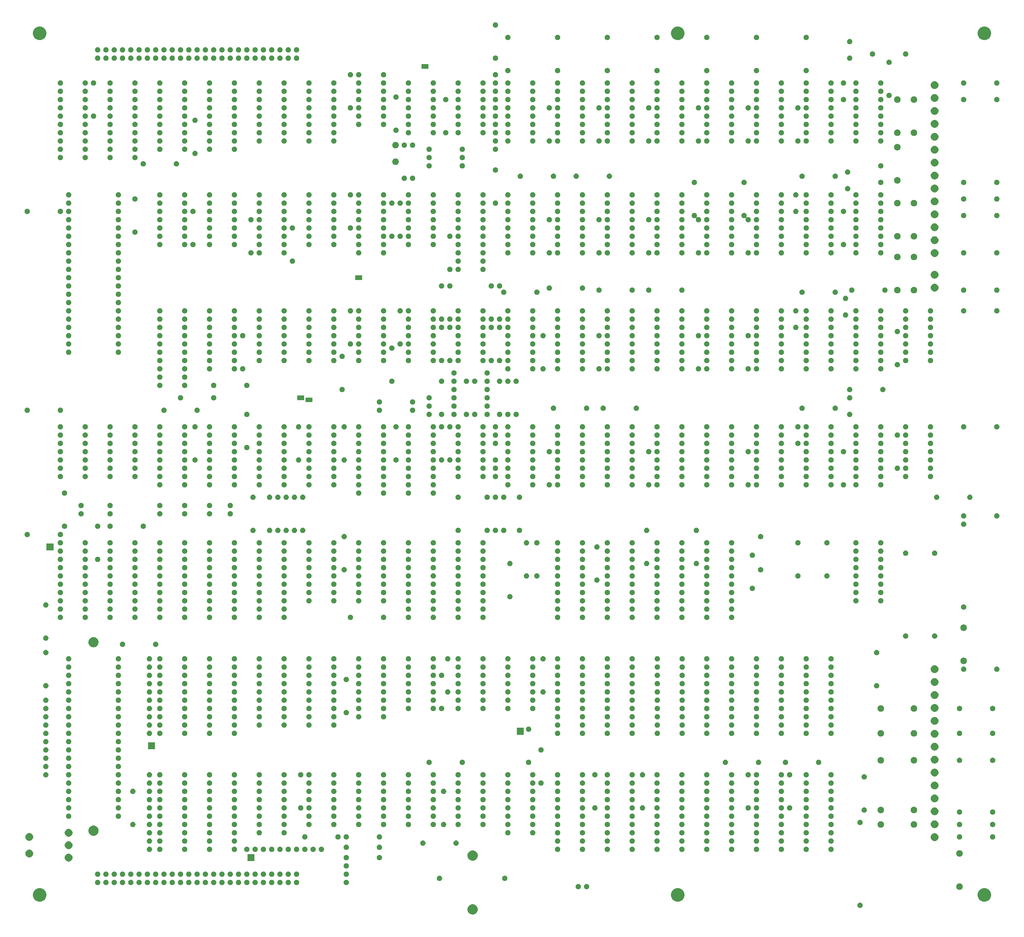
<source format=gbr>
G04 #@! TF.GenerationSoftware,KiCad,Pcbnew,(5.1.5)-3*
G04 #@! TF.CreationDate,2021-10-30T22:10:08-06:00*
G04 #@! TF.ProjectId,taito_video_processor_pcb,74616974-6f5f-4766-9964-656f5f70726f,rev?*
G04 #@! TF.SameCoordinates,Original*
G04 #@! TF.FileFunction,Soldermask,Bot*
G04 #@! TF.FilePolarity,Negative*
%FSLAX46Y46*%
G04 Gerber Fmt 4.6, Leading zero omitted, Abs format (unit mm)*
G04 Created by KiCad (PCBNEW (5.1.5)-3) date 2021-10-30 22:10:08*
%MOMM*%
%LPD*%
G04 APERTURE LIST*
%ADD10C,0.100000*%
G04 APERTURE END LIST*
D10*
G36*
X293042267Y-350880263D02*
G01*
X293194411Y-350910526D01*
X293313137Y-350959704D01*
X293481041Y-351029252D01*
X293481042Y-351029253D01*
X293739004Y-351201617D01*
X293958383Y-351420996D01*
X294037965Y-351540100D01*
X294130748Y-351678959D01*
X294175292Y-351786499D01*
X294249474Y-351965589D01*
X294279737Y-352117733D01*
X294310000Y-352269875D01*
X294310000Y-352580125D01*
X294249474Y-352884410D01*
X294130748Y-353171041D01*
X294130747Y-353171042D01*
X293958383Y-353429004D01*
X293739004Y-353648383D01*
X293566639Y-353763553D01*
X293481041Y-353820748D01*
X293313137Y-353890296D01*
X293194411Y-353939474D01*
X293042267Y-353969737D01*
X292890125Y-354000000D01*
X292579875Y-354000000D01*
X292427733Y-353969737D01*
X292275589Y-353939474D01*
X292156863Y-353890296D01*
X291988959Y-353820748D01*
X291903361Y-353763553D01*
X291730996Y-353648383D01*
X291511617Y-353429004D01*
X291339253Y-353171042D01*
X291339252Y-353171041D01*
X291220526Y-352884410D01*
X291160000Y-352580125D01*
X291160000Y-352269875D01*
X291190263Y-352117733D01*
X291220526Y-351965589D01*
X291294708Y-351786499D01*
X291339252Y-351678959D01*
X291432035Y-351540100D01*
X291511617Y-351420996D01*
X291730996Y-351201617D01*
X291988958Y-351029253D01*
X291988959Y-351029252D01*
X292156863Y-350959704D01*
X292275589Y-350910526D01*
X292427733Y-350880263D01*
X292579875Y-350850000D01*
X292890125Y-350850000D01*
X293042267Y-350880263D01*
G37*
G36*
X411717142Y-350373242D02*
G01*
X411865101Y-350434529D01*
X411998255Y-350523499D01*
X412111501Y-350636745D01*
X412200471Y-350769899D01*
X412261758Y-350917858D01*
X412293000Y-351074925D01*
X412293000Y-351235075D01*
X412261758Y-351392142D01*
X412200471Y-351540101D01*
X412111501Y-351673255D01*
X411998255Y-351786501D01*
X411865101Y-351875471D01*
X411717142Y-351936758D01*
X411560075Y-351968000D01*
X411399925Y-351968000D01*
X411242858Y-351936758D01*
X411094899Y-351875471D01*
X410961745Y-351786501D01*
X410848499Y-351673255D01*
X410759529Y-351540101D01*
X410698242Y-351392142D01*
X410667000Y-351235075D01*
X410667000Y-351074925D01*
X410698242Y-350917858D01*
X410759529Y-350769899D01*
X410848499Y-350636745D01*
X410961745Y-350523499D01*
X411094899Y-350434529D01*
X411242858Y-350373242D01*
X411399925Y-350342000D01*
X411560075Y-350342000D01*
X411717142Y-350373242D01*
G37*
G36*
X449877330Y-345915334D02*
G01*
X450187589Y-345977048D01*
X450566671Y-346134069D01*
X450907835Y-346362028D01*
X451197972Y-346652165D01*
X451425931Y-346993329D01*
X451582952Y-347372411D01*
X451663000Y-347774842D01*
X451663000Y-348185158D01*
X451582952Y-348587589D01*
X451425931Y-348966671D01*
X451197972Y-349307835D01*
X450907835Y-349597972D01*
X450566671Y-349825931D01*
X450187589Y-349982952D01*
X449986373Y-350022976D01*
X449785159Y-350063000D01*
X449374841Y-350063000D01*
X449173627Y-350022976D01*
X448972411Y-349982952D01*
X448593329Y-349825931D01*
X448252165Y-349597972D01*
X447962028Y-349307835D01*
X447734069Y-348966671D01*
X447577048Y-348587589D01*
X447497000Y-348185158D01*
X447497000Y-347774842D01*
X447577048Y-347372411D01*
X447734069Y-346993329D01*
X447962028Y-346652165D01*
X448252165Y-346362028D01*
X448593329Y-346134069D01*
X448972411Y-345977048D01*
X449282670Y-345915334D01*
X449374841Y-345897000D01*
X449785159Y-345897000D01*
X449877330Y-345915334D01*
G37*
G36*
X355897330Y-345915334D02*
G01*
X356207589Y-345977048D01*
X356586671Y-346134069D01*
X356927835Y-346362028D01*
X357217972Y-346652165D01*
X357445931Y-346993329D01*
X357602952Y-347372411D01*
X357683000Y-347774842D01*
X357683000Y-348185158D01*
X357602952Y-348587589D01*
X357445931Y-348966671D01*
X357217972Y-349307835D01*
X356927835Y-349597972D01*
X356586671Y-349825931D01*
X356207589Y-349982952D01*
X356006373Y-350022976D01*
X355805159Y-350063000D01*
X355394841Y-350063000D01*
X355193627Y-350022976D01*
X354992411Y-349982952D01*
X354613329Y-349825931D01*
X354272165Y-349597972D01*
X353982028Y-349307835D01*
X353754069Y-348966671D01*
X353597048Y-348587589D01*
X353517000Y-348185158D01*
X353517000Y-347774842D01*
X353597048Y-347372411D01*
X353754069Y-346993329D01*
X353982028Y-346652165D01*
X354272165Y-346362028D01*
X354613329Y-346134069D01*
X354992411Y-345977048D01*
X355302670Y-345915334D01*
X355394841Y-345897000D01*
X355805159Y-345897000D01*
X355897330Y-345915334D01*
G37*
G36*
X160317330Y-345915334D02*
G01*
X160627589Y-345977048D01*
X161006671Y-346134069D01*
X161347835Y-346362028D01*
X161637972Y-346652165D01*
X161865931Y-346993329D01*
X162022952Y-347372411D01*
X162103000Y-347774842D01*
X162103000Y-348185158D01*
X162022952Y-348587589D01*
X161865931Y-348966671D01*
X161637972Y-349307835D01*
X161347835Y-349597972D01*
X161006671Y-349825931D01*
X160627589Y-349982952D01*
X160426373Y-350022976D01*
X160225159Y-350063000D01*
X159814841Y-350063000D01*
X159613627Y-350022976D01*
X159412411Y-349982952D01*
X159033329Y-349825931D01*
X158692165Y-349597972D01*
X158402028Y-349307835D01*
X158174069Y-348966671D01*
X158017048Y-348587589D01*
X157937000Y-348185158D01*
X157937000Y-347774842D01*
X158017048Y-347372411D01*
X158174069Y-346993329D01*
X158402028Y-346652165D01*
X158692165Y-346362028D01*
X159033329Y-346134069D01*
X159412411Y-345977048D01*
X159722670Y-345915334D01*
X159814841Y-345897000D01*
X160225159Y-345897000D01*
X160317330Y-345915334D01*
G37*
G36*
X442086425Y-344441988D02*
G01*
X442252710Y-344475063D01*
X442435336Y-344550709D01*
X442599694Y-344660530D01*
X442739470Y-344800306D01*
X442849291Y-344964664D01*
X442924937Y-345147290D01*
X442963500Y-345341164D01*
X442963500Y-345538836D01*
X442924937Y-345732710D01*
X442849291Y-345915336D01*
X442739470Y-346079694D01*
X442599694Y-346219470D01*
X442435336Y-346329291D01*
X442252710Y-346404937D01*
X442086425Y-346438012D01*
X442058837Y-346443500D01*
X441861163Y-346443500D01*
X441833575Y-346438012D01*
X441667290Y-346404937D01*
X441484664Y-346329291D01*
X441320306Y-346219470D01*
X441180530Y-346079694D01*
X441070709Y-345915336D01*
X440995063Y-345732710D01*
X440956500Y-345538836D01*
X440956500Y-345341164D01*
X440995063Y-345147290D01*
X441070709Y-344964664D01*
X441180530Y-344800306D01*
X441320306Y-344660530D01*
X441484664Y-344550709D01*
X441667290Y-344475063D01*
X441833575Y-344441988D01*
X441861163Y-344436500D01*
X442058837Y-344436500D01*
X442086425Y-344441988D01*
G37*
G36*
X327897142Y-344658242D02*
G01*
X328045101Y-344719529D01*
X328178255Y-344808499D01*
X328291501Y-344921745D01*
X328380471Y-345054899D01*
X328441758Y-345202858D01*
X328473000Y-345359925D01*
X328473000Y-345520075D01*
X328441758Y-345677142D01*
X328380471Y-345825101D01*
X328291501Y-345958255D01*
X328178255Y-346071501D01*
X328045101Y-346160471D01*
X327897142Y-346221758D01*
X327740075Y-346253000D01*
X327579925Y-346253000D01*
X327422858Y-346221758D01*
X327274899Y-346160471D01*
X327141745Y-346071501D01*
X327028499Y-345958255D01*
X326939529Y-345825101D01*
X326878242Y-345677142D01*
X326847000Y-345520075D01*
X326847000Y-345359925D01*
X326878242Y-345202858D01*
X326939529Y-345054899D01*
X327028499Y-344921745D01*
X327141745Y-344808499D01*
X327274899Y-344719529D01*
X327422858Y-344658242D01*
X327579925Y-344627000D01*
X327740075Y-344627000D01*
X327897142Y-344658242D01*
G37*
G36*
X325357142Y-344658242D02*
G01*
X325505101Y-344719529D01*
X325638255Y-344808499D01*
X325751501Y-344921745D01*
X325840471Y-345054899D01*
X325901758Y-345202858D01*
X325933000Y-345359925D01*
X325933000Y-345520075D01*
X325901758Y-345677142D01*
X325840471Y-345825101D01*
X325751501Y-345958255D01*
X325638255Y-346071501D01*
X325505101Y-346160471D01*
X325357142Y-346221758D01*
X325200075Y-346253000D01*
X325039925Y-346253000D01*
X324882858Y-346221758D01*
X324734899Y-346160471D01*
X324601745Y-346071501D01*
X324488499Y-345958255D01*
X324399529Y-345825101D01*
X324338242Y-345677142D01*
X324307000Y-345520075D01*
X324307000Y-345359925D01*
X324338242Y-345202858D01*
X324399529Y-345054899D01*
X324488499Y-344921745D01*
X324601745Y-344808499D01*
X324734899Y-344719529D01*
X324882858Y-344658242D01*
X325039925Y-344627000D01*
X325200075Y-344627000D01*
X325357142Y-344658242D01*
G37*
G36*
X198357142Y-343388242D02*
G01*
X198505101Y-343449529D01*
X198638255Y-343538499D01*
X198751501Y-343651745D01*
X198840471Y-343784899D01*
X198901758Y-343932858D01*
X198933000Y-344089925D01*
X198933000Y-344250075D01*
X198901758Y-344407142D01*
X198840471Y-344555101D01*
X198751501Y-344688255D01*
X198638255Y-344801501D01*
X198505101Y-344890471D01*
X198357142Y-344951758D01*
X198200075Y-344983000D01*
X198039925Y-344983000D01*
X197882858Y-344951758D01*
X197734899Y-344890471D01*
X197601745Y-344801501D01*
X197488499Y-344688255D01*
X197399529Y-344555101D01*
X197338242Y-344407142D01*
X197307000Y-344250075D01*
X197307000Y-344089925D01*
X197338242Y-343932858D01*
X197399529Y-343784899D01*
X197488499Y-343651745D01*
X197601745Y-343538499D01*
X197734899Y-343449529D01*
X197882858Y-343388242D01*
X198039925Y-343357000D01*
X198200075Y-343357000D01*
X198357142Y-343388242D01*
G37*
G36*
X228837142Y-343388242D02*
G01*
X228985101Y-343449529D01*
X229118255Y-343538499D01*
X229231501Y-343651745D01*
X229320471Y-343784899D01*
X229381758Y-343932858D01*
X229413000Y-344089925D01*
X229413000Y-344250075D01*
X229381758Y-344407142D01*
X229320471Y-344555101D01*
X229231501Y-344688255D01*
X229118255Y-344801501D01*
X228985101Y-344890471D01*
X228837142Y-344951758D01*
X228680075Y-344983000D01*
X228519925Y-344983000D01*
X228362858Y-344951758D01*
X228214899Y-344890471D01*
X228081745Y-344801501D01*
X227968499Y-344688255D01*
X227879529Y-344555101D01*
X227818242Y-344407142D01*
X227787000Y-344250075D01*
X227787000Y-344089925D01*
X227818242Y-343932858D01*
X227879529Y-343784899D01*
X227968499Y-343651745D01*
X228081745Y-343538499D01*
X228214899Y-343449529D01*
X228362858Y-343388242D01*
X228519925Y-343357000D01*
X228680075Y-343357000D01*
X228837142Y-343388242D01*
G37*
G36*
X211057142Y-343388242D02*
G01*
X211205101Y-343449529D01*
X211338255Y-343538499D01*
X211451501Y-343651745D01*
X211540471Y-343784899D01*
X211601758Y-343932858D01*
X211633000Y-344089925D01*
X211633000Y-344250075D01*
X211601758Y-344407142D01*
X211540471Y-344555101D01*
X211451501Y-344688255D01*
X211338255Y-344801501D01*
X211205101Y-344890471D01*
X211057142Y-344951758D01*
X210900075Y-344983000D01*
X210739925Y-344983000D01*
X210582858Y-344951758D01*
X210434899Y-344890471D01*
X210301745Y-344801501D01*
X210188499Y-344688255D01*
X210099529Y-344555101D01*
X210038242Y-344407142D01*
X210007000Y-344250075D01*
X210007000Y-344089925D01*
X210038242Y-343932858D01*
X210099529Y-343784899D01*
X210188499Y-343651745D01*
X210301745Y-343538499D01*
X210434899Y-343449529D01*
X210582858Y-343388242D01*
X210739925Y-343357000D01*
X210900075Y-343357000D01*
X211057142Y-343388242D01*
G37*
G36*
X200897142Y-343388242D02*
G01*
X201045101Y-343449529D01*
X201178255Y-343538499D01*
X201291501Y-343651745D01*
X201380471Y-343784899D01*
X201441758Y-343932858D01*
X201473000Y-344089925D01*
X201473000Y-344250075D01*
X201441758Y-344407142D01*
X201380471Y-344555101D01*
X201291501Y-344688255D01*
X201178255Y-344801501D01*
X201045101Y-344890471D01*
X200897142Y-344951758D01*
X200740075Y-344983000D01*
X200579925Y-344983000D01*
X200422858Y-344951758D01*
X200274899Y-344890471D01*
X200141745Y-344801501D01*
X200028499Y-344688255D01*
X199939529Y-344555101D01*
X199878242Y-344407142D01*
X199847000Y-344250075D01*
X199847000Y-344089925D01*
X199878242Y-343932858D01*
X199939529Y-343784899D01*
X200028499Y-343651745D01*
X200141745Y-343538499D01*
X200274899Y-343449529D01*
X200422858Y-343388242D01*
X200579925Y-343357000D01*
X200740075Y-343357000D01*
X200897142Y-343388242D01*
G37*
G36*
X203437142Y-343388242D02*
G01*
X203585101Y-343449529D01*
X203718255Y-343538499D01*
X203831501Y-343651745D01*
X203920471Y-343784899D01*
X203981758Y-343932858D01*
X204013000Y-344089925D01*
X204013000Y-344250075D01*
X203981758Y-344407142D01*
X203920471Y-344555101D01*
X203831501Y-344688255D01*
X203718255Y-344801501D01*
X203585101Y-344890471D01*
X203437142Y-344951758D01*
X203280075Y-344983000D01*
X203119925Y-344983000D01*
X202962858Y-344951758D01*
X202814899Y-344890471D01*
X202681745Y-344801501D01*
X202568499Y-344688255D01*
X202479529Y-344555101D01*
X202418242Y-344407142D01*
X202387000Y-344250075D01*
X202387000Y-344089925D01*
X202418242Y-343932858D01*
X202479529Y-343784899D01*
X202568499Y-343651745D01*
X202681745Y-343538499D01*
X202814899Y-343449529D01*
X202962858Y-343388242D01*
X203119925Y-343357000D01*
X203280075Y-343357000D01*
X203437142Y-343388242D01*
G37*
G36*
X223757142Y-343388242D02*
G01*
X223905101Y-343449529D01*
X224038255Y-343538499D01*
X224151501Y-343651745D01*
X224240471Y-343784899D01*
X224301758Y-343932858D01*
X224333000Y-344089925D01*
X224333000Y-344250075D01*
X224301758Y-344407142D01*
X224240471Y-344555101D01*
X224151501Y-344688255D01*
X224038255Y-344801501D01*
X223905101Y-344890471D01*
X223757142Y-344951758D01*
X223600075Y-344983000D01*
X223439925Y-344983000D01*
X223282858Y-344951758D01*
X223134899Y-344890471D01*
X223001745Y-344801501D01*
X222888499Y-344688255D01*
X222799529Y-344555101D01*
X222738242Y-344407142D01*
X222707000Y-344250075D01*
X222707000Y-344089925D01*
X222738242Y-343932858D01*
X222799529Y-343784899D01*
X222888499Y-343651745D01*
X223001745Y-343538499D01*
X223134899Y-343449529D01*
X223282858Y-343388242D01*
X223439925Y-343357000D01*
X223600075Y-343357000D01*
X223757142Y-343388242D01*
G37*
G36*
X226297142Y-343388242D02*
G01*
X226445101Y-343449529D01*
X226578255Y-343538499D01*
X226691501Y-343651745D01*
X226780471Y-343784899D01*
X226841758Y-343932858D01*
X226873000Y-344089925D01*
X226873000Y-344250075D01*
X226841758Y-344407142D01*
X226780471Y-344555101D01*
X226691501Y-344688255D01*
X226578255Y-344801501D01*
X226445101Y-344890471D01*
X226297142Y-344951758D01*
X226140075Y-344983000D01*
X225979925Y-344983000D01*
X225822858Y-344951758D01*
X225674899Y-344890471D01*
X225541745Y-344801501D01*
X225428499Y-344688255D01*
X225339529Y-344555101D01*
X225278242Y-344407142D01*
X225247000Y-344250075D01*
X225247000Y-344089925D01*
X225278242Y-343932858D01*
X225339529Y-343784899D01*
X225428499Y-343651745D01*
X225541745Y-343538499D01*
X225674899Y-343449529D01*
X225822858Y-343388242D01*
X225979925Y-343357000D01*
X226140075Y-343357000D01*
X226297142Y-343388242D01*
G37*
G36*
X236457142Y-343388242D02*
G01*
X236605101Y-343449529D01*
X236738255Y-343538499D01*
X236851501Y-343651745D01*
X236940471Y-343784899D01*
X237001758Y-343932858D01*
X237033000Y-344089925D01*
X237033000Y-344250075D01*
X237001758Y-344407142D01*
X236940471Y-344555101D01*
X236851501Y-344688255D01*
X236738255Y-344801501D01*
X236605101Y-344890471D01*
X236457142Y-344951758D01*
X236300075Y-344983000D01*
X236139925Y-344983000D01*
X235982858Y-344951758D01*
X235834899Y-344890471D01*
X235701745Y-344801501D01*
X235588499Y-344688255D01*
X235499529Y-344555101D01*
X235438242Y-344407142D01*
X235407000Y-344250075D01*
X235407000Y-344089925D01*
X235438242Y-343932858D01*
X235499529Y-343784899D01*
X235588499Y-343651745D01*
X235701745Y-343538499D01*
X235834899Y-343449529D01*
X235982858Y-343388242D01*
X236139925Y-343357000D01*
X236300075Y-343357000D01*
X236457142Y-343388242D01*
G37*
G36*
X233917142Y-343388242D02*
G01*
X234065101Y-343449529D01*
X234198255Y-343538499D01*
X234311501Y-343651745D01*
X234400471Y-343784899D01*
X234461758Y-343932858D01*
X234493000Y-344089925D01*
X234493000Y-344250075D01*
X234461758Y-344407142D01*
X234400471Y-344555101D01*
X234311501Y-344688255D01*
X234198255Y-344801501D01*
X234065101Y-344890471D01*
X233917142Y-344951758D01*
X233760075Y-344983000D01*
X233599925Y-344983000D01*
X233442858Y-344951758D01*
X233294899Y-344890471D01*
X233161745Y-344801501D01*
X233048499Y-344688255D01*
X232959529Y-344555101D01*
X232898242Y-344407142D01*
X232867000Y-344250075D01*
X232867000Y-344089925D01*
X232898242Y-343932858D01*
X232959529Y-343784899D01*
X233048499Y-343651745D01*
X233161745Y-343538499D01*
X233294899Y-343449529D01*
X233442858Y-343388242D01*
X233599925Y-343357000D01*
X233760075Y-343357000D01*
X233917142Y-343388242D01*
G37*
G36*
X238997142Y-343388242D02*
G01*
X239145101Y-343449529D01*
X239278255Y-343538499D01*
X239391501Y-343651745D01*
X239480471Y-343784899D01*
X239541758Y-343932858D01*
X239573000Y-344089925D01*
X239573000Y-344250075D01*
X239541758Y-344407142D01*
X239480471Y-344555101D01*
X239391501Y-344688255D01*
X239278255Y-344801501D01*
X239145101Y-344890471D01*
X238997142Y-344951758D01*
X238840075Y-344983000D01*
X238679925Y-344983000D01*
X238522858Y-344951758D01*
X238374899Y-344890471D01*
X238241745Y-344801501D01*
X238128499Y-344688255D01*
X238039529Y-344555101D01*
X237978242Y-344407142D01*
X237947000Y-344250075D01*
X237947000Y-344089925D01*
X237978242Y-343932858D01*
X238039529Y-343784899D01*
X238128499Y-343651745D01*
X238241745Y-343538499D01*
X238374899Y-343449529D01*
X238522858Y-343388242D01*
X238679925Y-343357000D01*
X238840075Y-343357000D01*
X238997142Y-343388242D01*
G37*
G36*
X231377142Y-343388242D02*
G01*
X231525101Y-343449529D01*
X231658255Y-343538499D01*
X231771501Y-343651745D01*
X231860471Y-343784899D01*
X231921758Y-343932858D01*
X231953000Y-344089925D01*
X231953000Y-344250075D01*
X231921758Y-344407142D01*
X231860471Y-344555101D01*
X231771501Y-344688255D01*
X231658255Y-344801501D01*
X231525101Y-344890471D01*
X231377142Y-344951758D01*
X231220075Y-344983000D01*
X231059925Y-344983000D01*
X230902858Y-344951758D01*
X230754899Y-344890471D01*
X230621745Y-344801501D01*
X230508499Y-344688255D01*
X230419529Y-344555101D01*
X230358242Y-344407142D01*
X230327000Y-344250075D01*
X230327000Y-344089925D01*
X230358242Y-343932858D01*
X230419529Y-343784899D01*
X230508499Y-343651745D01*
X230621745Y-343538499D01*
X230754899Y-343449529D01*
X230902858Y-343388242D01*
X231059925Y-343357000D01*
X231220075Y-343357000D01*
X231377142Y-343388242D01*
G37*
G36*
X254237142Y-343388242D02*
G01*
X254385101Y-343449529D01*
X254518255Y-343538499D01*
X254631501Y-343651745D01*
X254720471Y-343784899D01*
X254781758Y-343932858D01*
X254813000Y-344089925D01*
X254813000Y-344250075D01*
X254781758Y-344407142D01*
X254720471Y-344555101D01*
X254631501Y-344688255D01*
X254518255Y-344801501D01*
X254385101Y-344890471D01*
X254237142Y-344951758D01*
X254080075Y-344983000D01*
X253919925Y-344983000D01*
X253762858Y-344951758D01*
X253614899Y-344890471D01*
X253481745Y-344801501D01*
X253368499Y-344688255D01*
X253279529Y-344555101D01*
X253218242Y-344407142D01*
X253187000Y-344250075D01*
X253187000Y-344089925D01*
X253218242Y-343932858D01*
X253279529Y-343784899D01*
X253368499Y-343651745D01*
X253481745Y-343538499D01*
X253614899Y-343449529D01*
X253762858Y-343388242D01*
X253919925Y-343357000D01*
X254080075Y-343357000D01*
X254237142Y-343388242D01*
G37*
G36*
X190737142Y-343388242D02*
G01*
X190885101Y-343449529D01*
X191018255Y-343538499D01*
X191131501Y-343651745D01*
X191220471Y-343784899D01*
X191281758Y-343932858D01*
X191313000Y-344089925D01*
X191313000Y-344250075D01*
X191281758Y-344407142D01*
X191220471Y-344555101D01*
X191131501Y-344688255D01*
X191018255Y-344801501D01*
X190885101Y-344890471D01*
X190737142Y-344951758D01*
X190580075Y-344983000D01*
X190419925Y-344983000D01*
X190262858Y-344951758D01*
X190114899Y-344890471D01*
X189981745Y-344801501D01*
X189868499Y-344688255D01*
X189779529Y-344555101D01*
X189718242Y-344407142D01*
X189687000Y-344250075D01*
X189687000Y-344089925D01*
X189718242Y-343932858D01*
X189779529Y-343784899D01*
X189868499Y-343651745D01*
X189981745Y-343538499D01*
X190114899Y-343449529D01*
X190262858Y-343388242D01*
X190419925Y-343357000D01*
X190580075Y-343357000D01*
X190737142Y-343388242D01*
G37*
G36*
X178037142Y-343388242D02*
G01*
X178185101Y-343449529D01*
X178318255Y-343538499D01*
X178431501Y-343651745D01*
X178520471Y-343784899D01*
X178581758Y-343932858D01*
X178613000Y-344089925D01*
X178613000Y-344250075D01*
X178581758Y-344407142D01*
X178520471Y-344555101D01*
X178431501Y-344688255D01*
X178318255Y-344801501D01*
X178185101Y-344890471D01*
X178037142Y-344951758D01*
X177880075Y-344983000D01*
X177719925Y-344983000D01*
X177562858Y-344951758D01*
X177414899Y-344890471D01*
X177281745Y-344801501D01*
X177168499Y-344688255D01*
X177079529Y-344555101D01*
X177018242Y-344407142D01*
X176987000Y-344250075D01*
X176987000Y-344089925D01*
X177018242Y-343932858D01*
X177079529Y-343784899D01*
X177168499Y-343651745D01*
X177281745Y-343538499D01*
X177414899Y-343449529D01*
X177562858Y-343388242D01*
X177719925Y-343357000D01*
X177880075Y-343357000D01*
X178037142Y-343388242D01*
G37*
G36*
X205977142Y-343388242D02*
G01*
X206125101Y-343449529D01*
X206258255Y-343538499D01*
X206371501Y-343651745D01*
X206460471Y-343784899D01*
X206521758Y-343932858D01*
X206553000Y-344089925D01*
X206553000Y-344250075D01*
X206521758Y-344407142D01*
X206460471Y-344555101D01*
X206371501Y-344688255D01*
X206258255Y-344801501D01*
X206125101Y-344890471D01*
X205977142Y-344951758D01*
X205820075Y-344983000D01*
X205659925Y-344983000D01*
X205502858Y-344951758D01*
X205354899Y-344890471D01*
X205221745Y-344801501D01*
X205108499Y-344688255D01*
X205019529Y-344555101D01*
X204958242Y-344407142D01*
X204927000Y-344250075D01*
X204927000Y-344089925D01*
X204958242Y-343932858D01*
X205019529Y-343784899D01*
X205108499Y-343651745D01*
X205221745Y-343538499D01*
X205354899Y-343449529D01*
X205502858Y-343388242D01*
X205659925Y-343357000D01*
X205820075Y-343357000D01*
X205977142Y-343388242D01*
G37*
G36*
X208517142Y-343388242D02*
G01*
X208665101Y-343449529D01*
X208798255Y-343538499D01*
X208911501Y-343651745D01*
X209000471Y-343784899D01*
X209061758Y-343932858D01*
X209093000Y-344089925D01*
X209093000Y-344250075D01*
X209061758Y-344407142D01*
X209000471Y-344555101D01*
X208911501Y-344688255D01*
X208798255Y-344801501D01*
X208665101Y-344890471D01*
X208517142Y-344951758D01*
X208360075Y-344983000D01*
X208199925Y-344983000D01*
X208042858Y-344951758D01*
X207894899Y-344890471D01*
X207761745Y-344801501D01*
X207648499Y-344688255D01*
X207559529Y-344555101D01*
X207498242Y-344407142D01*
X207467000Y-344250075D01*
X207467000Y-344089925D01*
X207498242Y-343932858D01*
X207559529Y-343784899D01*
X207648499Y-343651745D01*
X207761745Y-343538499D01*
X207894899Y-343449529D01*
X208042858Y-343388242D01*
X208199925Y-343357000D01*
X208360075Y-343357000D01*
X208517142Y-343388242D01*
G37*
G36*
X188197142Y-343388242D02*
G01*
X188345101Y-343449529D01*
X188478255Y-343538499D01*
X188591501Y-343651745D01*
X188680471Y-343784899D01*
X188741758Y-343932858D01*
X188773000Y-344089925D01*
X188773000Y-344250075D01*
X188741758Y-344407142D01*
X188680471Y-344555101D01*
X188591501Y-344688255D01*
X188478255Y-344801501D01*
X188345101Y-344890471D01*
X188197142Y-344951758D01*
X188040075Y-344983000D01*
X187879925Y-344983000D01*
X187722858Y-344951758D01*
X187574899Y-344890471D01*
X187441745Y-344801501D01*
X187328499Y-344688255D01*
X187239529Y-344555101D01*
X187178242Y-344407142D01*
X187147000Y-344250075D01*
X187147000Y-344089925D01*
X187178242Y-343932858D01*
X187239529Y-343784899D01*
X187328499Y-343651745D01*
X187441745Y-343538499D01*
X187574899Y-343449529D01*
X187722858Y-343388242D01*
X187879925Y-343357000D01*
X188040075Y-343357000D01*
X188197142Y-343388242D01*
G37*
G36*
X193277142Y-343388242D02*
G01*
X193425101Y-343449529D01*
X193558255Y-343538499D01*
X193671501Y-343651745D01*
X193760471Y-343784899D01*
X193821758Y-343932858D01*
X193853000Y-344089925D01*
X193853000Y-344250075D01*
X193821758Y-344407142D01*
X193760471Y-344555101D01*
X193671501Y-344688255D01*
X193558255Y-344801501D01*
X193425101Y-344890471D01*
X193277142Y-344951758D01*
X193120075Y-344983000D01*
X192959925Y-344983000D01*
X192802858Y-344951758D01*
X192654899Y-344890471D01*
X192521745Y-344801501D01*
X192408499Y-344688255D01*
X192319529Y-344555101D01*
X192258242Y-344407142D01*
X192227000Y-344250075D01*
X192227000Y-344089925D01*
X192258242Y-343932858D01*
X192319529Y-343784899D01*
X192408499Y-343651745D01*
X192521745Y-343538499D01*
X192654899Y-343449529D01*
X192802858Y-343388242D01*
X192959925Y-343357000D01*
X193120075Y-343357000D01*
X193277142Y-343388242D01*
G37*
G36*
X216137142Y-343388242D02*
G01*
X216285101Y-343449529D01*
X216418255Y-343538499D01*
X216531501Y-343651745D01*
X216620471Y-343784899D01*
X216681758Y-343932858D01*
X216713000Y-344089925D01*
X216713000Y-344250075D01*
X216681758Y-344407142D01*
X216620471Y-344555101D01*
X216531501Y-344688255D01*
X216418255Y-344801501D01*
X216285101Y-344890471D01*
X216137142Y-344951758D01*
X215980075Y-344983000D01*
X215819925Y-344983000D01*
X215662858Y-344951758D01*
X215514899Y-344890471D01*
X215381745Y-344801501D01*
X215268499Y-344688255D01*
X215179529Y-344555101D01*
X215118242Y-344407142D01*
X215087000Y-344250075D01*
X215087000Y-344089925D01*
X215118242Y-343932858D01*
X215179529Y-343784899D01*
X215268499Y-343651745D01*
X215381745Y-343538499D01*
X215514899Y-343449529D01*
X215662858Y-343388242D01*
X215819925Y-343357000D01*
X215980075Y-343357000D01*
X216137142Y-343388242D01*
G37*
G36*
X218677142Y-343388242D02*
G01*
X218825101Y-343449529D01*
X218958255Y-343538499D01*
X219071501Y-343651745D01*
X219160471Y-343784899D01*
X219221758Y-343932858D01*
X219253000Y-344089925D01*
X219253000Y-344250075D01*
X219221758Y-344407142D01*
X219160471Y-344555101D01*
X219071501Y-344688255D01*
X218958255Y-344801501D01*
X218825101Y-344890471D01*
X218677142Y-344951758D01*
X218520075Y-344983000D01*
X218359925Y-344983000D01*
X218202858Y-344951758D01*
X218054899Y-344890471D01*
X217921745Y-344801501D01*
X217808499Y-344688255D01*
X217719529Y-344555101D01*
X217658242Y-344407142D01*
X217627000Y-344250075D01*
X217627000Y-344089925D01*
X217658242Y-343932858D01*
X217719529Y-343784899D01*
X217808499Y-343651745D01*
X217921745Y-343538499D01*
X218054899Y-343449529D01*
X218202858Y-343388242D01*
X218359925Y-343357000D01*
X218520075Y-343357000D01*
X218677142Y-343388242D01*
G37*
G36*
X180577142Y-343388242D02*
G01*
X180725101Y-343449529D01*
X180858255Y-343538499D01*
X180971501Y-343651745D01*
X181060471Y-343784899D01*
X181121758Y-343932858D01*
X181153000Y-344089925D01*
X181153000Y-344250075D01*
X181121758Y-344407142D01*
X181060471Y-344555101D01*
X180971501Y-344688255D01*
X180858255Y-344801501D01*
X180725101Y-344890471D01*
X180577142Y-344951758D01*
X180420075Y-344983000D01*
X180259925Y-344983000D01*
X180102858Y-344951758D01*
X179954899Y-344890471D01*
X179821745Y-344801501D01*
X179708499Y-344688255D01*
X179619529Y-344555101D01*
X179558242Y-344407142D01*
X179527000Y-344250075D01*
X179527000Y-344089925D01*
X179558242Y-343932858D01*
X179619529Y-343784899D01*
X179708499Y-343651745D01*
X179821745Y-343538499D01*
X179954899Y-343449529D01*
X180102858Y-343388242D01*
X180259925Y-343357000D01*
X180420075Y-343357000D01*
X180577142Y-343388242D01*
G37*
G36*
X183117142Y-343388242D02*
G01*
X183265101Y-343449529D01*
X183398255Y-343538499D01*
X183511501Y-343651745D01*
X183600471Y-343784899D01*
X183661758Y-343932858D01*
X183693000Y-344089925D01*
X183693000Y-344250075D01*
X183661758Y-344407142D01*
X183600471Y-344555101D01*
X183511501Y-344688255D01*
X183398255Y-344801501D01*
X183265101Y-344890471D01*
X183117142Y-344951758D01*
X182960075Y-344983000D01*
X182799925Y-344983000D01*
X182642858Y-344951758D01*
X182494899Y-344890471D01*
X182361745Y-344801501D01*
X182248499Y-344688255D01*
X182159529Y-344555101D01*
X182098242Y-344407142D01*
X182067000Y-344250075D01*
X182067000Y-344089925D01*
X182098242Y-343932858D01*
X182159529Y-343784899D01*
X182248499Y-343651745D01*
X182361745Y-343538499D01*
X182494899Y-343449529D01*
X182642858Y-343388242D01*
X182799925Y-343357000D01*
X182960075Y-343357000D01*
X183117142Y-343388242D01*
G37*
G36*
X213597142Y-343388242D02*
G01*
X213745101Y-343449529D01*
X213878255Y-343538499D01*
X213991501Y-343651745D01*
X214080471Y-343784899D01*
X214141758Y-343932858D01*
X214173000Y-344089925D01*
X214173000Y-344250075D01*
X214141758Y-344407142D01*
X214080471Y-344555101D01*
X213991501Y-344688255D01*
X213878255Y-344801501D01*
X213745101Y-344890471D01*
X213597142Y-344951758D01*
X213440075Y-344983000D01*
X213279925Y-344983000D01*
X213122858Y-344951758D01*
X212974899Y-344890471D01*
X212841745Y-344801501D01*
X212728499Y-344688255D01*
X212639529Y-344555101D01*
X212578242Y-344407142D01*
X212547000Y-344250075D01*
X212547000Y-344089925D01*
X212578242Y-343932858D01*
X212639529Y-343784899D01*
X212728499Y-343651745D01*
X212841745Y-343538499D01*
X212974899Y-343449529D01*
X213122858Y-343388242D01*
X213279925Y-343357000D01*
X213440075Y-343357000D01*
X213597142Y-343388242D01*
G37*
G36*
X185657142Y-343388242D02*
G01*
X185805101Y-343449529D01*
X185938255Y-343538499D01*
X186051501Y-343651745D01*
X186140471Y-343784899D01*
X186201758Y-343932858D01*
X186233000Y-344089925D01*
X186233000Y-344250075D01*
X186201758Y-344407142D01*
X186140471Y-344555101D01*
X186051501Y-344688255D01*
X185938255Y-344801501D01*
X185805101Y-344890471D01*
X185657142Y-344951758D01*
X185500075Y-344983000D01*
X185339925Y-344983000D01*
X185182858Y-344951758D01*
X185034899Y-344890471D01*
X184901745Y-344801501D01*
X184788499Y-344688255D01*
X184699529Y-344555101D01*
X184638242Y-344407142D01*
X184607000Y-344250075D01*
X184607000Y-344089925D01*
X184638242Y-343932858D01*
X184699529Y-343784899D01*
X184788499Y-343651745D01*
X184901745Y-343538499D01*
X185034899Y-343449529D01*
X185182858Y-343388242D01*
X185339925Y-343357000D01*
X185500075Y-343357000D01*
X185657142Y-343388242D01*
G37*
G36*
X221217142Y-343388242D02*
G01*
X221365101Y-343449529D01*
X221498255Y-343538499D01*
X221611501Y-343651745D01*
X221700471Y-343784899D01*
X221761758Y-343932858D01*
X221793000Y-344089925D01*
X221793000Y-344250075D01*
X221761758Y-344407142D01*
X221700471Y-344555101D01*
X221611501Y-344688255D01*
X221498255Y-344801501D01*
X221365101Y-344890471D01*
X221217142Y-344951758D01*
X221060075Y-344983000D01*
X220899925Y-344983000D01*
X220742858Y-344951758D01*
X220594899Y-344890471D01*
X220461745Y-344801501D01*
X220348499Y-344688255D01*
X220259529Y-344555101D01*
X220198242Y-344407142D01*
X220167000Y-344250075D01*
X220167000Y-344089925D01*
X220198242Y-343932858D01*
X220259529Y-343784899D01*
X220348499Y-343651745D01*
X220461745Y-343538499D01*
X220594899Y-343449529D01*
X220742858Y-343388242D01*
X220899925Y-343357000D01*
X221060075Y-343357000D01*
X221217142Y-343388242D01*
G37*
G36*
X195817142Y-343388242D02*
G01*
X195965101Y-343449529D01*
X196098255Y-343538499D01*
X196211501Y-343651745D01*
X196300471Y-343784899D01*
X196361758Y-343932858D01*
X196393000Y-344089925D01*
X196393000Y-344250075D01*
X196361758Y-344407142D01*
X196300471Y-344555101D01*
X196211501Y-344688255D01*
X196098255Y-344801501D01*
X195965101Y-344890471D01*
X195817142Y-344951758D01*
X195660075Y-344983000D01*
X195499925Y-344983000D01*
X195342858Y-344951758D01*
X195194899Y-344890471D01*
X195061745Y-344801501D01*
X194948499Y-344688255D01*
X194859529Y-344555101D01*
X194798242Y-344407142D01*
X194767000Y-344250075D01*
X194767000Y-344089925D01*
X194798242Y-343932858D01*
X194859529Y-343784899D01*
X194948499Y-343651745D01*
X195061745Y-343538499D01*
X195194899Y-343449529D01*
X195342858Y-343388242D01*
X195499925Y-343357000D01*
X195660075Y-343357000D01*
X195817142Y-343388242D01*
G37*
G36*
X282812142Y-342118242D02*
G01*
X282960101Y-342179529D01*
X283093255Y-342268499D01*
X283206501Y-342381745D01*
X283295471Y-342514899D01*
X283356758Y-342662858D01*
X283388000Y-342819925D01*
X283388000Y-342980075D01*
X283356758Y-343137142D01*
X283295471Y-343285101D01*
X283206501Y-343418255D01*
X283093255Y-343531501D01*
X282960101Y-343620471D01*
X282812142Y-343681758D01*
X282655075Y-343713000D01*
X282494925Y-343713000D01*
X282337858Y-343681758D01*
X282189899Y-343620471D01*
X282056745Y-343531501D01*
X281943499Y-343418255D01*
X281854529Y-343285101D01*
X281793242Y-343137142D01*
X281762000Y-342980075D01*
X281762000Y-342819925D01*
X281793242Y-342662858D01*
X281854529Y-342514899D01*
X281943499Y-342381745D01*
X282056745Y-342268499D01*
X282189899Y-342179529D01*
X282337858Y-342118242D01*
X282494925Y-342087000D01*
X282655075Y-342087000D01*
X282812142Y-342118242D01*
G37*
G36*
X302812142Y-342118242D02*
G01*
X302960101Y-342179529D01*
X303093255Y-342268499D01*
X303206501Y-342381745D01*
X303295471Y-342514899D01*
X303356758Y-342662858D01*
X303388000Y-342819925D01*
X303388000Y-342980075D01*
X303356758Y-343137142D01*
X303295471Y-343285101D01*
X303206501Y-343418255D01*
X303093255Y-343531501D01*
X302960101Y-343620471D01*
X302812142Y-343681758D01*
X302655075Y-343713000D01*
X302494925Y-343713000D01*
X302337858Y-343681758D01*
X302189899Y-343620471D01*
X302056745Y-343531501D01*
X301943499Y-343418255D01*
X301854529Y-343285101D01*
X301793242Y-343137142D01*
X301762000Y-342980075D01*
X301762000Y-342819925D01*
X301793242Y-342662858D01*
X301854529Y-342514899D01*
X301943499Y-342381745D01*
X302056745Y-342268499D01*
X302189899Y-342179529D01*
X302337858Y-342118242D01*
X302494925Y-342087000D01*
X302655075Y-342087000D01*
X302812142Y-342118242D01*
G37*
G36*
X236457142Y-340848242D02*
G01*
X236605101Y-340909529D01*
X236738255Y-340998499D01*
X236851501Y-341111745D01*
X236940471Y-341244899D01*
X237001758Y-341392858D01*
X237033000Y-341549925D01*
X237033000Y-341710075D01*
X237001758Y-341867142D01*
X236940471Y-342015101D01*
X236851501Y-342148255D01*
X236738255Y-342261501D01*
X236605101Y-342350471D01*
X236457142Y-342411758D01*
X236300075Y-342443000D01*
X236139925Y-342443000D01*
X235982858Y-342411758D01*
X235834899Y-342350471D01*
X235701745Y-342261501D01*
X235588499Y-342148255D01*
X235499529Y-342015101D01*
X235438242Y-341867142D01*
X235407000Y-341710075D01*
X235407000Y-341549925D01*
X235438242Y-341392858D01*
X235499529Y-341244899D01*
X235588499Y-341111745D01*
X235701745Y-340998499D01*
X235834899Y-340909529D01*
X235982858Y-340848242D01*
X236139925Y-340817000D01*
X236300075Y-340817000D01*
X236457142Y-340848242D01*
G37*
G36*
X195817142Y-340848242D02*
G01*
X195965101Y-340909529D01*
X196098255Y-340998499D01*
X196211501Y-341111745D01*
X196300471Y-341244899D01*
X196361758Y-341392858D01*
X196393000Y-341549925D01*
X196393000Y-341710075D01*
X196361758Y-341867142D01*
X196300471Y-342015101D01*
X196211501Y-342148255D01*
X196098255Y-342261501D01*
X195965101Y-342350471D01*
X195817142Y-342411758D01*
X195660075Y-342443000D01*
X195499925Y-342443000D01*
X195342858Y-342411758D01*
X195194899Y-342350471D01*
X195061745Y-342261501D01*
X194948499Y-342148255D01*
X194859529Y-342015101D01*
X194798242Y-341867142D01*
X194767000Y-341710075D01*
X194767000Y-341549925D01*
X194798242Y-341392858D01*
X194859529Y-341244899D01*
X194948499Y-341111745D01*
X195061745Y-340998499D01*
X195194899Y-340909529D01*
X195342858Y-340848242D01*
X195499925Y-340817000D01*
X195660075Y-340817000D01*
X195817142Y-340848242D01*
G37*
G36*
X198357142Y-340848242D02*
G01*
X198505101Y-340909529D01*
X198638255Y-340998499D01*
X198751501Y-341111745D01*
X198840471Y-341244899D01*
X198901758Y-341392858D01*
X198933000Y-341549925D01*
X198933000Y-341710075D01*
X198901758Y-341867142D01*
X198840471Y-342015101D01*
X198751501Y-342148255D01*
X198638255Y-342261501D01*
X198505101Y-342350471D01*
X198357142Y-342411758D01*
X198200075Y-342443000D01*
X198039925Y-342443000D01*
X197882858Y-342411758D01*
X197734899Y-342350471D01*
X197601745Y-342261501D01*
X197488499Y-342148255D01*
X197399529Y-342015101D01*
X197338242Y-341867142D01*
X197307000Y-341710075D01*
X197307000Y-341549925D01*
X197338242Y-341392858D01*
X197399529Y-341244899D01*
X197488499Y-341111745D01*
X197601745Y-340998499D01*
X197734899Y-340909529D01*
X197882858Y-340848242D01*
X198039925Y-340817000D01*
X198200075Y-340817000D01*
X198357142Y-340848242D01*
G37*
G36*
X200897142Y-340848242D02*
G01*
X201045101Y-340909529D01*
X201178255Y-340998499D01*
X201291501Y-341111745D01*
X201380471Y-341244899D01*
X201441758Y-341392858D01*
X201473000Y-341549925D01*
X201473000Y-341710075D01*
X201441758Y-341867142D01*
X201380471Y-342015101D01*
X201291501Y-342148255D01*
X201178255Y-342261501D01*
X201045101Y-342350471D01*
X200897142Y-342411758D01*
X200740075Y-342443000D01*
X200579925Y-342443000D01*
X200422858Y-342411758D01*
X200274899Y-342350471D01*
X200141745Y-342261501D01*
X200028499Y-342148255D01*
X199939529Y-342015101D01*
X199878242Y-341867142D01*
X199847000Y-341710075D01*
X199847000Y-341549925D01*
X199878242Y-341392858D01*
X199939529Y-341244899D01*
X200028499Y-341111745D01*
X200141745Y-340998499D01*
X200274899Y-340909529D01*
X200422858Y-340848242D01*
X200579925Y-340817000D01*
X200740075Y-340817000D01*
X200897142Y-340848242D01*
G37*
G36*
X203437142Y-340848242D02*
G01*
X203585101Y-340909529D01*
X203718255Y-340998499D01*
X203831501Y-341111745D01*
X203920471Y-341244899D01*
X203981758Y-341392858D01*
X204013000Y-341549925D01*
X204013000Y-341710075D01*
X203981758Y-341867142D01*
X203920471Y-342015101D01*
X203831501Y-342148255D01*
X203718255Y-342261501D01*
X203585101Y-342350471D01*
X203437142Y-342411758D01*
X203280075Y-342443000D01*
X203119925Y-342443000D01*
X202962858Y-342411758D01*
X202814899Y-342350471D01*
X202681745Y-342261501D01*
X202568499Y-342148255D01*
X202479529Y-342015101D01*
X202418242Y-341867142D01*
X202387000Y-341710075D01*
X202387000Y-341549925D01*
X202418242Y-341392858D01*
X202479529Y-341244899D01*
X202568499Y-341111745D01*
X202681745Y-340998499D01*
X202814899Y-340909529D01*
X202962858Y-340848242D01*
X203119925Y-340817000D01*
X203280075Y-340817000D01*
X203437142Y-340848242D01*
G37*
G36*
X183117142Y-340848242D02*
G01*
X183265101Y-340909529D01*
X183398255Y-340998499D01*
X183511501Y-341111745D01*
X183600471Y-341244899D01*
X183661758Y-341392858D01*
X183693000Y-341549925D01*
X183693000Y-341710075D01*
X183661758Y-341867142D01*
X183600471Y-342015101D01*
X183511501Y-342148255D01*
X183398255Y-342261501D01*
X183265101Y-342350471D01*
X183117142Y-342411758D01*
X182960075Y-342443000D01*
X182799925Y-342443000D01*
X182642858Y-342411758D01*
X182494899Y-342350471D01*
X182361745Y-342261501D01*
X182248499Y-342148255D01*
X182159529Y-342015101D01*
X182098242Y-341867142D01*
X182067000Y-341710075D01*
X182067000Y-341549925D01*
X182098242Y-341392858D01*
X182159529Y-341244899D01*
X182248499Y-341111745D01*
X182361745Y-340998499D01*
X182494899Y-340909529D01*
X182642858Y-340848242D01*
X182799925Y-340817000D01*
X182960075Y-340817000D01*
X183117142Y-340848242D01*
G37*
G36*
X208517142Y-340848242D02*
G01*
X208665101Y-340909529D01*
X208798255Y-340998499D01*
X208911501Y-341111745D01*
X209000471Y-341244899D01*
X209061758Y-341392858D01*
X209093000Y-341549925D01*
X209093000Y-341710075D01*
X209061758Y-341867142D01*
X209000471Y-342015101D01*
X208911501Y-342148255D01*
X208798255Y-342261501D01*
X208665101Y-342350471D01*
X208517142Y-342411758D01*
X208360075Y-342443000D01*
X208199925Y-342443000D01*
X208042858Y-342411758D01*
X207894899Y-342350471D01*
X207761745Y-342261501D01*
X207648499Y-342148255D01*
X207559529Y-342015101D01*
X207498242Y-341867142D01*
X207467000Y-341710075D01*
X207467000Y-341549925D01*
X207498242Y-341392858D01*
X207559529Y-341244899D01*
X207648499Y-341111745D01*
X207761745Y-340998499D01*
X207894899Y-340909529D01*
X208042858Y-340848242D01*
X208199925Y-340817000D01*
X208360075Y-340817000D01*
X208517142Y-340848242D01*
G37*
G36*
X211057142Y-340848242D02*
G01*
X211205101Y-340909529D01*
X211338255Y-340998499D01*
X211451501Y-341111745D01*
X211540471Y-341244899D01*
X211601758Y-341392858D01*
X211633000Y-341549925D01*
X211633000Y-341710075D01*
X211601758Y-341867142D01*
X211540471Y-342015101D01*
X211451501Y-342148255D01*
X211338255Y-342261501D01*
X211205101Y-342350471D01*
X211057142Y-342411758D01*
X210900075Y-342443000D01*
X210739925Y-342443000D01*
X210582858Y-342411758D01*
X210434899Y-342350471D01*
X210301745Y-342261501D01*
X210188499Y-342148255D01*
X210099529Y-342015101D01*
X210038242Y-341867142D01*
X210007000Y-341710075D01*
X210007000Y-341549925D01*
X210038242Y-341392858D01*
X210099529Y-341244899D01*
X210188499Y-341111745D01*
X210301745Y-340998499D01*
X210434899Y-340909529D01*
X210582858Y-340848242D01*
X210739925Y-340817000D01*
X210900075Y-340817000D01*
X211057142Y-340848242D01*
G37*
G36*
X205977142Y-340848242D02*
G01*
X206125101Y-340909529D01*
X206258255Y-340998499D01*
X206371501Y-341111745D01*
X206460471Y-341244899D01*
X206521758Y-341392858D01*
X206553000Y-341549925D01*
X206553000Y-341710075D01*
X206521758Y-341867142D01*
X206460471Y-342015101D01*
X206371501Y-342148255D01*
X206258255Y-342261501D01*
X206125101Y-342350471D01*
X205977142Y-342411758D01*
X205820075Y-342443000D01*
X205659925Y-342443000D01*
X205502858Y-342411758D01*
X205354899Y-342350471D01*
X205221745Y-342261501D01*
X205108499Y-342148255D01*
X205019529Y-342015101D01*
X204958242Y-341867142D01*
X204927000Y-341710075D01*
X204927000Y-341549925D01*
X204958242Y-341392858D01*
X205019529Y-341244899D01*
X205108499Y-341111745D01*
X205221745Y-340998499D01*
X205354899Y-340909529D01*
X205502858Y-340848242D01*
X205659925Y-340817000D01*
X205820075Y-340817000D01*
X205977142Y-340848242D01*
G37*
G36*
X190737142Y-340848242D02*
G01*
X190885101Y-340909529D01*
X191018255Y-340998499D01*
X191131501Y-341111745D01*
X191220471Y-341244899D01*
X191281758Y-341392858D01*
X191313000Y-341549925D01*
X191313000Y-341710075D01*
X191281758Y-341867142D01*
X191220471Y-342015101D01*
X191131501Y-342148255D01*
X191018255Y-342261501D01*
X190885101Y-342350471D01*
X190737142Y-342411758D01*
X190580075Y-342443000D01*
X190419925Y-342443000D01*
X190262858Y-342411758D01*
X190114899Y-342350471D01*
X189981745Y-342261501D01*
X189868499Y-342148255D01*
X189779529Y-342015101D01*
X189718242Y-341867142D01*
X189687000Y-341710075D01*
X189687000Y-341549925D01*
X189718242Y-341392858D01*
X189779529Y-341244899D01*
X189868499Y-341111745D01*
X189981745Y-340998499D01*
X190114899Y-340909529D01*
X190262858Y-340848242D01*
X190419925Y-340817000D01*
X190580075Y-340817000D01*
X190737142Y-340848242D01*
G37*
G36*
X188197142Y-340848242D02*
G01*
X188345101Y-340909529D01*
X188478255Y-340998499D01*
X188591501Y-341111745D01*
X188680471Y-341244899D01*
X188741758Y-341392858D01*
X188773000Y-341549925D01*
X188773000Y-341710075D01*
X188741758Y-341867142D01*
X188680471Y-342015101D01*
X188591501Y-342148255D01*
X188478255Y-342261501D01*
X188345101Y-342350471D01*
X188197142Y-342411758D01*
X188040075Y-342443000D01*
X187879925Y-342443000D01*
X187722858Y-342411758D01*
X187574899Y-342350471D01*
X187441745Y-342261501D01*
X187328499Y-342148255D01*
X187239529Y-342015101D01*
X187178242Y-341867142D01*
X187147000Y-341710075D01*
X187147000Y-341549925D01*
X187178242Y-341392858D01*
X187239529Y-341244899D01*
X187328499Y-341111745D01*
X187441745Y-340998499D01*
X187574899Y-340909529D01*
X187722858Y-340848242D01*
X187879925Y-340817000D01*
X188040075Y-340817000D01*
X188197142Y-340848242D01*
G37*
G36*
X193277142Y-340848242D02*
G01*
X193425101Y-340909529D01*
X193558255Y-340998499D01*
X193671501Y-341111745D01*
X193760471Y-341244899D01*
X193821758Y-341392858D01*
X193853000Y-341549925D01*
X193853000Y-341710075D01*
X193821758Y-341867142D01*
X193760471Y-342015101D01*
X193671501Y-342148255D01*
X193558255Y-342261501D01*
X193425101Y-342350471D01*
X193277142Y-342411758D01*
X193120075Y-342443000D01*
X192959925Y-342443000D01*
X192802858Y-342411758D01*
X192654899Y-342350471D01*
X192521745Y-342261501D01*
X192408499Y-342148255D01*
X192319529Y-342015101D01*
X192258242Y-341867142D01*
X192227000Y-341710075D01*
X192227000Y-341549925D01*
X192258242Y-341392858D01*
X192319529Y-341244899D01*
X192408499Y-341111745D01*
X192521745Y-340998499D01*
X192654899Y-340909529D01*
X192802858Y-340848242D01*
X192959925Y-340817000D01*
X193120075Y-340817000D01*
X193277142Y-340848242D01*
G37*
G36*
X213597142Y-340848242D02*
G01*
X213745101Y-340909529D01*
X213878255Y-340998499D01*
X213991501Y-341111745D01*
X214080471Y-341244899D01*
X214141758Y-341392858D01*
X214173000Y-341549925D01*
X214173000Y-341710075D01*
X214141758Y-341867142D01*
X214080471Y-342015101D01*
X213991501Y-342148255D01*
X213878255Y-342261501D01*
X213745101Y-342350471D01*
X213597142Y-342411758D01*
X213440075Y-342443000D01*
X213279925Y-342443000D01*
X213122858Y-342411758D01*
X212974899Y-342350471D01*
X212841745Y-342261501D01*
X212728499Y-342148255D01*
X212639529Y-342015101D01*
X212578242Y-341867142D01*
X212547000Y-341710075D01*
X212547000Y-341549925D01*
X212578242Y-341392858D01*
X212639529Y-341244899D01*
X212728499Y-341111745D01*
X212841745Y-340998499D01*
X212974899Y-340909529D01*
X213122858Y-340848242D01*
X213279925Y-340817000D01*
X213440075Y-340817000D01*
X213597142Y-340848242D01*
G37*
G36*
X238997142Y-340848242D02*
G01*
X239145101Y-340909529D01*
X239278255Y-340998499D01*
X239391501Y-341111745D01*
X239480471Y-341244899D01*
X239541758Y-341392858D01*
X239573000Y-341549925D01*
X239573000Y-341710075D01*
X239541758Y-341867142D01*
X239480471Y-342015101D01*
X239391501Y-342148255D01*
X239278255Y-342261501D01*
X239145101Y-342350471D01*
X238997142Y-342411758D01*
X238840075Y-342443000D01*
X238679925Y-342443000D01*
X238522858Y-342411758D01*
X238374899Y-342350471D01*
X238241745Y-342261501D01*
X238128499Y-342148255D01*
X238039529Y-342015101D01*
X237978242Y-341867142D01*
X237947000Y-341710075D01*
X237947000Y-341549925D01*
X237978242Y-341392858D01*
X238039529Y-341244899D01*
X238128499Y-341111745D01*
X238241745Y-340998499D01*
X238374899Y-340909529D01*
X238522858Y-340848242D01*
X238679925Y-340817000D01*
X238840075Y-340817000D01*
X238997142Y-340848242D01*
G37*
G36*
X216137142Y-340848242D02*
G01*
X216285101Y-340909529D01*
X216418255Y-340998499D01*
X216531501Y-341111745D01*
X216620471Y-341244899D01*
X216681758Y-341392858D01*
X216713000Y-341549925D01*
X216713000Y-341710075D01*
X216681758Y-341867142D01*
X216620471Y-342015101D01*
X216531501Y-342148255D01*
X216418255Y-342261501D01*
X216285101Y-342350471D01*
X216137142Y-342411758D01*
X215980075Y-342443000D01*
X215819925Y-342443000D01*
X215662858Y-342411758D01*
X215514899Y-342350471D01*
X215381745Y-342261501D01*
X215268499Y-342148255D01*
X215179529Y-342015101D01*
X215118242Y-341867142D01*
X215087000Y-341710075D01*
X215087000Y-341549925D01*
X215118242Y-341392858D01*
X215179529Y-341244899D01*
X215268499Y-341111745D01*
X215381745Y-340998499D01*
X215514899Y-340909529D01*
X215662858Y-340848242D01*
X215819925Y-340817000D01*
X215980075Y-340817000D01*
X216137142Y-340848242D01*
G37*
G36*
X185657142Y-340848242D02*
G01*
X185805101Y-340909529D01*
X185938255Y-340998499D01*
X186051501Y-341111745D01*
X186140471Y-341244899D01*
X186201758Y-341392858D01*
X186233000Y-341549925D01*
X186233000Y-341710075D01*
X186201758Y-341867142D01*
X186140471Y-342015101D01*
X186051501Y-342148255D01*
X185938255Y-342261501D01*
X185805101Y-342350471D01*
X185657142Y-342411758D01*
X185500075Y-342443000D01*
X185339925Y-342443000D01*
X185182858Y-342411758D01*
X185034899Y-342350471D01*
X184901745Y-342261501D01*
X184788499Y-342148255D01*
X184699529Y-342015101D01*
X184638242Y-341867142D01*
X184607000Y-341710075D01*
X184607000Y-341549925D01*
X184638242Y-341392858D01*
X184699529Y-341244899D01*
X184788499Y-341111745D01*
X184901745Y-340998499D01*
X185034899Y-340909529D01*
X185182858Y-340848242D01*
X185339925Y-340817000D01*
X185500075Y-340817000D01*
X185657142Y-340848242D01*
G37*
G36*
X180577142Y-340848242D02*
G01*
X180725101Y-340909529D01*
X180858255Y-340998499D01*
X180971501Y-341111745D01*
X181060471Y-341244899D01*
X181121758Y-341392858D01*
X181153000Y-341549925D01*
X181153000Y-341710075D01*
X181121758Y-341867142D01*
X181060471Y-342015101D01*
X180971501Y-342148255D01*
X180858255Y-342261501D01*
X180725101Y-342350471D01*
X180577142Y-342411758D01*
X180420075Y-342443000D01*
X180259925Y-342443000D01*
X180102858Y-342411758D01*
X179954899Y-342350471D01*
X179821745Y-342261501D01*
X179708499Y-342148255D01*
X179619529Y-342015101D01*
X179558242Y-341867142D01*
X179527000Y-341710075D01*
X179527000Y-341549925D01*
X179558242Y-341392858D01*
X179619529Y-341244899D01*
X179708499Y-341111745D01*
X179821745Y-340998499D01*
X179954899Y-340909529D01*
X180102858Y-340848242D01*
X180259925Y-340817000D01*
X180420075Y-340817000D01*
X180577142Y-340848242D01*
G37*
G36*
X178037142Y-340848242D02*
G01*
X178185101Y-340909529D01*
X178318255Y-340998499D01*
X178431501Y-341111745D01*
X178520471Y-341244899D01*
X178581758Y-341392858D01*
X178613000Y-341549925D01*
X178613000Y-341710075D01*
X178581758Y-341867142D01*
X178520471Y-342015101D01*
X178431501Y-342148255D01*
X178318255Y-342261501D01*
X178185101Y-342350471D01*
X178037142Y-342411758D01*
X177880075Y-342443000D01*
X177719925Y-342443000D01*
X177562858Y-342411758D01*
X177414899Y-342350471D01*
X177281745Y-342261501D01*
X177168499Y-342148255D01*
X177079529Y-342015101D01*
X177018242Y-341867142D01*
X176987000Y-341710075D01*
X176987000Y-341549925D01*
X177018242Y-341392858D01*
X177079529Y-341244899D01*
X177168499Y-341111745D01*
X177281745Y-340998499D01*
X177414899Y-340909529D01*
X177562858Y-340848242D01*
X177719925Y-340817000D01*
X177880075Y-340817000D01*
X178037142Y-340848242D01*
G37*
G36*
X233917142Y-340848242D02*
G01*
X234065101Y-340909529D01*
X234198255Y-340998499D01*
X234311501Y-341111745D01*
X234400471Y-341244899D01*
X234461758Y-341392858D01*
X234493000Y-341549925D01*
X234493000Y-341710075D01*
X234461758Y-341867142D01*
X234400471Y-342015101D01*
X234311501Y-342148255D01*
X234198255Y-342261501D01*
X234065101Y-342350471D01*
X233917142Y-342411758D01*
X233760075Y-342443000D01*
X233599925Y-342443000D01*
X233442858Y-342411758D01*
X233294899Y-342350471D01*
X233161745Y-342261501D01*
X233048499Y-342148255D01*
X232959529Y-342015101D01*
X232898242Y-341867142D01*
X232867000Y-341710075D01*
X232867000Y-341549925D01*
X232898242Y-341392858D01*
X232959529Y-341244899D01*
X233048499Y-341111745D01*
X233161745Y-340998499D01*
X233294899Y-340909529D01*
X233442858Y-340848242D01*
X233599925Y-340817000D01*
X233760075Y-340817000D01*
X233917142Y-340848242D01*
G37*
G36*
X231377142Y-340848242D02*
G01*
X231525101Y-340909529D01*
X231658255Y-340998499D01*
X231771501Y-341111745D01*
X231860471Y-341244899D01*
X231921758Y-341392858D01*
X231953000Y-341549925D01*
X231953000Y-341710075D01*
X231921758Y-341867142D01*
X231860471Y-342015101D01*
X231771501Y-342148255D01*
X231658255Y-342261501D01*
X231525101Y-342350471D01*
X231377142Y-342411758D01*
X231220075Y-342443000D01*
X231059925Y-342443000D01*
X230902858Y-342411758D01*
X230754899Y-342350471D01*
X230621745Y-342261501D01*
X230508499Y-342148255D01*
X230419529Y-342015101D01*
X230358242Y-341867142D01*
X230327000Y-341710075D01*
X230327000Y-341549925D01*
X230358242Y-341392858D01*
X230419529Y-341244899D01*
X230508499Y-341111745D01*
X230621745Y-340998499D01*
X230754899Y-340909529D01*
X230902858Y-340848242D01*
X231059925Y-340817000D01*
X231220075Y-340817000D01*
X231377142Y-340848242D01*
G37*
G36*
X254237142Y-340848242D02*
G01*
X254385101Y-340909529D01*
X254518255Y-340998499D01*
X254631501Y-341111745D01*
X254720471Y-341244899D01*
X254781758Y-341392858D01*
X254813000Y-341549925D01*
X254813000Y-341710075D01*
X254781758Y-341867142D01*
X254720471Y-342015101D01*
X254631501Y-342148255D01*
X254518255Y-342261501D01*
X254385101Y-342350471D01*
X254237142Y-342411758D01*
X254080075Y-342443000D01*
X253919925Y-342443000D01*
X253762858Y-342411758D01*
X253614899Y-342350471D01*
X253481745Y-342261501D01*
X253368499Y-342148255D01*
X253279529Y-342015101D01*
X253218242Y-341867142D01*
X253187000Y-341710075D01*
X253187000Y-341549925D01*
X253218242Y-341392858D01*
X253279529Y-341244899D01*
X253368499Y-341111745D01*
X253481745Y-340998499D01*
X253614899Y-340909529D01*
X253762858Y-340848242D01*
X253919925Y-340817000D01*
X254080075Y-340817000D01*
X254237142Y-340848242D01*
G37*
G36*
X228837142Y-340848242D02*
G01*
X228985101Y-340909529D01*
X229118255Y-340998499D01*
X229231501Y-341111745D01*
X229320471Y-341244899D01*
X229381758Y-341392858D01*
X229413000Y-341549925D01*
X229413000Y-341710075D01*
X229381758Y-341867142D01*
X229320471Y-342015101D01*
X229231501Y-342148255D01*
X229118255Y-342261501D01*
X228985101Y-342350471D01*
X228837142Y-342411758D01*
X228680075Y-342443000D01*
X228519925Y-342443000D01*
X228362858Y-342411758D01*
X228214899Y-342350471D01*
X228081745Y-342261501D01*
X227968499Y-342148255D01*
X227879529Y-342015101D01*
X227818242Y-341867142D01*
X227787000Y-341710075D01*
X227787000Y-341549925D01*
X227818242Y-341392858D01*
X227879529Y-341244899D01*
X227968499Y-341111745D01*
X228081745Y-340998499D01*
X228214899Y-340909529D01*
X228362858Y-340848242D01*
X228519925Y-340817000D01*
X228680075Y-340817000D01*
X228837142Y-340848242D01*
G37*
G36*
X223757142Y-340848242D02*
G01*
X223905101Y-340909529D01*
X224038255Y-340998499D01*
X224151501Y-341111745D01*
X224240471Y-341244899D01*
X224301758Y-341392858D01*
X224333000Y-341549925D01*
X224333000Y-341710075D01*
X224301758Y-341867142D01*
X224240471Y-342015101D01*
X224151501Y-342148255D01*
X224038255Y-342261501D01*
X223905101Y-342350471D01*
X223757142Y-342411758D01*
X223600075Y-342443000D01*
X223439925Y-342443000D01*
X223282858Y-342411758D01*
X223134899Y-342350471D01*
X223001745Y-342261501D01*
X222888499Y-342148255D01*
X222799529Y-342015101D01*
X222738242Y-341867142D01*
X222707000Y-341710075D01*
X222707000Y-341549925D01*
X222738242Y-341392858D01*
X222799529Y-341244899D01*
X222888499Y-341111745D01*
X223001745Y-340998499D01*
X223134899Y-340909529D01*
X223282858Y-340848242D01*
X223439925Y-340817000D01*
X223600075Y-340817000D01*
X223757142Y-340848242D01*
G37*
G36*
X226297142Y-340848242D02*
G01*
X226445101Y-340909529D01*
X226578255Y-340998499D01*
X226691501Y-341111745D01*
X226780471Y-341244899D01*
X226841758Y-341392858D01*
X226873000Y-341549925D01*
X226873000Y-341710075D01*
X226841758Y-341867142D01*
X226780471Y-342015101D01*
X226691501Y-342148255D01*
X226578255Y-342261501D01*
X226445101Y-342350471D01*
X226297142Y-342411758D01*
X226140075Y-342443000D01*
X225979925Y-342443000D01*
X225822858Y-342411758D01*
X225674899Y-342350471D01*
X225541745Y-342261501D01*
X225428499Y-342148255D01*
X225339529Y-342015101D01*
X225278242Y-341867142D01*
X225247000Y-341710075D01*
X225247000Y-341549925D01*
X225278242Y-341392858D01*
X225339529Y-341244899D01*
X225428499Y-341111745D01*
X225541745Y-340998499D01*
X225674899Y-340909529D01*
X225822858Y-340848242D01*
X225979925Y-340817000D01*
X226140075Y-340817000D01*
X226297142Y-340848242D01*
G37*
G36*
X221217142Y-340848242D02*
G01*
X221365101Y-340909529D01*
X221498255Y-340998499D01*
X221611501Y-341111745D01*
X221700471Y-341244899D01*
X221761758Y-341392858D01*
X221793000Y-341549925D01*
X221793000Y-341710075D01*
X221761758Y-341867142D01*
X221700471Y-342015101D01*
X221611501Y-342148255D01*
X221498255Y-342261501D01*
X221365101Y-342350471D01*
X221217142Y-342411758D01*
X221060075Y-342443000D01*
X220899925Y-342443000D01*
X220742858Y-342411758D01*
X220594899Y-342350471D01*
X220461745Y-342261501D01*
X220348499Y-342148255D01*
X220259529Y-342015101D01*
X220198242Y-341867142D01*
X220167000Y-341710075D01*
X220167000Y-341549925D01*
X220198242Y-341392858D01*
X220259529Y-341244899D01*
X220348499Y-341111745D01*
X220461745Y-340998499D01*
X220594899Y-340909529D01*
X220742858Y-340848242D01*
X220899925Y-340817000D01*
X221060075Y-340817000D01*
X221217142Y-340848242D01*
G37*
G36*
X218677142Y-340848242D02*
G01*
X218825101Y-340909529D01*
X218958255Y-340998499D01*
X219071501Y-341111745D01*
X219160471Y-341244899D01*
X219221758Y-341392858D01*
X219253000Y-341549925D01*
X219253000Y-341710075D01*
X219221758Y-341867142D01*
X219160471Y-342015101D01*
X219071501Y-342148255D01*
X218958255Y-342261501D01*
X218825101Y-342350471D01*
X218677142Y-342411758D01*
X218520075Y-342443000D01*
X218359925Y-342443000D01*
X218202858Y-342411758D01*
X218054899Y-342350471D01*
X217921745Y-342261501D01*
X217808499Y-342148255D01*
X217719529Y-342015101D01*
X217658242Y-341867142D01*
X217627000Y-341710075D01*
X217627000Y-341549925D01*
X217658242Y-341392858D01*
X217719529Y-341244899D01*
X217808499Y-341111745D01*
X217921745Y-340998499D01*
X218054899Y-340909529D01*
X218202858Y-340848242D01*
X218359925Y-340817000D01*
X218520075Y-340817000D01*
X218677142Y-340848242D01*
G37*
G36*
X254237142Y-338308242D02*
G01*
X254385101Y-338369529D01*
X254518255Y-338458499D01*
X254631501Y-338571745D01*
X254720471Y-338704899D01*
X254781758Y-338852858D01*
X254813000Y-339009925D01*
X254813000Y-339170075D01*
X254781758Y-339327142D01*
X254720471Y-339475101D01*
X254631501Y-339608255D01*
X254518255Y-339721501D01*
X254385101Y-339810471D01*
X254237142Y-339871758D01*
X254080075Y-339903000D01*
X253919925Y-339903000D01*
X253762858Y-339871758D01*
X253614899Y-339810471D01*
X253481745Y-339721501D01*
X253368499Y-339608255D01*
X253279529Y-339475101D01*
X253218242Y-339327142D01*
X253187000Y-339170075D01*
X253187000Y-339009925D01*
X253218242Y-338852858D01*
X253279529Y-338704899D01*
X253368499Y-338571745D01*
X253481745Y-338458499D01*
X253614899Y-338369529D01*
X253762858Y-338308242D01*
X253919925Y-338277000D01*
X254080075Y-338277000D01*
X254237142Y-338308242D01*
G37*
G36*
X169258276Y-335401884D02*
G01*
X169475569Y-335491890D01*
X169475571Y-335491891D01*
X169671130Y-335622560D01*
X169837440Y-335788870D01*
X169875327Y-335845571D01*
X169968110Y-335984431D01*
X170058116Y-336201724D01*
X170104000Y-336432400D01*
X170104000Y-336667600D01*
X170058116Y-336898276D01*
X169987708Y-337068255D01*
X169968109Y-337115571D01*
X169837440Y-337311130D01*
X169671130Y-337477440D01*
X169475571Y-337608109D01*
X169475570Y-337608110D01*
X169475569Y-337608110D01*
X169258276Y-337698116D01*
X169027600Y-337744000D01*
X168792400Y-337744000D01*
X168561724Y-337698116D01*
X168344431Y-337608110D01*
X168344430Y-337608110D01*
X168344429Y-337608109D01*
X168148870Y-337477440D01*
X167982560Y-337311130D01*
X167851891Y-337115571D01*
X167832292Y-337068255D01*
X167761884Y-336898276D01*
X167716000Y-336667600D01*
X167716000Y-336432400D01*
X167761884Y-336201724D01*
X167851890Y-335984431D01*
X167944674Y-335845571D01*
X167982560Y-335788870D01*
X168148870Y-335622560D01*
X168344429Y-335491891D01*
X168344431Y-335491890D01*
X168561724Y-335401884D01*
X168792400Y-335356000D01*
X169027600Y-335356000D01*
X169258276Y-335401884D01*
G37*
G36*
X225857000Y-337617000D02*
G01*
X223723000Y-337617000D01*
X223723000Y-335483000D01*
X225857000Y-335483000D01*
X225857000Y-337617000D01*
G37*
G36*
X292953268Y-334352560D02*
G01*
X293194411Y-334400526D01*
X293313137Y-334449704D01*
X293481041Y-334519252D01*
X293566639Y-334576447D01*
X293739004Y-334691617D01*
X293958383Y-334910996D01*
X294009361Y-334987291D01*
X294130748Y-335168959D01*
X294135803Y-335181163D01*
X294249474Y-335455589D01*
X294310000Y-335759876D01*
X294310000Y-336070124D01*
X294249474Y-336374411D01*
X294209911Y-336469925D01*
X294130748Y-336661041D01*
X294130747Y-336661042D01*
X293958383Y-336919004D01*
X293739004Y-337138383D01*
X293566639Y-337253553D01*
X293481041Y-337310748D01*
X293354893Y-337363000D01*
X293194411Y-337429474D01*
X292890125Y-337490000D01*
X292579875Y-337490000D01*
X292275589Y-337429474D01*
X292115107Y-337363000D01*
X291988959Y-337310748D01*
X291903361Y-337253553D01*
X291730996Y-337138383D01*
X291511617Y-336919004D01*
X291339253Y-336661042D01*
X291339252Y-336661041D01*
X291260089Y-336469925D01*
X291220526Y-336374411D01*
X291160000Y-336070124D01*
X291160000Y-335759876D01*
X291220526Y-335455589D01*
X291334197Y-335181163D01*
X291339252Y-335168959D01*
X291460639Y-334987291D01*
X291511617Y-334910996D01*
X291730996Y-334691617D01*
X291903361Y-334576447D01*
X291988959Y-334519252D01*
X292156863Y-334449704D01*
X292275589Y-334400526D01*
X292516732Y-334352560D01*
X292579875Y-334340000D01*
X292890125Y-334340000D01*
X292953268Y-334352560D01*
G37*
G36*
X264397142Y-335768242D02*
G01*
X264545101Y-335829529D01*
X264678255Y-335918499D01*
X264791501Y-336031745D01*
X264880471Y-336164899D01*
X264941758Y-336312858D01*
X264973000Y-336469925D01*
X264973000Y-336630075D01*
X264941758Y-336787142D01*
X264880471Y-336935101D01*
X264791501Y-337068255D01*
X264678255Y-337181501D01*
X264545101Y-337270471D01*
X264397142Y-337331758D01*
X264240075Y-337363000D01*
X264079925Y-337363000D01*
X263922858Y-337331758D01*
X263774899Y-337270471D01*
X263641745Y-337181501D01*
X263528499Y-337068255D01*
X263439529Y-336935101D01*
X263378242Y-336787142D01*
X263347000Y-336630075D01*
X263347000Y-336469925D01*
X263378242Y-336312858D01*
X263439529Y-336164899D01*
X263528499Y-336031745D01*
X263641745Y-335918499D01*
X263774899Y-335829529D01*
X263922858Y-335768242D01*
X264079925Y-335737000D01*
X264240075Y-335737000D01*
X264397142Y-335768242D01*
G37*
G36*
X254237142Y-335768242D02*
G01*
X254385101Y-335829529D01*
X254518255Y-335918499D01*
X254631501Y-336031745D01*
X254720471Y-336164899D01*
X254781758Y-336312858D01*
X254813000Y-336469925D01*
X254813000Y-336630075D01*
X254781758Y-336787142D01*
X254720471Y-336935101D01*
X254631501Y-337068255D01*
X254518255Y-337181501D01*
X254385101Y-337270471D01*
X254237142Y-337331758D01*
X254080075Y-337363000D01*
X253919925Y-337363000D01*
X253762858Y-337331758D01*
X253614899Y-337270471D01*
X253481745Y-337181501D01*
X253368499Y-337068255D01*
X253279529Y-336935101D01*
X253218242Y-336787142D01*
X253187000Y-336630075D01*
X253187000Y-336469925D01*
X253218242Y-336312858D01*
X253279529Y-336164899D01*
X253368499Y-336031745D01*
X253481745Y-335918499D01*
X253614899Y-335829529D01*
X253762858Y-335768242D01*
X253919925Y-335737000D01*
X254080075Y-335737000D01*
X254237142Y-335768242D01*
G37*
G36*
X157193276Y-334131884D02*
G01*
X157410569Y-334221890D01*
X157410571Y-334221891D01*
X157606130Y-334352560D01*
X157772440Y-334518870D01*
X157853583Y-334640308D01*
X157903110Y-334714431D01*
X157993116Y-334931724D01*
X158039000Y-335162400D01*
X158039000Y-335397600D01*
X157993116Y-335628276D01*
X157909754Y-335829529D01*
X157903109Y-335845571D01*
X157772440Y-336041130D01*
X157606130Y-336207440D01*
X157410571Y-336338109D01*
X157410570Y-336338110D01*
X157410569Y-336338110D01*
X157193276Y-336428116D01*
X156962600Y-336474000D01*
X156727400Y-336474000D01*
X156496724Y-336428116D01*
X156279431Y-336338110D01*
X156279430Y-336338110D01*
X156279429Y-336338109D01*
X156083870Y-336207440D01*
X155917560Y-336041130D01*
X155786891Y-335845571D01*
X155780246Y-335829529D01*
X155696884Y-335628276D01*
X155651000Y-335397600D01*
X155651000Y-335162400D01*
X155696884Y-334931724D01*
X155786890Y-334714431D01*
X155836418Y-334640308D01*
X155917560Y-334518870D01*
X156083870Y-334352560D01*
X156279429Y-334221891D01*
X156279431Y-334221890D01*
X156496724Y-334131884D01*
X156727400Y-334086000D01*
X156962600Y-334086000D01*
X157193276Y-334131884D01*
G37*
G36*
X442086425Y-334281988D02*
G01*
X442252710Y-334315063D01*
X442435336Y-334390709D01*
X442599694Y-334500530D01*
X442739470Y-334640306D01*
X442849291Y-334804664D01*
X442924937Y-334987290D01*
X442963500Y-335181164D01*
X442963500Y-335378836D01*
X442924937Y-335572710D01*
X442849291Y-335755336D01*
X442739470Y-335919694D01*
X442599694Y-336059470D01*
X442435336Y-336169291D01*
X442252710Y-336244937D01*
X442086425Y-336278012D01*
X442058837Y-336283500D01*
X441861163Y-336283500D01*
X441833575Y-336278012D01*
X441667290Y-336244937D01*
X441484664Y-336169291D01*
X441320306Y-336059470D01*
X441180530Y-335919694D01*
X441070709Y-335755336D01*
X440995063Y-335572710D01*
X440956500Y-335378836D01*
X440956500Y-335181164D01*
X440995063Y-334987290D01*
X441070709Y-334804664D01*
X441180530Y-334640306D01*
X441320306Y-334500530D01*
X441484664Y-334390709D01*
X441667290Y-334315063D01*
X441833575Y-334281988D01*
X441861163Y-334276500D01*
X442058837Y-334276500D01*
X442086425Y-334281988D01*
G37*
G36*
X223757142Y-333228242D02*
G01*
X223905101Y-333289529D01*
X224038255Y-333378499D01*
X224151501Y-333491745D01*
X224240471Y-333624899D01*
X224301758Y-333772858D01*
X224333000Y-333929925D01*
X224333000Y-334090075D01*
X224301758Y-334247142D01*
X224240471Y-334395101D01*
X224151501Y-334528255D01*
X224038255Y-334641501D01*
X223905101Y-334730471D01*
X223757142Y-334791758D01*
X223600075Y-334823000D01*
X223439925Y-334823000D01*
X223282858Y-334791758D01*
X223134899Y-334730471D01*
X223001745Y-334641501D01*
X222888499Y-334528255D01*
X222799529Y-334395101D01*
X222738242Y-334247142D01*
X222707000Y-334090075D01*
X222707000Y-333929925D01*
X222738242Y-333772858D01*
X222799529Y-333624899D01*
X222888499Y-333491745D01*
X223001745Y-333378499D01*
X223134899Y-333289529D01*
X223282858Y-333228242D01*
X223439925Y-333197000D01*
X223600075Y-333197000D01*
X223757142Y-333228242D01*
G37*
G36*
X193912142Y-333228242D02*
G01*
X194060101Y-333289529D01*
X194193255Y-333378499D01*
X194306501Y-333491745D01*
X194395471Y-333624899D01*
X194456758Y-333772858D01*
X194488000Y-333929925D01*
X194488000Y-334090075D01*
X194456758Y-334247142D01*
X194395471Y-334395101D01*
X194306501Y-334528255D01*
X194193255Y-334641501D01*
X194060101Y-334730471D01*
X193912142Y-334791758D01*
X193755075Y-334823000D01*
X193594925Y-334823000D01*
X193437858Y-334791758D01*
X193289899Y-334730471D01*
X193156745Y-334641501D01*
X193043499Y-334528255D01*
X192954529Y-334395101D01*
X192893242Y-334247142D01*
X192862000Y-334090075D01*
X192862000Y-333929925D01*
X192893242Y-333772858D01*
X192954529Y-333624899D01*
X193043499Y-333491745D01*
X193156745Y-333378499D01*
X193289899Y-333289529D01*
X193437858Y-333228242D01*
X193594925Y-333197000D01*
X193755075Y-333197000D01*
X193912142Y-333228242D01*
G37*
G36*
X246617142Y-333228242D02*
G01*
X246765101Y-333289529D01*
X246898255Y-333378499D01*
X247011501Y-333491745D01*
X247100471Y-333624899D01*
X247161758Y-333772858D01*
X247193000Y-333929925D01*
X247193000Y-334090075D01*
X247161758Y-334247142D01*
X247100471Y-334395101D01*
X247011501Y-334528255D01*
X246898255Y-334641501D01*
X246765101Y-334730471D01*
X246617142Y-334791758D01*
X246460075Y-334823000D01*
X246299925Y-334823000D01*
X246142858Y-334791758D01*
X245994899Y-334730471D01*
X245861745Y-334641501D01*
X245748499Y-334528255D01*
X245659529Y-334395101D01*
X245598242Y-334247142D01*
X245567000Y-334090075D01*
X245567000Y-333929925D01*
X245598242Y-333772858D01*
X245659529Y-333624899D01*
X245748499Y-333491745D01*
X245861745Y-333378499D01*
X245994899Y-333289529D01*
X246142858Y-333228242D01*
X246299925Y-333197000D01*
X246460075Y-333197000D01*
X246617142Y-333228242D01*
G37*
G36*
X244077142Y-333228242D02*
G01*
X244225101Y-333289529D01*
X244358255Y-333378499D01*
X244471501Y-333491745D01*
X244560471Y-333624899D01*
X244621758Y-333772858D01*
X244653000Y-333929925D01*
X244653000Y-334090075D01*
X244621758Y-334247142D01*
X244560471Y-334395101D01*
X244471501Y-334528255D01*
X244358255Y-334641501D01*
X244225101Y-334730471D01*
X244077142Y-334791758D01*
X243920075Y-334823000D01*
X243759925Y-334823000D01*
X243602858Y-334791758D01*
X243454899Y-334730471D01*
X243321745Y-334641501D01*
X243208499Y-334528255D01*
X243119529Y-334395101D01*
X243058242Y-334247142D01*
X243027000Y-334090075D01*
X243027000Y-333929925D01*
X243058242Y-333772858D01*
X243119529Y-333624899D01*
X243208499Y-333491745D01*
X243321745Y-333378499D01*
X243454899Y-333289529D01*
X243602858Y-333228242D01*
X243759925Y-333197000D01*
X243920075Y-333197000D01*
X244077142Y-333228242D01*
G37*
G36*
X241537142Y-333228242D02*
G01*
X241685101Y-333289529D01*
X241818255Y-333378499D01*
X241931501Y-333491745D01*
X242020471Y-333624899D01*
X242081758Y-333772858D01*
X242113000Y-333929925D01*
X242113000Y-334090075D01*
X242081758Y-334247142D01*
X242020471Y-334395101D01*
X241931501Y-334528255D01*
X241818255Y-334641501D01*
X241685101Y-334730471D01*
X241537142Y-334791758D01*
X241380075Y-334823000D01*
X241219925Y-334823000D01*
X241062858Y-334791758D01*
X240914899Y-334730471D01*
X240781745Y-334641501D01*
X240668499Y-334528255D01*
X240579529Y-334395101D01*
X240518242Y-334247142D01*
X240487000Y-334090075D01*
X240487000Y-333929925D01*
X240518242Y-333772858D01*
X240579529Y-333624899D01*
X240668499Y-333491745D01*
X240781745Y-333378499D01*
X240914899Y-333289529D01*
X241062858Y-333228242D01*
X241219925Y-333197000D01*
X241380075Y-333197000D01*
X241537142Y-333228242D01*
G37*
G36*
X238997142Y-333228242D02*
G01*
X239145101Y-333289529D01*
X239278255Y-333378499D01*
X239391501Y-333491745D01*
X239480471Y-333624899D01*
X239541758Y-333772858D01*
X239573000Y-333929925D01*
X239573000Y-334090075D01*
X239541758Y-334247142D01*
X239480471Y-334395101D01*
X239391501Y-334528255D01*
X239278255Y-334641501D01*
X239145101Y-334730471D01*
X238997142Y-334791758D01*
X238840075Y-334823000D01*
X238679925Y-334823000D01*
X238522858Y-334791758D01*
X238374899Y-334730471D01*
X238241745Y-334641501D01*
X238128499Y-334528255D01*
X238039529Y-334395101D01*
X237978242Y-334247142D01*
X237947000Y-334090075D01*
X237947000Y-333929925D01*
X237978242Y-333772858D01*
X238039529Y-333624899D01*
X238128499Y-333491745D01*
X238241745Y-333378499D01*
X238374899Y-333289529D01*
X238522858Y-333228242D01*
X238679925Y-333197000D01*
X238840075Y-333197000D01*
X238997142Y-333228242D01*
G37*
G36*
X236457142Y-333228242D02*
G01*
X236605101Y-333289529D01*
X236738255Y-333378499D01*
X236851501Y-333491745D01*
X236940471Y-333624899D01*
X237001758Y-333772858D01*
X237033000Y-333929925D01*
X237033000Y-334090075D01*
X237001758Y-334247142D01*
X236940471Y-334395101D01*
X236851501Y-334528255D01*
X236738255Y-334641501D01*
X236605101Y-334730471D01*
X236457142Y-334791758D01*
X236300075Y-334823000D01*
X236139925Y-334823000D01*
X235982858Y-334791758D01*
X235834899Y-334730471D01*
X235701745Y-334641501D01*
X235588499Y-334528255D01*
X235499529Y-334395101D01*
X235438242Y-334247142D01*
X235407000Y-334090075D01*
X235407000Y-333929925D01*
X235438242Y-333772858D01*
X235499529Y-333624899D01*
X235588499Y-333491745D01*
X235701745Y-333378499D01*
X235834899Y-333289529D01*
X235982858Y-333228242D01*
X236139925Y-333197000D01*
X236300075Y-333197000D01*
X236457142Y-333228242D01*
G37*
G36*
X233917142Y-333228242D02*
G01*
X234065101Y-333289529D01*
X234198255Y-333378499D01*
X234311501Y-333491745D01*
X234400471Y-333624899D01*
X234461758Y-333772858D01*
X234493000Y-333929925D01*
X234493000Y-334090075D01*
X234461758Y-334247142D01*
X234400471Y-334395101D01*
X234311501Y-334528255D01*
X234198255Y-334641501D01*
X234065101Y-334730471D01*
X233917142Y-334791758D01*
X233760075Y-334823000D01*
X233599925Y-334823000D01*
X233442858Y-334791758D01*
X233294899Y-334730471D01*
X233161745Y-334641501D01*
X233048499Y-334528255D01*
X232959529Y-334395101D01*
X232898242Y-334247142D01*
X232867000Y-334090075D01*
X232867000Y-333929925D01*
X232898242Y-333772858D01*
X232959529Y-333624899D01*
X233048499Y-333491745D01*
X233161745Y-333378499D01*
X233294899Y-333289529D01*
X233442858Y-333228242D01*
X233599925Y-333197000D01*
X233760075Y-333197000D01*
X233917142Y-333228242D01*
G37*
G36*
X231377142Y-333228242D02*
G01*
X231525101Y-333289529D01*
X231658255Y-333378499D01*
X231771501Y-333491745D01*
X231860471Y-333624899D01*
X231921758Y-333772858D01*
X231953000Y-333929925D01*
X231953000Y-334090075D01*
X231921758Y-334247142D01*
X231860471Y-334395101D01*
X231771501Y-334528255D01*
X231658255Y-334641501D01*
X231525101Y-334730471D01*
X231377142Y-334791758D01*
X231220075Y-334823000D01*
X231059925Y-334823000D01*
X230902858Y-334791758D01*
X230754899Y-334730471D01*
X230621745Y-334641501D01*
X230508499Y-334528255D01*
X230419529Y-334395101D01*
X230358242Y-334247142D01*
X230327000Y-334090075D01*
X230327000Y-333929925D01*
X230358242Y-333772858D01*
X230419529Y-333624899D01*
X230508499Y-333491745D01*
X230621745Y-333378499D01*
X230754899Y-333289529D01*
X230902858Y-333228242D01*
X231059925Y-333197000D01*
X231220075Y-333197000D01*
X231377142Y-333228242D01*
G37*
G36*
X228837142Y-333228242D02*
G01*
X228985101Y-333289529D01*
X229118255Y-333378499D01*
X229231501Y-333491745D01*
X229320471Y-333624899D01*
X229381758Y-333772858D01*
X229413000Y-333929925D01*
X229413000Y-334090075D01*
X229381758Y-334247142D01*
X229320471Y-334395101D01*
X229231501Y-334528255D01*
X229118255Y-334641501D01*
X228985101Y-334730471D01*
X228837142Y-334791758D01*
X228680075Y-334823000D01*
X228519925Y-334823000D01*
X228362858Y-334791758D01*
X228214899Y-334730471D01*
X228081745Y-334641501D01*
X227968499Y-334528255D01*
X227879529Y-334395101D01*
X227818242Y-334247142D01*
X227787000Y-334090075D01*
X227787000Y-333929925D01*
X227818242Y-333772858D01*
X227879529Y-333624899D01*
X227968499Y-333491745D01*
X228081745Y-333378499D01*
X228214899Y-333289529D01*
X228362858Y-333228242D01*
X228519925Y-333197000D01*
X228680075Y-333197000D01*
X228837142Y-333228242D01*
G37*
G36*
X226297142Y-333228242D02*
G01*
X226445101Y-333289529D01*
X226578255Y-333378499D01*
X226691501Y-333491745D01*
X226780471Y-333624899D01*
X226841758Y-333772858D01*
X226873000Y-333929925D01*
X226873000Y-334090075D01*
X226841758Y-334247142D01*
X226780471Y-334395101D01*
X226691501Y-334528255D01*
X226578255Y-334641501D01*
X226445101Y-334730471D01*
X226297142Y-334791758D01*
X226140075Y-334823000D01*
X225979925Y-334823000D01*
X225822858Y-334791758D01*
X225674899Y-334730471D01*
X225541745Y-334641501D01*
X225428499Y-334528255D01*
X225339529Y-334395101D01*
X225278242Y-334247142D01*
X225247000Y-334090075D01*
X225247000Y-333929925D01*
X225278242Y-333772858D01*
X225339529Y-333624899D01*
X225428499Y-333491745D01*
X225541745Y-333378499D01*
X225674899Y-333289529D01*
X225822858Y-333228242D01*
X225979925Y-333197000D01*
X226140075Y-333197000D01*
X226297142Y-333228242D01*
G37*
G36*
X402827142Y-333228242D02*
G01*
X402975101Y-333289529D01*
X403108255Y-333378499D01*
X403221501Y-333491745D01*
X403310471Y-333624899D01*
X403371758Y-333772858D01*
X403403000Y-333929925D01*
X403403000Y-334090075D01*
X403371758Y-334247142D01*
X403310471Y-334395101D01*
X403221501Y-334528255D01*
X403108255Y-334641501D01*
X402975101Y-334730471D01*
X402827142Y-334791758D01*
X402670075Y-334823000D01*
X402509925Y-334823000D01*
X402352858Y-334791758D01*
X402204899Y-334730471D01*
X402071745Y-334641501D01*
X401958499Y-334528255D01*
X401869529Y-334395101D01*
X401808242Y-334247142D01*
X401777000Y-334090075D01*
X401777000Y-333929925D01*
X401808242Y-333772858D01*
X401869529Y-333624899D01*
X401958499Y-333491745D01*
X402071745Y-333378499D01*
X402204899Y-333289529D01*
X402352858Y-333228242D01*
X402509925Y-333197000D01*
X402670075Y-333197000D01*
X402827142Y-333228242D01*
G37*
G36*
X387587142Y-333228242D02*
G01*
X387735101Y-333289529D01*
X387868255Y-333378499D01*
X387981501Y-333491745D01*
X388070471Y-333624899D01*
X388131758Y-333772858D01*
X388163000Y-333929925D01*
X388163000Y-334090075D01*
X388131758Y-334247142D01*
X388070471Y-334395101D01*
X387981501Y-334528255D01*
X387868255Y-334641501D01*
X387735101Y-334730471D01*
X387587142Y-334791758D01*
X387430075Y-334823000D01*
X387269925Y-334823000D01*
X387112858Y-334791758D01*
X386964899Y-334730471D01*
X386831745Y-334641501D01*
X386718499Y-334528255D01*
X386629529Y-334395101D01*
X386568242Y-334247142D01*
X386537000Y-334090075D01*
X386537000Y-333929925D01*
X386568242Y-333772858D01*
X386629529Y-333624899D01*
X386718499Y-333491745D01*
X386831745Y-333378499D01*
X386964899Y-333289529D01*
X387112858Y-333228242D01*
X387269925Y-333197000D01*
X387430075Y-333197000D01*
X387587142Y-333228242D01*
G37*
G36*
X364727142Y-333228242D02*
G01*
X364875101Y-333289529D01*
X365008255Y-333378499D01*
X365121501Y-333491745D01*
X365210471Y-333624899D01*
X365271758Y-333772858D01*
X365303000Y-333929925D01*
X365303000Y-334090075D01*
X365271758Y-334247142D01*
X365210471Y-334395101D01*
X365121501Y-334528255D01*
X365008255Y-334641501D01*
X364875101Y-334730471D01*
X364727142Y-334791758D01*
X364570075Y-334823000D01*
X364409925Y-334823000D01*
X364252858Y-334791758D01*
X364104899Y-334730471D01*
X363971745Y-334641501D01*
X363858499Y-334528255D01*
X363769529Y-334395101D01*
X363708242Y-334247142D01*
X363677000Y-334090075D01*
X363677000Y-333929925D01*
X363708242Y-333772858D01*
X363769529Y-333624899D01*
X363858499Y-333491745D01*
X363971745Y-333378499D01*
X364104899Y-333289529D01*
X364252858Y-333228242D01*
X364409925Y-333197000D01*
X364570075Y-333197000D01*
X364727142Y-333228242D01*
G37*
G36*
X372347142Y-333228242D02*
G01*
X372495101Y-333289529D01*
X372628255Y-333378499D01*
X372741501Y-333491745D01*
X372830471Y-333624899D01*
X372891758Y-333772858D01*
X372923000Y-333929925D01*
X372923000Y-334090075D01*
X372891758Y-334247142D01*
X372830471Y-334395101D01*
X372741501Y-334528255D01*
X372628255Y-334641501D01*
X372495101Y-334730471D01*
X372347142Y-334791758D01*
X372190075Y-334823000D01*
X372029925Y-334823000D01*
X371872858Y-334791758D01*
X371724899Y-334730471D01*
X371591745Y-334641501D01*
X371478499Y-334528255D01*
X371389529Y-334395101D01*
X371328242Y-334247142D01*
X371297000Y-334090075D01*
X371297000Y-333929925D01*
X371328242Y-333772858D01*
X371389529Y-333624899D01*
X371478499Y-333491745D01*
X371591745Y-333378499D01*
X371724899Y-333289529D01*
X371872858Y-333228242D01*
X372029925Y-333197000D01*
X372190075Y-333197000D01*
X372347142Y-333228242D01*
G37*
G36*
X395207142Y-333228242D02*
G01*
X395355101Y-333289529D01*
X395488255Y-333378499D01*
X395601501Y-333491745D01*
X395690471Y-333624899D01*
X395751758Y-333772858D01*
X395783000Y-333929925D01*
X395783000Y-334090075D01*
X395751758Y-334247142D01*
X395690471Y-334395101D01*
X395601501Y-334528255D01*
X395488255Y-334641501D01*
X395355101Y-334730471D01*
X395207142Y-334791758D01*
X395050075Y-334823000D01*
X394889925Y-334823000D01*
X394732858Y-334791758D01*
X394584899Y-334730471D01*
X394451745Y-334641501D01*
X394338499Y-334528255D01*
X394249529Y-334395101D01*
X394188242Y-334247142D01*
X394157000Y-334090075D01*
X394157000Y-333929925D01*
X394188242Y-333772858D01*
X394249529Y-333624899D01*
X394338499Y-333491745D01*
X394451745Y-333378499D01*
X394584899Y-333289529D01*
X394732858Y-333228242D01*
X394889925Y-333197000D01*
X395050075Y-333197000D01*
X395207142Y-333228242D01*
G37*
G36*
X357107142Y-333228242D02*
G01*
X357255101Y-333289529D01*
X357388255Y-333378499D01*
X357501501Y-333491745D01*
X357590471Y-333624899D01*
X357651758Y-333772858D01*
X357683000Y-333929925D01*
X357683000Y-334090075D01*
X357651758Y-334247142D01*
X357590471Y-334395101D01*
X357501501Y-334528255D01*
X357388255Y-334641501D01*
X357255101Y-334730471D01*
X357107142Y-334791758D01*
X356950075Y-334823000D01*
X356789925Y-334823000D01*
X356632858Y-334791758D01*
X356484899Y-334730471D01*
X356351745Y-334641501D01*
X356238499Y-334528255D01*
X356149529Y-334395101D01*
X356088242Y-334247142D01*
X356057000Y-334090075D01*
X356057000Y-333929925D01*
X356088242Y-333772858D01*
X356149529Y-333624899D01*
X356238499Y-333491745D01*
X356351745Y-333378499D01*
X356484899Y-333289529D01*
X356632858Y-333228242D01*
X356789925Y-333197000D01*
X356950075Y-333197000D01*
X357107142Y-333228242D01*
G37*
G36*
X349487142Y-333228242D02*
G01*
X349635101Y-333289529D01*
X349768255Y-333378499D01*
X349881501Y-333491745D01*
X349970471Y-333624899D01*
X350031758Y-333772858D01*
X350063000Y-333929925D01*
X350063000Y-334090075D01*
X350031758Y-334247142D01*
X349970471Y-334395101D01*
X349881501Y-334528255D01*
X349768255Y-334641501D01*
X349635101Y-334730471D01*
X349487142Y-334791758D01*
X349330075Y-334823000D01*
X349169925Y-334823000D01*
X349012858Y-334791758D01*
X348864899Y-334730471D01*
X348731745Y-334641501D01*
X348618499Y-334528255D01*
X348529529Y-334395101D01*
X348468242Y-334247142D01*
X348437000Y-334090075D01*
X348437000Y-333929925D01*
X348468242Y-333772858D01*
X348529529Y-333624899D01*
X348618499Y-333491745D01*
X348731745Y-333378499D01*
X348864899Y-333289529D01*
X349012858Y-333228242D01*
X349169925Y-333197000D01*
X349330075Y-333197000D01*
X349487142Y-333228242D01*
G37*
G36*
X341867142Y-333228242D02*
G01*
X342015101Y-333289529D01*
X342148255Y-333378499D01*
X342261501Y-333491745D01*
X342350471Y-333624899D01*
X342411758Y-333772858D01*
X342443000Y-333929925D01*
X342443000Y-334090075D01*
X342411758Y-334247142D01*
X342350471Y-334395101D01*
X342261501Y-334528255D01*
X342148255Y-334641501D01*
X342015101Y-334730471D01*
X341867142Y-334791758D01*
X341710075Y-334823000D01*
X341549925Y-334823000D01*
X341392858Y-334791758D01*
X341244899Y-334730471D01*
X341111745Y-334641501D01*
X340998499Y-334528255D01*
X340909529Y-334395101D01*
X340848242Y-334247142D01*
X340817000Y-334090075D01*
X340817000Y-333929925D01*
X340848242Y-333772858D01*
X340909529Y-333624899D01*
X340998499Y-333491745D01*
X341111745Y-333378499D01*
X341244899Y-333289529D01*
X341392858Y-333228242D01*
X341549925Y-333197000D01*
X341710075Y-333197000D01*
X341867142Y-333228242D01*
G37*
G36*
X334247142Y-333228242D02*
G01*
X334395101Y-333289529D01*
X334528255Y-333378499D01*
X334641501Y-333491745D01*
X334730471Y-333624899D01*
X334791758Y-333772858D01*
X334823000Y-333929925D01*
X334823000Y-334090075D01*
X334791758Y-334247142D01*
X334730471Y-334395101D01*
X334641501Y-334528255D01*
X334528255Y-334641501D01*
X334395101Y-334730471D01*
X334247142Y-334791758D01*
X334090075Y-334823000D01*
X333929925Y-334823000D01*
X333772858Y-334791758D01*
X333624899Y-334730471D01*
X333491745Y-334641501D01*
X333378499Y-334528255D01*
X333289529Y-334395101D01*
X333228242Y-334247142D01*
X333197000Y-334090075D01*
X333197000Y-333929925D01*
X333228242Y-333772858D01*
X333289529Y-333624899D01*
X333378499Y-333491745D01*
X333491745Y-333378499D01*
X333624899Y-333289529D01*
X333772858Y-333228242D01*
X333929925Y-333197000D01*
X334090075Y-333197000D01*
X334247142Y-333228242D01*
G37*
G36*
X319007142Y-333228242D02*
G01*
X319155101Y-333289529D01*
X319288255Y-333378499D01*
X319401501Y-333491745D01*
X319490471Y-333624899D01*
X319551758Y-333772858D01*
X319583000Y-333929925D01*
X319583000Y-334090075D01*
X319551758Y-334247142D01*
X319490471Y-334395101D01*
X319401501Y-334528255D01*
X319288255Y-334641501D01*
X319155101Y-334730471D01*
X319007142Y-334791758D01*
X318850075Y-334823000D01*
X318689925Y-334823000D01*
X318532858Y-334791758D01*
X318384899Y-334730471D01*
X318251745Y-334641501D01*
X318138499Y-334528255D01*
X318049529Y-334395101D01*
X317988242Y-334247142D01*
X317957000Y-334090075D01*
X317957000Y-333929925D01*
X317988242Y-333772858D01*
X318049529Y-333624899D01*
X318138499Y-333491745D01*
X318251745Y-333378499D01*
X318384899Y-333289529D01*
X318532858Y-333228242D01*
X318689925Y-333197000D01*
X318850075Y-333197000D01*
X319007142Y-333228242D01*
G37*
G36*
X326627142Y-333228242D02*
G01*
X326775101Y-333289529D01*
X326908255Y-333378499D01*
X327021501Y-333491745D01*
X327110471Y-333624899D01*
X327171758Y-333772858D01*
X327203000Y-333929925D01*
X327203000Y-334090075D01*
X327171758Y-334247142D01*
X327110471Y-334395101D01*
X327021501Y-334528255D01*
X326908255Y-334641501D01*
X326775101Y-334730471D01*
X326627142Y-334791758D01*
X326470075Y-334823000D01*
X326309925Y-334823000D01*
X326152858Y-334791758D01*
X326004899Y-334730471D01*
X325871745Y-334641501D01*
X325758499Y-334528255D01*
X325669529Y-334395101D01*
X325608242Y-334247142D01*
X325577000Y-334090075D01*
X325577000Y-333929925D01*
X325608242Y-333772858D01*
X325669529Y-333624899D01*
X325758499Y-333491745D01*
X325871745Y-333378499D01*
X326004899Y-333289529D01*
X326152858Y-333228242D01*
X326309925Y-333197000D01*
X326470075Y-333197000D01*
X326627142Y-333228242D01*
G37*
G36*
X212327142Y-333228242D02*
G01*
X212475101Y-333289529D01*
X212608255Y-333378499D01*
X212721501Y-333491745D01*
X212810471Y-333624899D01*
X212871758Y-333772858D01*
X212903000Y-333929925D01*
X212903000Y-334090075D01*
X212871758Y-334247142D01*
X212810471Y-334395101D01*
X212721501Y-334528255D01*
X212608255Y-334641501D01*
X212475101Y-334730471D01*
X212327142Y-334791758D01*
X212170075Y-334823000D01*
X212009925Y-334823000D01*
X211852858Y-334791758D01*
X211704899Y-334730471D01*
X211571745Y-334641501D01*
X211458499Y-334528255D01*
X211369529Y-334395101D01*
X211308242Y-334247142D01*
X211277000Y-334090075D01*
X211277000Y-333929925D01*
X211308242Y-333772858D01*
X211369529Y-333624899D01*
X211458499Y-333491745D01*
X211571745Y-333378499D01*
X211704899Y-333289529D01*
X211852858Y-333228242D01*
X212009925Y-333197000D01*
X212170075Y-333197000D01*
X212327142Y-333228242D01*
G37*
G36*
X219947142Y-333228242D02*
G01*
X220095101Y-333289529D01*
X220228255Y-333378499D01*
X220341501Y-333491745D01*
X220430471Y-333624899D01*
X220491758Y-333772858D01*
X220523000Y-333929925D01*
X220523000Y-334090075D01*
X220491758Y-334247142D01*
X220430471Y-334395101D01*
X220341501Y-334528255D01*
X220228255Y-334641501D01*
X220095101Y-334730471D01*
X219947142Y-334791758D01*
X219790075Y-334823000D01*
X219629925Y-334823000D01*
X219472858Y-334791758D01*
X219324899Y-334730471D01*
X219191745Y-334641501D01*
X219078499Y-334528255D01*
X218989529Y-334395101D01*
X218928242Y-334247142D01*
X218897000Y-334090075D01*
X218897000Y-333929925D01*
X218928242Y-333772858D01*
X218989529Y-333624899D01*
X219078499Y-333491745D01*
X219191745Y-333378499D01*
X219324899Y-333289529D01*
X219472858Y-333228242D01*
X219629925Y-333197000D01*
X219790075Y-333197000D01*
X219947142Y-333228242D01*
G37*
G36*
X204707142Y-333228242D02*
G01*
X204855101Y-333289529D01*
X204988255Y-333378499D01*
X205101501Y-333491745D01*
X205190471Y-333624899D01*
X205251758Y-333772858D01*
X205283000Y-333929925D01*
X205283000Y-334090075D01*
X205251758Y-334247142D01*
X205190471Y-334395101D01*
X205101501Y-334528255D01*
X204988255Y-334641501D01*
X204855101Y-334730471D01*
X204707142Y-334791758D01*
X204550075Y-334823000D01*
X204389925Y-334823000D01*
X204232858Y-334791758D01*
X204084899Y-334730471D01*
X203951745Y-334641501D01*
X203838499Y-334528255D01*
X203749529Y-334395101D01*
X203688242Y-334247142D01*
X203657000Y-334090075D01*
X203657000Y-333929925D01*
X203688242Y-333772858D01*
X203749529Y-333624899D01*
X203838499Y-333491745D01*
X203951745Y-333378499D01*
X204084899Y-333289529D01*
X204232858Y-333228242D01*
X204389925Y-333197000D01*
X204550075Y-333197000D01*
X204707142Y-333228242D01*
G37*
G36*
X197087142Y-333228242D02*
G01*
X197235101Y-333289529D01*
X197368255Y-333378499D01*
X197481501Y-333491745D01*
X197570471Y-333624899D01*
X197631758Y-333772858D01*
X197663000Y-333929925D01*
X197663000Y-334090075D01*
X197631758Y-334247142D01*
X197570471Y-334395101D01*
X197481501Y-334528255D01*
X197368255Y-334641501D01*
X197235101Y-334730471D01*
X197087142Y-334791758D01*
X196930075Y-334823000D01*
X196769925Y-334823000D01*
X196612858Y-334791758D01*
X196464899Y-334730471D01*
X196331745Y-334641501D01*
X196218499Y-334528255D01*
X196129529Y-334395101D01*
X196068242Y-334247142D01*
X196037000Y-334090075D01*
X196037000Y-333929925D01*
X196068242Y-333772858D01*
X196129529Y-333624899D01*
X196218499Y-333491745D01*
X196331745Y-333378499D01*
X196464899Y-333289529D01*
X196612858Y-333228242D01*
X196769925Y-333197000D01*
X196930075Y-333197000D01*
X197087142Y-333228242D01*
G37*
G36*
X379967142Y-333228242D02*
G01*
X380115101Y-333289529D01*
X380248255Y-333378499D01*
X380361501Y-333491745D01*
X380450471Y-333624899D01*
X380511758Y-333772858D01*
X380543000Y-333929925D01*
X380543000Y-334090075D01*
X380511758Y-334247142D01*
X380450471Y-334395101D01*
X380361501Y-334528255D01*
X380248255Y-334641501D01*
X380115101Y-334730471D01*
X379967142Y-334791758D01*
X379810075Y-334823000D01*
X379649925Y-334823000D01*
X379492858Y-334791758D01*
X379344899Y-334730471D01*
X379211745Y-334641501D01*
X379098499Y-334528255D01*
X379009529Y-334395101D01*
X378948242Y-334247142D01*
X378917000Y-334090075D01*
X378917000Y-333929925D01*
X378948242Y-333772858D01*
X379009529Y-333624899D01*
X379098499Y-333491745D01*
X379211745Y-333378499D01*
X379344899Y-333289529D01*
X379492858Y-333228242D01*
X379649925Y-333197000D01*
X379810075Y-333197000D01*
X379967142Y-333228242D01*
G37*
G36*
X264397142Y-332593242D02*
G01*
X264545101Y-332654529D01*
X264678255Y-332743499D01*
X264791501Y-332856745D01*
X264880471Y-332989899D01*
X264941758Y-333137858D01*
X264973000Y-333294925D01*
X264973000Y-333455075D01*
X264941758Y-333612142D01*
X264880471Y-333760101D01*
X264791501Y-333893255D01*
X264678255Y-334006501D01*
X264545101Y-334095471D01*
X264397142Y-334156758D01*
X264240075Y-334188000D01*
X264079925Y-334188000D01*
X263922858Y-334156758D01*
X263774899Y-334095471D01*
X263641745Y-334006501D01*
X263528499Y-333893255D01*
X263439529Y-333760101D01*
X263378242Y-333612142D01*
X263347000Y-333455075D01*
X263347000Y-333294925D01*
X263378242Y-333137858D01*
X263439529Y-332989899D01*
X263528499Y-332856745D01*
X263641745Y-332743499D01*
X263774899Y-332654529D01*
X263922858Y-332593242D01*
X264079925Y-332562000D01*
X264240075Y-332562000D01*
X264397142Y-332593242D01*
G37*
G36*
X254237142Y-332593242D02*
G01*
X254385101Y-332654529D01*
X254518255Y-332743499D01*
X254631501Y-332856745D01*
X254720471Y-332989899D01*
X254781758Y-333137858D01*
X254813000Y-333294925D01*
X254813000Y-333455075D01*
X254781758Y-333612142D01*
X254720471Y-333760101D01*
X254631501Y-333893255D01*
X254518255Y-334006501D01*
X254385101Y-334095471D01*
X254237142Y-334156758D01*
X254080075Y-334188000D01*
X253919925Y-334188000D01*
X253762858Y-334156758D01*
X253614899Y-334095471D01*
X253481745Y-334006501D01*
X253368499Y-333893255D01*
X253279529Y-333760101D01*
X253218242Y-333612142D01*
X253187000Y-333455075D01*
X253187000Y-333294925D01*
X253218242Y-333137858D01*
X253279529Y-332989899D01*
X253368499Y-332856745D01*
X253481745Y-332743499D01*
X253614899Y-332654529D01*
X253762858Y-332593242D01*
X253919925Y-332562000D01*
X254080075Y-332562000D01*
X254237142Y-332593242D01*
G37*
G36*
X169258276Y-331591884D02*
G01*
X169475569Y-331681890D01*
X169475571Y-331681891D01*
X169532455Y-331719900D01*
X169671130Y-331812560D01*
X169837440Y-331978870D01*
X169968110Y-332174431D01*
X170058116Y-332391724D01*
X170104000Y-332622400D01*
X170104000Y-332857600D01*
X170058116Y-333088276D01*
X169974754Y-333289529D01*
X169968109Y-333305571D01*
X169837440Y-333501130D01*
X169671130Y-333667440D01*
X169475571Y-333798109D01*
X169475570Y-333798110D01*
X169475569Y-333798110D01*
X169258276Y-333888116D01*
X169027600Y-333934000D01*
X168792400Y-333934000D01*
X168561724Y-333888116D01*
X168344431Y-333798110D01*
X168344430Y-333798110D01*
X168344429Y-333798109D01*
X168148870Y-333667440D01*
X167982560Y-333501130D01*
X167851891Y-333305571D01*
X167845246Y-333289529D01*
X167761884Y-333088276D01*
X167716000Y-332857600D01*
X167716000Y-332622400D01*
X167761884Y-332391724D01*
X167851890Y-332174431D01*
X167982560Y-331978870D01*
X168148870Y-331812560D01*
X168287545Y-331719900D01*
X168344429Y-331681891D01*
X168344431Y-331681890D01*
X168561724Y-331591884D01*
X168792400Y-331546000D01*
X169027600Y-331546000D01*
X169258276Y-331591884D01*
G37*
G36*
X277732142Y-331323242D02*
G01*
X277880101Y-331384529D01*
X278013255Y-331473499D01*
X278126501Y-331586745D01*
X278215471Y-331719899D01*
X278276758Y-331867858D01*
X278308000Y-332024925D01*
X278308000Y-332185075D01*
X278276758Y-332342142D01*
X278215471Y-332490101D01*
X278126501Y-332623255D01*
X278013255Y-332736501D01*
X277880101Y-332825471D01*
X277732142Y-332886758D01*
X277575075Y-332918000D01*
X277414925Y-332918000D01*
X277257858Y-332886758D01*
X277109899Y-332825471D01*
X276976745Y-332736501D01*
X276863499Y-332623255D01*
X276774529Y-332490101D01*
X276713242Y-332342142D01*
X276682000Y-332185075D01*
X276682000Y-332024925D01*
X276713242Y-331867858D01*
X276774529Y-331719899D01*
X276863499Y-331586745D01*
X276976745Y-331473499D01*
X277109899Y-331384529D01*
X277257858Y-331323242D01*
X277414925Y-331292000D01*
X277575075Y-331292000D01*
X277732142Y-331323242D01*
G37*
G36*
X287892142Y-331323242D02*
G01*
X288040101Y-331384529D01*
X288173255Y-331473499D01*
X288286501Y-331586745D01*
X288375471Y-331719899D01*
X288436758Y-331867858D01*
X288468000Y-332024925D01*
X288468000Y-332185075D01*
X288436758Y-332342142D01*
X288375471Y-332490101D01*
X288286501Y-332623255D01*
X288173255Y-332736501D01*
X288040101Y-332825471D01*
X287892142Y-332886758D01*
X287735075Y-332918000D01*
X287574925Y-332918000D01*
X287417858Y-332886758D01*
X287269899Y-332825471D01*
X287136745Y-332736501D01*
X287023499Y-332623255D01*
X286934529Y-332490101D01*
X286873242Y-332342142D01*
X286842000Y-332185075D01*
X286842000Y-332024925D01*
X286873242Y-331867858D01*
X286934529Y-331719899D01*
X287023499Y-331586745D01*
X287136745Y-331473499D01*
X287269899Y-331384529D01*
X287417858Y-331323242D01*
X287574925Y-331292000D01*
X287735075Y-331292000D01*
X287892142Y-331323242D01*
G37*
G36*
X349487142Y-330688242D02*
G01*
X349635101Y-330749529D01*
X349768255Y-330838499D01*
X349881501Y-330951745D01*
X349970471Y-331084899D01*
X350031758Y-331232858D01*
X350063000Y-331389925D01*
X350063000Y-331550075D01*
X350031758Y-331707142D01*
X349970471Y-331855101D01*
X349881501Y-331988255D01*
X349768255Y-332101501D01*
X349635101Y-332190471D01*
X349487142Y-332251758D01*
X349330075Y-332283000D01*
X349169925Y-332283000D01*
X349012858Y-332251758D01*
X348864899Y-332190471D01*
X348731745Y-332101501D01*
X348618499Y-331988255D01*
X348529529Y-331855101D01*
X348468242Y-331707142D01*
X348437000Y-331550075D01*
X348437000Y-331389925D01*
X348468242Y-331232858D01*
X348529529Y-331084899D01*
X348618499Y-330951745D01*
X348731745Y-330838499D01*
X348864899Y-330749529D01*
X349012858Y-330688242D01*
X349169925Y-330657000D01*
X349330075Y-330657000D01*
X349487142Y-330688242D01*
G37*
G36*
X364727142Y-330688242D02*
G01*
X364875101Y-330749529D01*
X365008255Y-330838499D01*
X365121501Y-330951745D01*
X365210471Y-331084899D01*
X365271758Y-331232858D01*
X365303000Y-331389925D01*
X365303000Y-331550075D01*
X365271758Y-331707142D01*
X365210471Y-331855101D01*
X365121501Y-331988255D01*
X365008255Y-332101501D01*
X364875101Y-332190471D01*
X364727142Y-332251758D01*
X364570075Y-332283000D01*
X364409925Y-332283000D01*
X364252858Y-332251758D01*
X364104899Y-332190471D01*
X363971745Y-332101501D01*
X363858499Y-331988255D01*
X363769529Y-331855101D01*
X363708242Y-331707142D01*
X363677000Y-331550075D01*
X363677000Y-331389925D01*
X363708242Y-331232858D01*
X363769529Y-331084899D01*
X363858499Y-330951745D01*
X363971745Y-330838499D01*
X364104899Y-330749529D01*
X364252858Y-330688242D01*
X364409925Y-330657000D01*
X364570075Y-330657000D01*
X364727142Y-330688242D01*
G37*
G36*
X372347142Y-330688242D02*
G01*
X372495101Y-330749529D01*
X372628255Y-330838499D01*
X372741501Y-330951745D01*
X372830471Y-331084899D01*
X372891758Y-331232858D01*
X372923000Y-331389925D01*
X372923000Y-331550075D01*
X372891758Y-331707142D01*
X372830471Y-331855101D01*
X372741501Y-331988255D01*
X372628255Y-332101501D01*
X372495101Y-332190471D01*
X372347142Y-332251758D01*
X372190075Y-332283000D01*
X372029925Y-332283000D01*
X371872858Y-332251758D01*
X371724899Y-332190471D01*
X371591745Y-332101501D01*
X371478499Y-331988255D01*
X371389529Y-331855101D01*
X371328242Y-331707142D01*
X371297000Y-331550075D01*
X371297000Y-331389925D01*
X371328242Y-331232858D01*
X371389529Y-331084899D01*
X371478499Y-330951745D01*
X371591745Y-330838499D01*
X371724899Y-330749529D01*
X371872858Y-330688242D01*
X372029925Y-330657000D01*
X372190075Y-330657000D01*
X372347142Y-330688242D01*
G37*
G36*
X357107142Y-330688242D02*
G01*
X357255101Y-330749529D01*
X357388255Y-330838499D01*
X357501501Y-330951745D01*
X357590471Y-331084899D01*
X357651758Y-331232858D01*
X357683000Y-331389925D01*
X357683000Y-331550075D01*
X357651758Y-331707142D01*
X357590471Y-331855101D01*
X357501501Y-331988255D01*
X357388255Y-332101501D01*
X357255101Y-332190471D01*
X357107142Y-332251758D01*
X356950075Y-332283000D01*
X356789925Y-332283000D01*
X356632858Y-332251758D01*
X356484899Y-332190471D01*
X356351745Y-332101501D01*
X356238499Y-331988255D01*
X356149529Y-331855101D01*
X356088242Y-331707142D01*
X356057000Y-331550075D01*
X356057000Y-331389925D01*
X356088242Y-331232858D01*
X356149529Y-331084899D01*
X356238499Y-330951745D01*
X356351745Y-330838499D01*
X356484899Y-330749529D01*
X356632858Y-330688242D01*
X356789925Y-330657000D01*
X356950075Y-330657000D01*
X357107142Y-330688242D01*
G37*
G36*
X193912142Y-330688242D02*
G01*
X194060101Y-330749529D01*
X194193255Y-330838499D01*
X194306501Y-330951745D01*
X194395471Y-331084899D01*
X194456758Y-331232858D01*
X194488000Y-331389925D01*
X194488000Y-331550075D01*
X194456758Y-331707142D01*
X194395471Y-331855101D01*
X194306501Y-331988255D01*
X194193255Y-332101501D01*
X194060101Y-332190471D01*
X193912142Y-332251758D01*
X193755075Y-332283000D01*
X193594925Y-332283000D01*
X193437858Y-332251758D01*
X193289899Y-332190471D01*
X193156745Y-332101501D01*
X193043499Y-331988255D01*
X192954529Y-331855101D01*
X192893242Y-331707142D01*
X192862000Y-331550075D01*
X192862000Y-331389925D01*
X192893242Y-331232858D01*
X192954529Y-331084899D01*
X193043499Y-330951745D01*
X193156745Y-330838499D01*
X193289899Y-330749529D01*
X193437858Y-330688242D01*
X193594925Y-330657000D01*
X193755075Y-330657000D01*
X193912142Y-330688242D01*
G37*
G36*
X212327142Y-330688242D02*
G01*
X212475101Y-330749529D01*
X212608255Y-330838499D01*
X212721501Y-330951745D01*
X212810471Y-331084899D01*
X212871758Y-331232858D01*
X212903000Y-331389925D01*
X212903000Y-331550075D01*
X212871758Y-331707142D01*
X212810471Y-331855101D01*
X212721501Y-331988255D01*
X212608255Y-332101501D01*
X212475101Y-332190471D01*
X212327142Y-332251758D01*
X212170075Y-332283000D01*
X212009925Y-332283000D01*
X211852858Y-332251758D01*
X211704899Y-332190471D01*
X211571745Y-332101501D01*
X211458499Y-331988255D01*
X211369529Y-331855101D01*
X211308242Y-331707142D01*
X211277000Y-331550075D01*
X211277000Y-331389925D01*
X211308242Y-331232858D01*
X211369529Y-331084899D01*
X211458499Y-330951745D01*
X211571745Y-330838499D01*
X211704899Y-330749529D01*
X211852858Y-330688242D01*
X212009925Y-330657000D01*
X212170075Y-330657000D01*
X212327142Y-330688242D01*
G37*
G36*
X379967142Y-330688242D02*
G01*
X380115101Y-330749529D01*
X380248255Y-330838499D01*
X380361501Y-330951745D01*
X380450471Y-331084899D01*
X380511758Y-331232858D01*
X380543000Y-331389925D01*
X380543000Y-331550075D01*
X380511758Y-331707142D01*
X380450471Y-331855101D01*
X380361501Y-331988255D01*
X380248255Y-332101501D01*
X380115101Y-332190471D01*
X379967142Y-332251758D01*
X379810075Y-332283000D01*
X379649925Y-332283000D01*
X379492858Y-332251758D01*
X379344899Y-332190471D01*
X379211745Y-332101501D01*
X379098499Y-331988255D01*
X379009529Y-331855101D01*
X378948242Y-331707142D01*
X378917000Y-331550075D01*
X378917000Y-331389925D01*
X378948242Y-331232858D01*
X379009529Y-331084899D01*
X379098499Y-330951745D01*
X379211745Y-330838499D01*
X379344899Y-330749529D01*
X379492858Y-330688242D01*
X379649925Y-330657000D01*
X379810075Y-330657000D01*
X379967142Y-330688242D01*
G37*
G36*
X387587142Y-330688242D02*
G01*
X387735101Y-330749529D01*
X387868255Y-330838499D01*
X387981501Y-330951745D01*
X388070471Y-331084899D01*
X388131758Y-331232858D01*
X388163000Y-331389925D01*
X388163000Y-331550075D01*
X388131758Y-331707142D01*
X388070471Y-331855101D01*
X387981501Y-331988255D01*
X387868255Y-332101501D01*
X387735101Y-332190471D01*
X387587142Y-332251758D01*
X387430075Y-332283000D01*
X387269925Y-332283000D01*
X387112858Y-332251758D01*
X386964899Y-332190471D01*
X386831745Y-332101501D01*
X386718499Y-331988255D01*
X386629529Y-331855101D01*
X386568242Y-331707142D01*
X386537000Y-331550075D01*
X386537000Y-331389925D01*
X386568242Y-331232858D01*
X386629529Y-331084899D01*
X386718499Y-330951745D01*
X386831745Y-330838499D01*
X386964899Y-330749529D01*
X387112858Y-330688242D01*
X387269925Y-330657000D01*
X387430075Y-330657000D01*
X387587142Y-330688242D01*
G37*
G36*
X341867142Y-330688242D02*
G01*
X342015101Y-330749529D01*
X342148255Y-330838499D01*
X342261501Y-330951745D01*
X342350471Y-331084899D01*
X342411758Y-331232858D01*
X342443000Y-331389925D01*
X342443000Y-331550075D01*
X342411758Y-331707142D01*
X342350471Y-331855101D01*
X342261501Y-331988255D01*
X342148255Y-332101501D01*
X342015101Y-332190471D01*
X341867142Y-332251758D01*
X341710075Y-332283000D01*
X341549925Y-332283000D01*
X341392858Y-332251758D01*
X341244899Y-332190471D01*
X341111745Y-332101501D01*
X340998499Y-331988255D01*
X340909529Y-331855101D01*
X340848242Y-331707142D01*
X340817000Y-331550075D01*
X340817000Y-331389925D01*
X340848242Y-331232858D01*
X340909529Y-331084899D01*
X340998499Y-330951745D01*
X341111745Y-330838499D01*
X341244899Y-330749529D01*
X341392858Y-330688242D01*
X341549925Y-330657000D01*
X341710075Y-330657000D01*
X341867142Y-330688242D01*
G37*
G36*
X334247142Y-330688242D02*
G01*
X334395101Y-330749529D01*
X334528255Y-330838499D01*
X334641501Y-330951745D01*
X334730471Y-331084899D01*
X334791758Y-331232858D01*
X334823000Y-331389925D01*
X334823000Y-331550075D01*
X334791758Y-331707142D01*
X334730471Y-331855101D01*
X334641501Y-331988255D01*
X334528255Y-332101501D01*
X334395101Y-332190471D01*
X334247142Y-332251758D01*
X334090075Y-332283000D01*
X333929925Y-332283000D01*
X333772858Y-332251758D01*
X333624899Y-332190471D01*
X333491745Y-332101501D01*
X333378499Y-331988255D01*
X333289529Y-331855101D01*
X333228242Y-331707142D01*
X333197000Y-331550075D01*
X333197000Y-331389925D01*
X333228242Y-331232858D01*
X333289529Y-331084899D01*
X333378499Y-330951745D01*
X333491745Y-330838499D01*
X333624899Y-330749529D01*
X333772858Y-330688242D01*
X333929925Y-330657000D01*
X334090075Y-330657000D01*
X334247142Y-330688242D01*
G37*
G36*
X219947142Y-330688242D02*
G01*
X220095101Y-330749529D01*
X220228255Y-330838499D01*
X220341501Y-330951745D01*
X220430471Y-331084899D01*
X220491758Y-331232858D01*
X220523000Y-331389925D01*
X220523000Y-331550075D01*
X220491758Y-331707142D01*
X220430471Y-331855101D01*
X220341501Y-331988255D01*
X220228255Y-332101501D01*
X220095101Y-332190471D01*
X219947142Y-332251758D01*
X219790075Y-332283000D01*
X219629925Y-332283000D01*
X219472858Y-332251758D01*
X219324899Y-332190471D01*
X219191745Y-332101501D01*
X219078499Y-331988255D01*
X218989529Y-331855101D01*
X218928242Y-331707142D01*
X218897000Y-331550075D01*
X218897000Y-331389925D01*
X218928242Y-331232858D01*
X218989529Y-331084899D01*
X219078499Y-330951745D01*
X219191745Y-330838499D01*
X219324899Y-330749529D01*
X219472858Y-330688242D01*
X219629925Y-330657000D01*
X219790075Y-330657000D01*
X219947142Y-330688242D01*
G37*
G36*
X319007142Y-330688242D02*
G01*
X319155101Y-330749529D01*
X319288255Y-330838499D01*
X319401501Y-330951745D01*
X319490471Y-331084899D01*
X319551758Y-331232858D01*
X319583000Y-331389925D01*
X319583000Y-331550075D01*
X319551758Y-331707142D01*
X319490471Y-331855101D01*
X319401501Y-331988255D01*
X319288255Y-332101501D01*
X319155101Y-332190471D01*
X319007142Y-332251758D01*
X318850075Y-332283000D01*
X318689925Y-332283000D01*
X318532858Y-332251758D01*
X318384899Y-332190471D01*
X318251745Y-332101501D01*
X318138499Y-331988255D01*
X318049529Y-331855101D01*
X317988242Y-331707142D01*
X317957000Y-331550075D01*
X317957000Y-331389925D01*
X317988242Y-331232858D01*
X318049529Y-331084899D01*
X318138499Y-330951745D01*
X318251745Y-330838499D01*
X318384899Y-330749529D01*
X318532858Y-330688242D01*
X318689925Y-330657000D01*
X318850075Y-330657000D01*
X319007142Y-330688242D01*
G37*
G36*
X326627142Y-330688242D02*
G01*
X326775101Y-330749529D01*
X326908255Y-330838499D01*
X327021501Y-330951745D01*
X327110471Y-331084899D01*
X327171758Y-331232858D01*
X327203000Y-331389925D01*
X327203000Y-331550075D01*
X327171758Y-331707142D01*
X327110471Y-331855101D01*
X327021501Y-331988255D01*
X326908255Y-332101501D01*
X326775101Y-332190471D01*
X326627142Y-332251758D01*
X326470075Y-332283000D01*
X326309925Y-332283000D01*
X326152858Y-332251758D01*
X326004899Y-332190471D01*
X325871745Y-332101501D01*
X325758499Y-331988255D01*
X325669529Y-331855101D01*
X325608242Y-331707142D01*
X325577000Y-331550075D01*
X325577000Y-331389925D01*
X325608242Y-331232858D01*
X325669529Y-331084899D01*
X325758499Y-330951745D01*
X325871745Y-330838499D01*
X326004899Y-330749529D01*
X326152858Y-330688242D01*
X326309925Y-330657000D01*
X326470075Y-330657000D01*
X326627142Y-330688242D01*
G37*
G36*
X204707142Y-330688242D02*
G01*
X204855101Y-330749529D01*
X204988255Y-330838499D01*
X205101501Y-330951745D01*
X205190471Y-331084899D01*
X205251758Y-331232858D01*
X205283000Y-331389925D01*
X205283000Y-331550075D01*
X205251758Y-331707142D01*
X205190471Y-331855101D01*
X205101501Y-331988255D01*
X204988255Y-332101501D01*
X204855101Y-332190471D01*
X204707142Y-332251758D01*
X204550075Y-332283000D01*
X204389925Y-332283000D01*
X204232858Y-332251758D01*
X204084899Y-332190471D01*
X203951745Y-332101501D01*
X203838499Y-331988255D01*
X203749529Y-331855101D01*
X203688242Y-331707142D01*
X203657000Y-331550075D01*
X203657000Y-331389925D01*
X203688242Y-331232858D01*
X203749529Y-331084899D01*
X203838499Y-330951745D01*
X203951745Y-330838499D01*
X204084899Y-330749529D01*
X204232858Y-330688242D01*
X204389925Y-330657000D01*
X204550075Y-330657000D01*
X204707142Y-330688242D01*
G37*
G36*
X197087142Y-330688242D02*
G01*
X197235101Y-330749529D01*
X197368255Y-330838499D01*
X197481501Y-330951745D01*
X197570471Y-331084899D01*
X197631758Y-331232858D01*
X197663000Y-331389925D01*
X197663000Y-331550075D01*
X197631758Y-331707142D01*
X197570471Y-331855101D01*
X197481501Y-331988255D01*
X197368255Y-332101501D01*
X197235101Y-332190471D01*
X197087142Y-332251758D01*
X196930075Y-332283000D01*
X196769925Y-332283000D01*
X196612858Y-332251758D01*
X196464899Y-332190471D01*
X196331745Y-332101501D01*
X196218499Y-331988255D01*
X196129529Y-331855101D01*
X196068242Y-331707142D01*
X196037000Y-331550075D01*
X196037000Y-331389925D01*
X196068242Y-331232858D01*
X196129529Y-331084899D01*
X196218499Y-330951745D01*
X196331745Y-330838499D01*
X196464899Y-330749529D01*
X196612858Y-330688242D01*
X196769925Y-330657000D01*
X196930075Y-330657000D01*
X197087142Y-330688242D01*
G37*
G36*
X402827142Y-330688242D02*
G01*
X402975101Y-330749529D01*
X403108255Y-330838499D01*
X403221501Y-330951745D01*
X403310471Y-331084899D01*
X403371758Y-331232858D01*
X403403000Y-331389925D01*
X403403000Y-331550075D01*
X403371758Y-331707142D01*
X403310471Y-331855101D01*
X403221501Y-331988255D01*
X403108255Y-332101501D01*
X402975101Y-332190471D01*
X402827142Y-332251758D01*
X402670075Y-332283000D01*
X402509925Y-332283000D01*
X402352858Y-332251758D01*
X402204899Y-332190471D01*
X402071745Y-332101501D01*
X401958499Y-331988255D01*
X401869529Y-331855101D01*
X401808242Y-331707142D01*
X401777000Y-331550075D01*
X401777000Y-331389925D01*
X401808242Y-331232858D01*
X401869529Y-331084899D01*
X401958499Y-330951745D01*
X402071745Y-330838499D01*
X402204899Y-330749529D01*
X402352858Y-330688242D01*
X402509925Y-330657000D01*
X402670075Y-330657000D01*
X402827142Y-330688242D01*
G37*
G36*
X395207142Y-330688242D02*
G01*
X395355101Y-330749529D01*
X395488255Y-330838499D01*
X395601501Y-330951745D01*
X395690471Y-331084899D01*
X395751758Y-331232858D01*
X395783000Y-331389925D01*
X395783000Y-331550075D01*
X395751758Y-331707142D01*
X395690471Y-331855101D01*
X395601501Y-331988255D01*
X395488255Y-332101501D01*
X395355101Y-332190471D01*
X395207142Y-332251758D01*
X395050075Y-332283000D01*
X394889925Y-332283000D01*
X394732858Y-332251758D01*
X394584899Y-332190471D01*
X394451745Y-332101501D01*
X394338499Y-331988255D01*
X394249529Y-331855101D01*
X394188242Y-331707142D01*
X394157000Y-331550075D01*
X394157000Y-331389925D01*
X394188242Y-331232858D01*
X394249529Y-331084899D01*
X394338499Y-330951745D01*
X394451745Y-330838499D01*
X394584899Y-330749529D01*
X394732858Y-330688242D01*
X394889925Y-330657000D01*
X395050075Y-330657000D01*
X395207142Y-330688242D01*
G37*
G36*
X434688276Y-329128084D02*
G01*
X434905569Y-329218090D01*
X434905571Y-329218091D01*
X435101130Y-329348760D01*
X435267440Y-329515070D01*
X435357913Y-329650471D01*
X435398110Y-329710631D01*
X435488116Y-329927924D01*
X435534000Y-330158600D01*
X435534000Y-330393800D01*
X435488116Y-330624476D01*
X435398110Y-330841769D01*
X435398109Y-330841771D01*
X435267440Y-331037330D01*
X435101130Y-331203640D01*
X434905571Y-331334309D01*
X434905570Y-331334310D01*
X434905569Y-331334310D01*
X434688276Y-331424316D01*
X434457600Y-331470200D01*
X434222400Y-331470200D01*
X433991724Y-331424316D01*
X433774431Y-331334310D01*
X433774430Y-331334310D01*
X433774429Y-331334309D01*
X433578870Y-331203640D01*
X433412560Y-331037330D01*
X433281891Y-330841771D01*
X433281890Y-330841769D01*
X433191884Y-330624476D01*
X433146000Y-330393800D01*
X433146000Y-330158600D01*
X433191884Y-329927924D01*
X433281890Y-329710631D01*
X433322088Y-329650471D01*
X433412560Y-329515070D01*
X433578870Y-329348760D01*
X433774429Y-329218091D01*
X433774431Y-329218090D01*
X433991724Y-329128084D01*
X434222400Y-329082200D01*
X434457600Y-329082200D01*
X434688276Y-329128084D01*
G37*
G36*
X157193276Y-329051884D02*
G01*
X157410569Y-329141890D01*
X157410571Y-329141891D01*
X157606130Y-329272560D01*
X157772440Y-329438870D01*
X157810327Y-329495571D01*
X157903110Y-329634431D01*
X157993116Y-329851724D01*
X158039000Y-330082400D01*
X158039000Y-330317600D01*
X157993116Y-330548276D01*
X157922708Y-330718255D01*
X157903109Y-330765571D01*
X157772440Y-330961130D01*
X157606130Y-331127440D01*
X157410571Y-331258109D01*
X157410570Y-331258110D01*
X157410569Y-331258110D01*
X157193276Y-331348116D01*
X156962600Y-331394000D01*
X156727400Y-331394000D01*
X156496724Y-331348116D01*
X156279431Y-331258110D01*
X156279430Y-331258110D01*
X156279429Y-331258109D01*
X156083870Y-331127440D01*
X155917560Y-330961130D01*
X155786891Y-330765571D01*
X155767292Y-330718255D01*
X155696884Y-330548276D01*
X155651000Y-330317600D01*
X155651000Y-330082400D01*
X155696884Y-329851724D01*
X155786890Y-329634431D01*
X155879674Y-329495571D01*
X155917560Y-329438870D01*
X156083870Y-329272560D01*
X156279429Y-329141891D01*
X156279431Y-329141890D01*
X156496724Y-329051884D01*
X156727400Y-329006000D01*
X156962600Y-329006000D01*
X157193276Y-329051884D01*
G37*
G36*
X264397142Y-329418242D02*
G01*
X264545101Y-329479529D01*
X264678255Y-329568499D01*
X264791501Y-329681745D01*
X264880471Y-329814899D01*
X264941758Y-329962858D01*
X264973000Y-330119925D01*
X264973000Y-330280075D01*
X264941758Y-330437142D01*
X264880471Y-330585101D01*
X264791501Y-330718255D01*
X264678255Y-330831501D01*
X264545101Y-330920471D01*
X264397142Y-330981758D01*
X264240075Y-331013000D01*
X264079925Y-331013000D01*
X263922858Y-330981758D01*
X263774899Y-330920471D01*
X263641745Y-330831501D01*
X263528499Y-330718255D01*
X263439529Y-330585101D01*
X263378242Y-330437142D01*
X263347000Y-330280075D01*
X263347000Y-330119925D01*
X263378242Y-329962858D01*
X263439529Y-329814899D01*
X263528499Y-329681745D01*
X263641745Y-329568499D01*
X263774899Y-329479529D01*
X263922858Y-329418242D01*
X264079925Y-329387000D01*
X264240075Y-329387000D01*
X264397142Y-329418242D01*
G37*
G36*
X442197142Y-329418242D02*
G01*
X442345101Y-329479529D01*
X442478255Y-329568499D01*
X442591501Y-329681745D01*
X442680471Y-329814899D01*
X442741758Y-329962858D01*
X442773000Y-330119925D01*
X442773000Y-330280075D01*
X442741758Y-330437142D01*
X442680471Y-330585101D01*
X442591501Y-330718255D01*
X442478255Y-330831501D01*
X442345101Y-330920471D01*
X442197142Y-330981758D01*
X442040075Y-331013000D01*
X441879925Y-331013000D01*
X441722858Y-330981758D01*
X441574899Y-330920471D01*
X441441745Y-330831501D01*
X441328499Y-330718255D01*
X441239529Y-330585101D01*
X441178242Y-330437142D01*
X441147000Y-330280075D01*
X441147000Y-330119925D01*
X441178242Y-329962858D01*
X441239529Y-329814899D01*
X441328499Y-329681745D01*
X441441745Y-329568499D01*
X441574899Y-329479529D01*
X441722858Y-329418242D01*
X441879925Y-329387000D01*
X442040075Y-329387000D01*
X442197142Y-329418242D01*
G37*
G36*
X254237142Y-329418242D02*
G01*
X254385101Y-329479529D01*
X254518255Y-329568499D01*
X254631501Y-329681745D01*
X254720471Y-329814899D01*
X254781758Y-329962858D01*
X254813000Y-330119925D01*
X254813000Y-330280075D01*
X254781758Y-330437142D01*
X254720471Y-330585101D01*
X254631501Y-330718255D01*
X254518255Y-330831501D01*
X254385101Y-330920471D01*
X254237142Y-330981758D01*
X254080075Y-331013000D01*
X253919925Y-331013000D01*
X253762858Y-330981758D01*
X253614899Y-330920471D01*
X253481745Y-330831501D01*
X253368499Y-330718255D01*
X253279529Y-330585101D01*
X253218242Y-330437142D01*
X253187000Y-330280075D01*
X253187000Y-330119925D01*
X253218242Y-329962858D01*
X253279529Y-329814899D01*
X253368499Y-329681745D01*
X253481745Y-329568499D01*
X253614899Y-329479529D01*
X253762858Y-329418242D01*
X253919925Y-329387000D01*
X254080075Y-329387000D01*
X254237142Y-329418242D01*
G37*
G36*
X251697142Y-329418242D02*
G01*
X251845101Y-329479529D01*
X251978255Y-329568499D01*
X252091501Y-329681745D01*
X252180471Y-329814899D01*
X252241758Y-329962858D01*
X252273000Y-330119925D01*
X252273000Y-330280075D01*
X252241758Y-330437142D01*
X252180471Y-330585101D01*
X252091501Y-330718255D01*
X251978255Y-330831501D01*
X251845101Y-330920471D01*
X251697142Y-330981758D01*
X251540075Y-331013000D01*
X251379925Y-331013000D01*
X251222858Y-330981758D01*
X251074899Y-330920471D01*
X250941745Y-330831501D01*
X250828499Y-330718255D01*
X250739529Y-330585101D01*
X250678242Y-330437142D01*
X250647000Y-330280075D01*
X250647000Y-330119925D01*
X250678242Y-329962858D01*
X250739529Y-329814899D01*
X250828499Y-329681745D01*
X250941745Y-329568499D01*
X251074899Y-329479529D01*
X251222858Y-329418242D01*
X251379925Y-329387000D01*
X251540075Y-329387000D01*
X251697142Y-329418242D01*
G37*
G36*
X241537142Y-329418242D02*
G01*
X241685101Y-329479529D01*
X241818255Y-329568499D01*
X241931501Y-329681745D01*
X242020471Y-329814899D01*
X242081758Y-329962858D01*
X242113000Y-330119925D01*
X242113000Y-330280075D01*
X242081758Y-330437142D01*
X242020471Y-330585101D01*
X241931501Y-330718255D01*
X241818255Y-330831501D01*
X241685101Y-330920471D01*
X241537142Y-330981758D01*
X241380075Y-331013000D01*
X241219925Y-331013000D01*
X241062858Y-330981758D01*
X240914899Y-330920471D01*
X240781745Y-330831501D01*
X240668499Y-330718255D01*
X240579529Y-330585101D01*
X240518242Y-330437142D01*
X240487000Y-330280075D01*
X240487000Y-330119925D01*
X240518242Y-329962858D01*
X240579529Y-329814899D01*
X240668499Y-329681745D01*
X240781745Y-329568499D01*
X240914899Y-329479529D01*
X241062858Y-329418242D01*
X241219925Y-329387000D01*
X241380075Y-329387000D01*
X241537142Y-329418242D01*
G37*
G36*
X452357142Y-329418242D02*
G01*
X452505101Y-329479529D01*
X452638255Y-329568499D01*
X452751501Y-329681745D01*
X452840471Y-329814899D01*
X452901758Y-329962858D01*
X452933000Y-330119925D01*
X452933000Y-330280075D01*
X452901758Y-330437142D01*
X452840471Y-330585101D01*
X452751501Y-330718255D01*
X452638255Y-330831501D01*
X452505101Y-330920471D01*
X452357142Y-330981758D01*
X452200075Y-331013000D01*
X452039925Y-331013000D01*
X451882858Y-330981758D01*
X451734899Y-330920471D01*
X451601745Y-330831501D01*
X451488499Y-330718255D01*
X451399529Y-330585101D01*
X451338242Y-330437142D01*
X451307000Y-330280075D01*
X451307000Y-330119925D01*
X451338242Y-329962858D01*
X451399529Y-329814899D01*
X451488499Y-329681745D01*
X451601745Y-329568499D01*
X451734899Y-329479529D01*
X451882858Y-329418242D01*
X452039925Y-329387000D01*
X452200075Y-329387000D01*
X452357142Y-329418242D01*
G37*
G36*
X169258276Y-327781884D02*
G01*
X169387933Y-327835590D01*
X169475571Y-327871891D01*
X169671130Y-328002560D01*
X169837440Y-328168870D01*
X169968110Y-328364431D01*
X170058116Y-328581724D01*
X170104000Y-328812400D01*
X170104000Y-329047600D01*
X170058116Y-329278276D01*
X169987708Y-329448255D01*
X169968109Y-329495571D01*
X169837440Y-329691130D01*
X169671130Y-329857440D01*
X169475571Y-329988109D01*
X169475570Y-329988110D01*
X169475569Y-329988110D01*
X169258276Y-330078116D01*
X169027600Y-330124000D01*
X168792400Y-330124000D01*
X168561724Y-330078116D01*
X168344431Y-329988110D01*
X168344430Y-329988110D01*
X168344429Y-329988109D01*
X168148870Y-329857440D01*
X167982560Y-329691130D01*
X167851891Y-329495571D01*
X167832292Y-329448255D01*
X167761884Y-329278276D01*
X167716000Y-329047600D01*
X167716000Y-328812400D01*
X167761884Y-328581724D01*
X167851890Y-328364431D01*
X167982560Y-328168870D01*
X168148870Y-328002560D01*
X168344429Y-327871891D01*
X168432067Y-327835590D01*
X168561724Y-327781884D01*
X168792400Y-327736000D01*
X169027600Y-327736000D01*
X169258276Y-327781884D01*
G37*
G36*
X176989411Y-326780526D02*
G01*
X177108137Y-326829704D01*
X177276041Y-326899252D01*
X177361639Y-326956447D01*
X177534004Y-327071617D01*
X177753383Y-327290996D01*
X177867587Y-327461915D01*
X177925748Y-327548959D01*
X177995296Y-327716863D01*
X178044474Y-327835589D01*
X178105000Y-328139876D01*
X178105000Y-328450124D01*
X178044474Y-328754411D01*
X178004911Y-328849925D01*
X177925748Y-329041041D01*
X177925747Y-329041042D01*
X177753383Y-329299004D01*
X177534004Y-329518383D01*
X177361639Y-329633553D01*
X177276041Y-329690748D01*
X177149893Y-329743000D01*
X176989411Y-329809474D01*
X176962137Y-329814899D01*
X176685125Y-329870000D01*
X176374875Y-329870000D01*
X176097863Y-329814899D01*
X176070589Y-329809474D01*
X175910107Y-329743000D01*
X175783959Y-329690748D01*
X175698361Y-329633553D01*
X175525996Y-329518383D01*
X175306617Y-329299004D01*
X175134253Y-329041042D01*
X175134252Y-329041041D01*
X175055089Y-328849925D01*
X175015526Y-328754411D01*
X174955000Y-328450124D01*
X174955000Y-328139876D01*
X175015526Y-327835589D01*
X175064704Y-327716863D01*
X175134252Y-327548959D01*
X175192413Y-327461915D01*
X175306617Y-327290996D01*
X175525996Y-327071617D01*
X175698361Y-326956447D01*
X175783959Y-326899252D01*
X175951863Y-326829704D01*
X176070589Y-326780526D01*
X176374875Y-326720000D01*
X176685125Y-326720000D01*
X176989411Y-326780526D01*
G37*
G36*
X193912142Y-328148242D02*
G01*
X194060101Y-328209529D01*
X194193255Y-328298499D01*
X194306501Y-328411745D01*
X194395471Y-328544899D01*
X194456758Y-328692858D01*
X194488000Y-328849925D01*
X194488000Y-329010075D01*
X194456758Y-329167142D01*
X194395471Y-329315101D01*
X194306501Y-329448255D01*
X194193255Y-329561501D01*
X194060101Y-329650471D01*
X193912142Y-329711758D01*
X193755075Y-329743000D01*
X193594925Y-329743000D01*
X193437858Y-329711758D01*
X193289899Y-329650471D01*
X193156745Y-329561501D01*
X193043499Y-329448255D01*
X192954529Y-329315101D01*
X192893242Y-329167142D01*
X192862000Y-329010075D01*
X192862000Y-328849925D01*
X192893242Y-328692858D01*
X192954529Y-328544899D01*
X193043499Y-328411745D01*
X193156745Y-328298499D01*
X193289899Y-328209529D01*
X193437858Y-328148242D01*
X193594925Y-328117000D01*
X193755075Y-328117000D01*
X193912142Y-328148242D01*
G37*
G36*
X197087142Y-328148242D02*
G01*
X197235101Y-328209529D01*
X197368255Y-328298499D01*
X197481501Y-328411745D01*
X197570471Y-328544899D01*
X197631758Y-328692858D01*
X197663000Y-328849925D01*
X197663000Y-329010075D01*
X197631758Y-329167142D01*
X197570471Y-329315101D01*
X197481501Y-329448255D01*
X197368255Y-329561501D01*
X197235101Y-329650471D01*
X197087142Y-329711758D01*
X196930075Y-329743000D01*
X196769925Y-329743000D01*
X196612858Y-329711758D01*
X196464899Y-329650471D01*
X196331745Y-329561501D01*
X196218499Y-329448255D01*
X196129529Y-329315101D01*
X196068242Y-329167142D01*
X196037000Y-329010075D01*
X196037000Y-328849925D01*
X196068242Y-328692858D01*
X196129529Y-328544899D01*
X196218499Y-328411745D01*
X196331745Y-328298499D01*
X196464899Y-328209529D01*
X196612858Y-328148242D01*
X196769925Y-328117000D01*
X196930075Y-328117000D01*
X197087142Y-328148242D01*
G37*
G36*
X204707142Y-328148242D02*
G01*
X204855101Y-328209529D01*
X204988255Y-328298499D01*
X205101501Y-328411745D01*
X205190471Y-328544899D01*
X205251758Y-328692858D01*
X205283000Y-328849925D01*
X205283000Y-329010075D01*
X205251758Y-329167142D01*
X205190471Y-329315101D01*
X205101501Y-329448255D01*
X204988255Y-329561501D01*
X204855101Y-329650471D01*
X204707142Y-329711758D01*
X204550075Y-329743000D01*
X204389925Y-329743000D01*
X204232858Y-329711758D01*
X204084899Y-329650471D01*
X203951745Y-329561501D01*
X203838499Y-329448255D01*
X203749529Y-329315101D01*
X203688242Y-329167142D01*
X203657000Y-329010075D01*
X203657000Y-328849925D01*
X203688242Y-328692858D01*
X203749529Y-328544899D01*
X203838499Y-328411745D01*
X203951745Y-328298499D01*
X204084899Y-328209529D01*
X204232858Y-328148242D01*
X204389925Y-328117000D01*
X204550075Y-328117000D01*
X204707142Y-328148242D01*
G37*
G36*
X372347142Y-328148242D02*
G01*
X372495101Y-328209529D01*
X372628255Y-328298499D01*
X372741501Y-328411745D01*
X372830471Y-328544899D01*
X372891758Y-328692858D01*
X372923000Y-328849925D01*
X372923000Y-329010075D01*
X372891758Y-329167142D01*
X372830471Y-329315101D01*
X372741501Y-329448255D01*
X372628255Y-329561501D01*
X372495101Y-329650471D01*
X372347142Y-329711758D01*
X372190075Y-329743000D01*
X372029925Y-329743000D01*
X371872858Y-329711758D01*
X371724899Y-329650471D01*
X371591745Y-329561501D01*
X371478499Y-329448255D01*
X371389529Y-329315101D01*
X371328242Y-329167142D01*
X371297000Y-329010075D01*
X371297000Y-328849925D01*
X371328242Y-328692858D01*
X371389529Y-328544899D01*
X371478499Y-328411745D01*
X371591745Y-328298499D01*
X371724899Y-328209529D01*
X371872858Y-328148242D01*
X372029925Y-328117000D01*
X372190075Y-328117000D01*
X372347142Y-328148242D01*
G37*
G36*
X349487142Y-328148242D02*
G01*
X349635101Y-328209529D01*
X349768255Y-328298499D01*
X349881501Y-328411745D01*
X349970471Y-328544899D01*
X350031758Y-328692858D01*
X350063000Y-328849925D01*
X350063000Y-329010075D01*
X350031758Y-329167142D01*
X349970471Y-329315101D01*
X349881501Y-329448255D01*
X349768255Y-329561501D01*
X349635101Y-329650471D01*
X349487142Y-329711758D01*
X349330075Y-329743000D01*
X349169925Y-329743000D01*
X349012858Y-329711758D01*
X348864899Y-329650471D01*
X348731745Y-329561501D01*
X348618499Y-329448255D01*
X348529529Y-329315101D01*
X348468242Y-329167142D01*
X348437000Y-329010075D01*
X348437000Y-328849925D01*
X348468242Y-328692858D01*
X348529529Y-328544899D01*
X348618499Y-328411745D01*
X348731745Y-328298499D01*
X348864899Y-328209529D01*
X349012858Y-328148242D01*
X349169925Y-328117000D01*
X349330075Y-328117000D01*
X349487142Y-328148242D01*
G37*
G36*
X387587142Y-328148242D02*
G01*
X387735101Y-328209529D01*
X387868255Y-328298499D01*
X387981501Y-328411745D01*
X388070471Y-328544899D01*
X388131758Y-328692858D01*
X388163000Y-328849925D01*
X388163000Y-329010075D01*
X388131758Y-329167142D01*
X388070471Y-329315101D01*
X387981501Y-329448255D01*
X387868255Y-329561501D01*
X387735101Y-329650471D01*
X387587142Y-329711758D01*
X387430075Y-329743000D01*
X387269925Y-329743000D01*
X387112858Y-329711758D01*
X386964899Y-329650471D01*
X386831745Y-329561501D01*
X386718499Y-329448255D01*
X386629529Y-329315101D01*
X386568242Y-329167142D01*
X386537000Y-329010075D01*
X386537000Y-328849925D01*
X386568242Y-328692858D01*
X386629529Y-328544899D01*
X386718499Y-328411745D01*
X386831745Y-328298499D01*
X386964899Y-328209529D01*
X387112858Y-328148242D01*
X387269925Y-328117000D01*
X387430075Y-328117000D01*
X387587142Y-328148242D01*
G37*
G36*
X341867142Y-328148242D02*
G01*
X342015101Y-328209529D01*
X342148255Y-328298499D01*
X342261501Y-328411745D01*
X342350471Y-328544899D01*
X342411758Y-328692858D01*
X342443000Y-328849925D01*
X342443000Y-329010075D01*
X342411758Y-329167142D01*
X342350471Y-329315101D01*
X342261501Y-329448255D01*
X342148255Y-329561501D01*
X342015101Y-329650471D01*
X341867142Y-329711758D01*
X341710075Y-329743000D01*
X341549925Y-329743000D01*
X341392858Y-329711758D01*
X341244899Y-329650471D01*
X341111745Y-329561501D01*
X340998499Y-329448255D01*
X340909529Y-329315101D01*
X340848242Y-329167142D01*
X340817000Y-329010075D01*
X340817000Y-328849925D01*
X340848242Y-328692858D01*
X340909529Y-328544899D01*
X340998499Y-328411745D01*
X341111745Y-328298499D01*
X341244899Y-328209529D01*
X341392858Y-328148242D01*
X341549925Y-328117000D01*
X341710075Y-328117000D01*
X341867142Y-328148242D01*
G37*
G36*
X402827142Y-328148242D02*
G01*
X402975101Y-328209529D01*
X403108255Y-328298499D01*
X403221501Y-328411745D01*
X403310471Y-328544899D01*
X403371758Y-328692858D01*
X403403000Y-328849925D01*
X403403000Y-329010075D01*
X403371758Y-329167142D01*
X403310471Y-329315101D01*
X403221501Y-329448255D01*
X403108255Y-329561501D01*
X402975101Y-329650471D01*
X402827142Y-329711758D01*
X402670075Y-329743000D01*
X402509925Y-329743000D01*
X402352858Y-329711758D01*
X402204899Y-329650471D01*
X402071745Y-329561501D01*
X401958499Y-329448255D01*
X401869529Y-329315101D01*
X401808242Y-329167142D01*
X401777000Y-329010075D01*
X401777000Y-328849925D01*
X401808242Y-328692858D01*
X401869529Y-328544899D01*
X401958499Y-328411745D01*
X402071745Y-328298499D01*
X402204899Y-328209529D01*
X402352858Y-328148242D01*
X402509925Y-328117000D01*
X402670075Y-328117000D01*
X402827142Y-328148242D01*
G37*
G36*
X357107142Y-328148242D02*
G01*
X357255101Y-328209529D01*
X357388255Y-328298499D01*
X357501501Y-328411745D01*
X357590471Y-328544899D01*
X357651758Y-328692858D01*
X357683000Y-328849925D01*
X357683000Y-329010075D01*
X357651758Y-329167142D01*
X357590471Y-329315101D01*
X357501501Y-329448255D01*
X357388255Y-329561501D01*
X357255101Y-329650471D01*
X357107142Y-329711758D01*
X356950075Y-329743000D01*
X356789925Y-329743000D01*
X356632858Y-329711758D01*
X356484899Y-329650471D01*
X356351745Y-329561501D01*
X356238499Y-329448255D01*
X356149529Y-329315101D01*
X356088242Y-329167142D01*
X356057000Y-329010075D01*
X356057000Y-328849925D01*
X356088242Y-328692858D01*
X356149529Y-328544899D01*
X356238499Y-328411745D01*
X356351745Y-328298499D01*
X356484899Y-328209529D01*
X356632858Y-328148242D01*
X356789925Y-328117000D01*
X356950075Y-328117000D01*
X357107142Y-328148242D01*
G37*
G36*
X334247142Y-328148242D02*
G01*
X334395101Y-328209529D01*
X334528255Y-328298499D01*
X334641501Y-328411745D01*
X334730471Y-328544899D01*
X334791758Y-328692858D01*
X334823000Y-328849925D01*
X334823000Y-329010075D01*
X334791758Y-329167142D01*
X334730471Y-329315101D01*
X334641501Y-329448255D01*
X334528255Y-329561501D01*
X334395101Y-329650471D01*
X334247142Y-329711758D01*
X334090075Y-329743000D01*
X333929925Y-329743000D01*
X333772858Y-329711758D01*
X333624899Y-329650471D01*
X333491745Y-329561501D01*
X333378499Y-329448255D01*
X333289529Y-329315101D01*
X333228242Y-329167142D01*
X333197000Y-329010075D01*
X333197000Y-328849925D01*
X333228242Y-328692858D01*
X333289529Y-328544899D01*
X333378499Y-328411745D01*
X333491745Y-328298499D01*
X333624899Y-328209529D01*
X333772858Y-328148242D01*
X333929925Y-328117000D01*
X334090075Y-328117000D01*
X334247142Y-328148242D01*
G37*
G36*
X395207142Y-328148242D02*
G01*
X395355101Y-328209529D01*
X395488255Y-328298499D01*
X395601501Y-328411745D01*
X395690471Y-328544899D01*
X395751758Y-328692858D01*
X395783000Y-328849925D01*
X395783000Y-329010075D01*
X395751758Y-329167142D01*
X395690471Y-329315101D01*
X395601501Y-329448255D01*
X395488255Y-329561501D01*
X395355101Y-329650471D01*
X395207142Y-329711758D01*
X395050075Y-329743000D01*
X394889925Y-329743000D01*
X394732858Y-329711758D01*
X394584899Y-329650471D01*
X394451745Y-329561501D01*
X394338499Y-329448255D01*
X394249529Y-329315101D01*
X394188242Y-329167142D01*
X394157000Y-329010075D01*
X394157000Y-328849925D01*
X394188242Y-328692858D01*
X394249529Y-328544899D01*
X394338499Y-328411745D01*
X394451745Y-328298499D01*
X394584899Y-328209529D01*
X394732858Y-328148242D01*
X394889925Y-328117000D01*
X395050075Y-328117000D01*
X395207142Y-328148242D01*
G37*
G36*
X319007142Y-328148242D02*
G01*
X319155101Y-328209529D01*
X319288255Y-328298499D01*
X319401501Y-328411745D01*
X319490471Y-328544899D01*
X319551758Y-328692858D01*
X319583000Y-328849925D01*
X319583000Y-329010075D01*
X319551758Y-329167142D01*
X319490471Y-329315101D01*
X319401501Y-329448255D01*
X319288255Y-329561501D01*
X319155101Y-329650471D01*
X319007142Y-329711758D01*
X318850075Y-329743000D01*
X318689925Y-329743000D01*
X318532858Y-329711758D01*
X318384899Y-329650471D01*
X318251745Y-329561501D01*
X318138499Y-329448255D01*
X318049529Y-329315101D01*
X317988242Y-329167142D01*
X317957000Y-329010075D01*
X317957000Y-328849925D01*
X317988242Y-328692858D01*
X318049529Y-328544899D01*
X318138499Y-328411745D01*
X318251745Y-328298499D01*
X318384899Y-328209529D01*
X318532858Y-328148242D01*
X318689925Y-328117000D01*
X318850075Y-328117000D01*
X319007142Y-328148242D01*
G37*
G36*
X219947142Y-328148242D02*
G01*
X220095101Y-328209529D01*
X220228255Y-328298499D01*
X220341501Y-328411745D01*
X220430471Y-328544899D01*
X220491758Y-328692858D01*
X220523000Y-328849925D01*
X220523000Y-329010075D01*
X220491758Y-329167142D01*
X220430471Y-329315101D01*
X220341501Y-329448255D01*
X220228255Y-329561501D01*
X220095101Y-329650471D01*
X219947142Y-329711758D01*
X219790075Y-329743000D01*
X219629925Y-329743000D01*
X219472858Y-329711758D01*
X219324899Y-329650471D01*
X219191745Y-329561501D01*
X219078499Y-329448255D01*
X218989529Y-329315101D01*
X218928242Y-329167142D01*
X218897000Y-329010075D01*
X218897000Y-328849925D01*
X218928242Y-328692858D01*
X218989529Y-328544899D01*
X219078499Y-328411745D01*
X219191745Y-328298499D01*
X219324899Y-328209529D01*
X219472858Y-328148242D01*
X219629925Y-328117000D01*
X219790075Y-328117000D01*
X219947142Y-328148242D01*
G37*
G36*
X326627142Y-328148242D02*
G01*
X326775101Y-328209529D01*
X326908255Y-328298499D01*
X327021501Y-328411745D01*
X327110471Y-328544899D01*
X327171758Y-328692858D01*
X327203000Y-328849925D01*
X327203000Y-329010075D01*
X327171758Y-329167142D01*
X327110471Y-329315101D01*
X327021501Y-329448255D01*
X326908255Y-329561501D01*
X326775101Y-329650471D01*
X326627142Y-329711758D01*
X326470075Y-329743000D01*
X326309925Y-329743000D01*
X326152858Y-329711758D01*
X326004899Y-329650471D01*
X325871745Y-329561501D01*
X325758499Y-329448255D01*
X325669529Y-329315101D01*
X325608242Y-329167142D01*
X325577000Y-329010075D01*
X325577000Y-328849925D01*
X325608242Y-328692858D01*
X325669529Y-328544899D01*
X325758499Y-328411745D01*
X325871745Y-328298499D01*
X326004899Y-328209529D01*
X326152858Y-328148242D01*
X326309925Y-328117000D01*
X326470075Y-328117000D01*
X326627142Y-328148242D01*
G37*
G36*
X311387142Y-328148242D02*
G01*
X311535101Y-328209529D01*
X311668255Y-328298499D01*
X311781501Y-328411745D01*
X311870471Y-328544899D01*
X311931758Y-328692858D01*
X311963000Y-328849925D01*
X311963000Y-329010075D01*
X311931758Y-329167142D01*
X311870471Y-329315101D01*
X311781501Y-329448255D01*
X311668255Y-329561501D01*
X311535101Y-329650471D01*
X311387142Y-329711758D01*
X311230075Y-329743000D01*
X311069925Y-329743000D01*
X310912858Y-329711758D01*
X310764899Y-329650471D01*
X310631745Y-329561501D01*
X310518499Y-329448255D01*
X310429529Y-329315101D01*
X310368242Y-329167142D01*
X310337000Y-329010075D01*
X310337000Y-328849925D01*
X310368242Y-328692858D01*
X310429529Y-328544899D01*
X310518499Y-328411745D01*
X310631745Y-328298499D01*
X310764899Y-328209529D01*
X310912858Y-328148242D01*
X311069925Y-328117000D01*
X311230075Y-328117000D01*
X311387142Y-328148242D01*
G37*
G36*
X303767142Y-328148242D02*
G01*
X303915101Y-328209529D01*
X304048255Y-328298499D01*
X304161501Y-328411745D01*
X304250471Y-328544899D01*
X304311758Y-328692858D01*
X304343000Y-328849925D01*
X304343000Y-329010075D01*
X304311758Y-329167142D01*
X304250471Y-329315101D01*
X304161501Y-329448255D01*
X304048255Y-329561501D01*
X303915101Y-329650471D01*
X303767142Y-329711758D01*
X303610075Y-329743000D01*
X303449925Y-329743000D01*
X303292858Y-329711758D01*
X303144899Y-329650471D01*
X303011745Y-329561501D01*
X302898499Y-329448255D01*
X302809529Y-329315101D01*
X302748242Y-329167142D01*
X302717000Y-329010075D01*
X302717000Y-328849925D01*
X302748242Y-328692858D01*
X302809529Y-328544899D01*
X302898499Y-328411745D01*
X303011745Y-328298499D01*
X303144899Y-328209529D01*
X303292858Y-328148242D01*
X303449925Y-328117000D01*
X303610075Y-328117000D01*
X303767142Y-328148242D01*
G37*
G36*
X227567142Y-328148242D02*
G01*
X227715101Y-328209529D01*
X227848255Y-328298499D01*
X227961501Y-328411745D01*
X228050471Y-328544899D01*
X228111758Y-328692858D01*
X228143000Y-328849925D01*
X228143000Y-329010075D01*
X228111758Y-329167142D01*
X228050471Y-329315101D01*
X227961501Y-329448255D01*
X227848255Y-329561501D01*
X227715101Y-329650471D01*
X227567142Y-329711758D01*
X227410075Y-329743000D01*
X227249925Y-329743000D01*
X227092858Y-329711758D01*
X226944899Y-329650471D01*
X226811745Y-329561501D01*
X226698499Y-329448255D01*
X226609529Y-329315101D01*
X226548242Y-329167142D01*
X226517000Y-329010075D01*
X226517000Y-328849925D01*
X226548242Y-328692858D01*
X226609529Y-328544899D01*
X226698499Y-328411745D01*
X226811745Y-328298499D01*
X226944899Y-328209529D01*
X227092858Y-328148242D01*
X227249925Y-328117000D01*
X227410075Y-328117000D01*
X227567142Y-328148242D01*
G37*
G36*
X235187142Y-328148242D02*
G01*
X235335101Y-328209529D01*
X235468255Y-328298499D01*
X235581501Y-328411745D01*
X235670471Y-328544899D01*
X235731758Y-328692858D01*
X235763000Y-328849925D01*
X235763000Y-329010075D01*
X235731758Y-329167142D01*
X235670471Y-329315101D01*
X235581501Y-329448255D01*
X235468255Y-329561501D01*
X235335101Y-329650471D01*
X235187142Y-329711758D01*
X235030075Y-329743000D01*
X234869925Y-329743000D01*
X234712858Y-329711758D01*
X234564899Y-329650471D01*
X234431745Y-329561501D01*
X234318499Y-329448255D01*
X234229529Y-329315101D01*
X234168242Y-329167142D01*
X234137000Y-329010075D01*
X234137000Y-328849925D01*
X234168242Y-328692858D01*
X234229529Y-328544899D01*
X234318499Y-328411745D01*
X234431745Y-328298499D01*
X234564899Y-328209529D01*
X234712858Y-328148242D01*
X234869925Y-328117000D01*
X235030075Y-328117000D01*
X235187142Y-328148242D01*
G37*
G36*
X212327142Y-328148242D02*
G01*
X212475101Y-328209529D01*
X212608255Y-328298499D01*
X212721501Y-328411745D01*
X212810471Y-328544899D01*
X212871758Y-328692858D01*
X212903000Y-328849925D01*
X212903000Y-329010075D01*
X212871758Y-329167142D01*
X212810471Y-329315101D01*
X212721501Y-329448255D01*
X212608255Y-329561501D01*
X212475101Y-329650471D01*
X212327142Y-329711758D01*
X212170075Y-329743000D01*
X212009925Y-329743000D01*
X211852858Y-329711758D01*
X211704899Y-329650471D01*
X211571745Y-329561501D01*
X211458499Y-329448255D01*
X211369529Y-329315101D01*
X211308242Y-329167142D01*
X211277000Y-329010075D01*
X211277000Y-328849925D01*
X211308242Y-328692858D01*
X211369529Y-328544899D01*
X211458499Y-328411745D01*
X211571745Y-328298499D01*
X211704899Y-328209529D01*
X211852858Y-328148242D01*
X212009925Y-328117000D01*
X212170075Y-328117000D01*
X212327142Y-328148242D01*
G37*
G36*
X379967142Y-328148242D02*
G01*
X380115101Y-328209529D01*
X380248255Y-328298499D01*
X380361501Y-328411745D01*
X380450471Y-328544899D01*
X380511758Y-328692858D01*
X380543000Y-328849925D01*
X380543000Y-329010075D01*
X380511758Y-329167142D01*
X380450471Y-329315101D01*
X380361501Y-329448255D01*
X380248255Y-329561501D01*
X380115101Y-329650471D01*
X379967142Y-329711758D01*
X379810075Y-329743000D01*
X379649925Y-329743000D01*
X379492858Y-329711758D01*
X379344899Y-329650471D01*
X379211745Y-329561501D01*
X379098499Y-329448255D01*
X379009529Y-329315101D01*
X378948242Y-329167142D01*
X378917000Y-329010075D01*
X378917000Y-328849925D01*
X378948242Y-328692858D01*
X379009529Y-328544899D01*
X379098499Y-328411745D01*
X379211745Y-328298499D01*
X379344899Y-328209529D01*
X379492858Y-328148242D01*
X379649925Y-328117000D01*
X379810075Y-328117000D01*
X379967142Y-328148242D01*
G37*
G36*
X364727142Y-328148242D02*
G01*
X364875101Y-328209529D01*
X365008255Y-328298499D01*
X365121501Y-328411745D01*
X365210471Y-328544899D01*
X365271758Y-328692858D01*
X365303000Y-328849925D01*
X365303000Y-329010075D01*
X365271758Y-329167142D01*
X365210471Y-329315101D01*
X365121501Y-329448255D01*
X365008255Y-329561501D01*
X364875101Y-329650471D01*
X364727142Y-329711758D01*
X364570075Y-329743000D01*
X364409925Y-329743000D01*
X364252858Y-329711758D01*
X364104899Y-329650471D01*
X363971745Y-329561501D01*
X363858499Y-329448255D01*
X363769529Y-329315101D01*
X363708242Y-329167142D01*
X363677000Y-329010075D01*
X363677000Y-328849925D01*
X363708242Y-328692858D01*
X363769529Y-328544899D01*
X363858499Y-328411745D01*
X363971745Y-328298499D01*
X364104899Y-328209529D01*
X364252858Y-328148242D01*
X364409925Y-328117000D01*
X364570075Y-328117000D01*
X364727142Y-328148242D01*
G37*
G36*
X434688276Y-325165684D02*
G01*
X434905569Y-325255690D01*
X434905571Y-325255691D01*
X435101130Y-325386360D01*
X435267440Y-325552670D01*
X435349129Y-325674925D01*
X435398110Y-325748231D01*
X435488116Y-325965524D01*
X435534000Y-326196200D01*
X435534000Y-326431400D01*
X435488116Y-326662076D01*
X435398110Y-326879369D01*
X435398109Y-326879371D01*
X435267440Y-327074930D01*
X435101130Y-327241240D01*
X434905571Y-327371909D01*
X434905570Y-327371910D01*
X434905569Y-327371910D01*
X434688276Y-327461916D01*
X434457600Y-327507800D01*
X434222400Y-327507800D01*
X433991724Y-327461916D01*
X433774431Y-327371910D01*
X433774430Y-327371910D01*
X433774429Y-327371909D01*
X433578870Y-327241240D01*
X433412560Y-327074930D01*
X433281891Y-326879371D01*
X433281890Y-326879369D01*
X433191884Y-326662076D01*
X433146000Y-326431400D01*
X433146000Y-326196200D01*
X433191884Y-325965524D01*
X433281890Y-325748231D01*
X433330872Y-325674925D01*
X433412560Y-325552670D01*
X433578870Y-325386360D01*
X433774429Y-325255691D01*
X433774431Y-325255690D01*
X433991724Y-325165684D01*
X434222400Y-325119800D01*
X434457600Y-325119800D01*
X434688276Y-325165684D01*
G37*
G36*
X417956425Y-325391988D02*
G01*
X418122710Y-325425063D01*
X418305336Y-325500709D01*
X418469694Y-325610530D01*
X418609470Y-325750306D01*
X418719291Y-325914664D01*
X418794937Y-326097290D01*
X418833500Y-326291164D01*
X418833500Y-326488836D01*
X418794937Y-326682710D01*
X418719291Y-326865336D01*
X418609470Y-327029694D01*
X418469694Y-327169470D01*
X418305336Y-327279291D01*
X418122710Y-327354937D01*
X417956425Y-327388012D01*
X417928837Y-327393500D01*
X417731163Y-327393500D01*
X417703575Y-327388012D01*
X417537290Y-327354937D01*
X417354664Y-327279291D01*
X417190306Y-327169470D01*
X417050530Y-327029694D01*
X416940709Y-326865336D01*
X416865063Y-326682710D01*
X416826500Y-326488836D01*
X416826500Y-326291164D01*
X416865063Y-326097290D01*
X416940709Y-325914664D01*
X417050530Y-325750306D01*
X417190306Y-325610530D01*
X417354664Y-325500709D01*
X417537290Y-325425063D01*
X417703575Y-325391988D01*
X417731163Y-325386500D01*
X417928837Y-325386500D01*
X417956425Y-325391988D01*
G37*
G36*
X428116425Y-325391988D02*
G01*
X428282710Y-325425063D01*
X428465336Y-325500709D01*
X428629694Y-325610530D01*
X428769470Y-325750306D01*
X428879291Y-325914664D01*
X428954937Y-326097290D01*
X428993500Y-326291164D01*
X428993500Y-326488836D01*
X428954937Y-326682710D01*
X428879291Y-326865336D01*
X428769470Y-327029694D01*
X428629694Y-327169470D01*
X428465336Y-327279291D01*
X428282710Y-327354937D01*
X428116425Y-327388012D01*
X428088837Y-327393500D01*
X427891163Y-327393500D01*
X427863575Y-327388012D01*
X427697290Y-327354937D01*
X427514664Y-327279291D01*
X427350306Y-327169470D01*
X427210530Y-327029694D01*
X427100709Y-326865336D01*
X427025063Y-326682710D01*
X426986500Y-326488836D01*
X426986500Y-326291164D01*
X427025063Y-326097290D01*
X427100709Y-325914664D01*
X427210530Y-325750306D01*
X427350306Y-325610530D01*
X427514664Y-325500709D01*
X427697290Y-325425063D01*
X427863575Y-325391988D01*
X427891163Y-325386500D01*
X428088837Y-325386500D01*
X428116425Y-325391988D01*
G37*
G36*
X334247142Y-325608242D02*
G01*
X334395101Y-325669529D01*
X334528255Y-325758499D01*
X334641501Y-325871745D01*
X334730471Y-326004899D01*
X334791758Y-326152858D01*
X334823000Y-326309925D01*
X334823000Y-326470075D01*
X334791758Y-326627142D01*
X334730471Y-326775101D01*
X334641501Y-326908255D01*
X334528255Y-327021501D01*
X334395101Y-327110471D01*
X334247142Y-327171758D01*
X334090075Y-327203000D01*
X333929925Y-327203000D01*
X333772858Y-327171758D01*
X333624899Y-327110471D01*
X333491745Y-327021501D01*
X333378499Y-326908255D01*
X333289529Y-326775101D01*
X333228242Y-326627142D01*
X333197000Y-326470075D01*
X333197000Y-326309925D01*
X333228242Y-326152858D01*
X333289529Y-326004899D01*
X333378499Y-325871745D01*
X333491745Y-325758499D01*
X333624899Y-325669529D01*
X333772858Y-325608242D01*
X333929925Y-325577000D01*
X334090075Y-325577000D01*
X334247142Y-325608242D01*
G37*
G36*
X280907142Y-325608242D02*
G01*
X281055101Y-325669529D01*
X281188255Y-325758499D01*
X281301501Y-325871745D01*
X281390471Y-326004899D01*
X281451758Y-326152858D01*
X281483000Y-326309925D01*
X281483000Y-326470075D01*
X281451758Y-326627142D01*
X281390471Y-326775101D01*
X281301501Y-326908255D01*
X281188255Y-327021501D01*
X281055101Y-327110471D01*
X280907142Y-327171758D01*
X280750075Y-327203000D01*
X280589925Y-327203000D01*
X280432858Y-327171758D01*
X280284899Y-327110471D01*
X280151745Y-327021501D01*
X280038499Y-326908255D01*
X279949529Y-326775101D01*
X279888242Y-326627142D01*
X279857000Y-326470075D01*
X279857000Y-326309925D01*
X279888242Y-326152858D01*
X279949529Y-326004899D01*
X280038499Y-325871745D01*
X280151745Y-325758499D01*
X280284899Y-325669529D01*
X280432858Y-325608242D01*
X280589925Y-325577000D01*
X280750075Y-325577000D01*
X280907142Y-325608242D01*
G37*
G36*
X296147142Y-325608242D02*
G01*
X296295101Y-325669529D01*
X296428255Y-325758499D01*
X296541501Y-325871745D01*
X296630471Y-326004899D01*
X296691758Y-326152858D01*
X296723000Y-326309925D01*
X296723000Y-326470075D01*
X296691758Y-326627142D01*
X296630471Y-326775101D01*
X296541501Y-326908255D01*
X296428255Y-327021501D01*
X296295101Y-327110471D01*
X296147142Y-327171758D01*
X295990075Y-327203000D01*
X295829925Y-327203000D01*
X295672858Y-327171758D01*
X295524899Y-327110471D01*
X295391745Y-327021501D01*
X295278499Y-326908255D01*
X295189529Y-326775101D01*
X295128242Y-326627142D01*
X295097000Y-326470075D01*
X295097000Y-326309925D01*
X295128242Y-326152858D01*
X295189529Y-326004899D01*
X295278499Y-325871745D01*
X295391745Y-325758499D01*
X295524899Y-325669529D01*
X295672858Y-325608242D01*
X295829925Y-325577000D01*
X295990075Y-325577000D01*
X296147142Y-325608242D01*
G37*
G36*
X288527142Y-325608242D02*
G01*
X288675101Y-325669529D01*
X288808255Y-325758499D01*
X288921501Y-325871745D01*
X289010471Y-326004899D01*
X289071758Y-326152858D01*
X289103000Y-326309925D01*
X289103000Y-326470075D01*
X289071758Y-326627142D01*
X289010471Y-326775101D01*
X288921501Y-326908255D01*
X288808255Y-327021501D01*
X288675101Y-327110471D01*
X288527142Y-327171758D01*
X288370075Y-327203000D01*
X288209925Y-327203000D01*
X288052858Y-327171758D01*
X287904899Y-327110471D01*
X287771745Y-327021501D01*
X287658499Y-326908255D01*
X287569529Y-326775101D01*
X287508242Y-326627142D01*
X287477000Y-326470075D01*
X287477000Y-326309925D01*
X287508242Y-326152858D01*
X287569529Y-326004899D01*
X287658499Y-325871745D01*
X287771745Y-325758499D01*
X287904899Y-325669529D01*
X288052858Y-325608242D01*
X288209925Y-325577000D01*
X288370075Y-325577000D01*
X288527142Y-325608242D01*
G37*
G36*
X303767142Y-325608242D02*
G01*
X303915101Y-325669529D01*
X304048255Y-325758499D01*
X304161501Y-325871745D01*
X304250471Y-326004899D01*
X304311758Y-326152858D01*
X304343000Y-326309925D01*
X304343000Y-326470075D01*
X304311758Y-326627142D01*
X304250471Y-326775101D01*
X304161501Y-326908255D01*
X304048255Y-327021501D01*
X303915101Y-327110471D01*
X303767142Y-327171758D01*
X303610075Y-327203000D01*
X303449925Y-327203000D01*
X303292858Y-327171758D01*
X303144899Y-327110471D01*
X303011745Y-327021501D01*
X302898499Y-326908255D01*
X302809529Y-326775101D01*
X302748242Y-326627142D01*
X302717000Y-326470075D01*
X302717000Y-326309925D01*
X302748242Y-326152858D01*
X302809529Y-326004899D01*
X302898499Y-325871745D01*
X303011745Y-325758499D01*
X303144899Y-325669529D01*
X303292858Y-325608242D01*
X303449925Y-325577000D01*
X303610075Y-325577000D01*
X303767142Y-325608242D01*
G37*
G36*
X311387142Y-325608242D02*
G01*
X311535101Y-325669529D01*
X311668255Y-325758499D01*
X311781501Y-325871745D01*
X311870471Y-326004899D01*
X311931758Y-326152858D01*
X311963000Y-326309925D01*
X311963000Y-326470075D01*
X311931758Y-326627142D01*
X311870471Y-326775101D01*
X311781501Y-326908255D01*
X311668255Y-327021501D01*
X311535101Y-327110471D01*
X311387142Y-327171758D01*
X311230075Y-327203000D01*
X311069925Y-327203000D01*
X310912858Y-327171758D01*
X310764899Y-327110471D01*
X310631745Y-327021501D01*
X310518499Y-326908255D01*
X310429529Y-326775101D01*
X310368242Y-326627142D01*
X310337000Y-326470075D01*
X310337000Y-326309925D01*
X310368242Y-326152858D01*
X310429529Y-326004899D01*
X310518499Y-325871745D01*
X310631745Y-325758499D01*
X310764899Y-325669529D01*
X310912858Y-325608242D01*
X311069925Y-325577000D01*
X311230075Y-325577000D01*
X311387142Y-325608242D01*
G37*
G36*
X326627142Y-325608242D02*
G01*
X326775101Y-325669529D01*
X326908255Y-325758499D01*
X327021501Y-325871745D01*
X327110471Y-326004899D01*
X327171758Y-326152858D01*
X327203000Y-326309925D01*
X327203000Y-326470075D01*
X327171758Y-326627142D01*
X327110471Y-326775101D01*
X327021501Y-326908255D01*
X326908255Y-327021501D01*
X326775101Y-327110471D01*
X326627142Y-327171758D01*
X326470075Y-327203000D01*
X326309925Y-327203000D01*
X326152858Y-327171758D01*
X326004899Y-327110471D01*
X325871745Y-327021501D01*
X325758499Y-326908255D01*
X325669529Y-326775101D01*
X325608242Y-326627142D01*
X325577000Y-326470075D01*
X325577000Y-326309925D01*
X325608242Y-326152858D01*
X325669529Y-326004899D01*
X325758499Y-325871745D01*
X325871745Y-325758499D01*
X326004899Y-325669529D01*
X326152858Y-325608242D01*
X326309925Y-325577000D01*
X326470075Y-325577000D01*
X326627142Y-325608242D01*
G37*
G36*
X319007142Y-325608242D02*
G01*
X319155101Y-325669529D01*
X319288255Y-325758499D01*
X319401501Y-325871745D01*
X319490471Y-326004899D01*
X319551758Y-326152858D01*
X319583000Y-326309925D01*
X319583000Y-326470075D01*
X319551758Y-326627142D01*
X319490471Y-326775101D01*
X319401501Y-326908255D01*
X319288255Y-327021501D01*
X319155101Y-327110471D01*
X319007142Y-327171758D01*
X318850075Y-327203000D01*
X318689925Y-327203000D01*
X318532858Y-327171758D01*
X318384899Y-327110471D01*
X318251745Y-327021501D01*
X318138499Y-326908255D01*
X318049529Y-326775101D01*
X317988242Y-326627142D01*
X317957000Y-326470075D01*
X317957000Y-326309925D01*
X317988242Y-326152858D01*
X318049529Y-326004899D01*
X318138499Y-325871745D01*
X318251745Y-325758499D01*
X318384899Y-325669529D01*
X318532858Y-325608242D01*
X318689925Y-325577000D01*
X318850075Y-325577000D01*
X319007142Y-325608242D01*
G37*
G36*
X442197142Y-325608242D02*
G01*
X442345101Y-325669529D01*
X442478255Y-325758499D01*
X442591501Y-325871745D01*
X442680471Y-326004899D01*
X442741758Y-326152858D01*
X442773000Y-326309925D01*
X442773000Y-326470075D01*
X442741758Y-326627142D01*
X442680471Y-326775101D01*
X442591501Y-326908255D01*
X442478255Y-327021501D01*
X442345101Y-327110471D01*
X442197142Y-327171758D01*
X442040075Y-327203000D01*
X441879925Y-327203000D01*
X441722858Y-327171758D01*
X441574899Y-327110471D01*
X441441745Y-327021501D01*
X441328499Y-326908255D01*
X441239529Y-326775101D01*
X441178242Y-326627142D01*
X441147000Y-326470075D01*
X441147000Y-326309925D01*
X441178242Y-326152858D01*
X441239529Y-326004899D01*
X441328499Y-325871745D01*
X441441745Y-325758499D01*
X441574899Y-325669529D01*
X441722858Y-325608242D01*
X441879925Y-325577000D01*
X442040075Y-325577000D01*
X442197142Y-325608242D01*
G37*
G36*
X284082142Y-325608242D02*
G01*
X284230101Y-325669529D01*
X284363255Y-325758499D01*
X284476501Y-325871745D01*
X284565471Y-326004899D01*
X284626758Y-326152858D01*
X284658000Y-326309925D01*
X284658000Y-326470075D01*
X284626758Y-326627142D01*
X284565471Y-326775101D01*
X284476501Y-326908255D01*
X284363255Y-327021501D01*
X284230101Y-327110471D01*
X284082142Y-327171758D01*
X283925075Y-327203000D01*
X283764925Y-327203000D01*
X283607858Y-327171758D01*
X283459899Y-327110471D01*
X283326745Y-327021501D01*
X283213499Y-326908255D01*
X283124529Y-326775101D01*
X283063242Y-326627142D01*
X283032000Y-326470075D01*
X283032000Y-326309925D01*
X283063242Y-326152858D01*
X283124529Y-326004899D01*
X283213499Y-325871745D01*
X283326745Y-325758499D01*
X283459899Y-325669529D01*
X283607858Y-325608242D01*
X283764925Y-325577000D01*
X283925075Y-325577000D01*
X284082142Y-325608242D01*
G37*
G36*
X193912142Y-325608242D02*
G01*
X194060101Y-325669529D01*
X194193255Y-325758499D01*
X194306501Y-325871745D01*
X194395471Y-326004899D01*
X194456758Y-326152858D01*
X194488000Y-326309925D01*
X194488000Y-326470075D01*
X194456758Y-326627142D01*
X194395471Y-326775101D01*
X194306501Y-326908255D01*
X194193255Y-327021501D01*
X194060101Y-327110471D01*
X193912142Y-327171758D01*
X193755075Y-327203000D01*
X193594925Y-327203000D01*
X193437858Y-327171758D01*
X193289899Y-327110471D01*
X193156745Y-327021501D01*
X193043499Y-326908255D01*
X192954529Y-326775101D01*
X192893242Y-326627142D01*
X192862000Y-326470075D01*
X192862000Y-326309925D01*
X192893242Y-326152858D01*
X192954529Y-326004899D01*
X193043499Y-325871745D01*
X193156745Y-325758499D01*
X193289899Y-325669529D01*
X193437858Y-325608242D01*
X193594925Y-325577000D01*
X193755075Y-325577000D01*
X193912142Y-325608242D01*
G37*
G36*
X452357142Y-325608242D02*
G01*
X452505101Y-325669529D01*
X452638255Y-325758499D01*
X452751501Y-325871745D01*
X452840471Y-326004899D01*
X452901758Y-326152858D01*
X452933000Y-326309925D01*
X452933000Y-326470075D01*
X452901758Y-326627142D01*
X452840471Y-326775101D01*
X452751501Y-326908255D01*
X452638255Y-327021501D01*
X452505101Y-327110471D01*
X452357142Y-327171758D01*
X452200075Y-327203000D01*
X452039925Y-327203000D01*
X451882858Y-327171758D01*
X451734899Y-327110471D01*
X451601745Y-327021501D01*
X451488499Y-326908255D01*
X451399529Y-326775101D01*
X451338242Y-326627142D01*
X451307000Y-326470075D01*
X451307000Y-326309925D01*
X451338242Y-326152858D01*
X451399529Y-326004899D01*
X451488499Y-325871745D01*
X451601745Y-325758499D01*
X451734899Y-325669529D01*
X451882858Y-325608242D01*
X452039925Y-325577000D01*
X452200075Y-325577000D01*
X452357142Y-325608242D01*
G37*
G36*
X395207142Y-325608242D02*
G01*
X395355101Y-325669529D01*
X395488255Y-325758499D01*
X395601501Y-325871745D01*
X395690471Y-326004899D01*
X395751758Y-326152858D01*
X395783000Y-326309925D01*
X395783000Y-326470075D01*
X395751758Y-326627142D01*
X395690471Y-326775101D01*
X395601501Y-326908255D01*
X395488255Y-327021501D01*
X395355101Y-327110471D01*
X395207142Y-327171758D01*
X395050075Y-327203000D01*
X394889925Y-327203000D01*
X394732858Y-327171758D01*
X394584899Y-327110471D01*
X394451745Y-327021501D01*
X394338499Y-326908255D01*
X394249529Y-326775101D01*
X394188242Y-326627142D01*
X394157000Y-326470075D01*
X394157000Y-326309925D01*
X394188242Y-326152858D01*
X394249529Y-326004899D01*
X394338499Y-325871745D01*
X394451745Y-325758499D01*
X394584899Y-325669529D01*
X394732858Y-325608242D01*
X394889925Y-325577000D01*
X395050075Y-325577000D01*
X395207142Y-325608242D01*
G37*
G36*
X364727142Y-325608242D02*
G01*
X364875101Y-325669529D01*
X365008255Y-325758499D01*
X365121501Y-325871745D01*
X365210471Y-326004899D01*
X365271758Y-326152858D01*
X365303000Y-326309925D01*
X365303000Y-326470075D01*
X365271758Y-326627142D01*
X365210471Y-326775101D01*
X365121501Y-326908255D01*
X365008255Y-327021501D01*
X364875101Y-327110471D01*
X364727142Y-327171758D01*
X364570075Y-327203000D01*
X364409925Y-327203000D01*
X364252858Y-327171758D01*
X364104899Y-327110471D01*
X363971745Y-327021501D01*
X363858499Y-326908255D01*
X363769529Y-326775101D01*
X363708242Y-326627142D01*
X363677000Y-326470075D01*
X363677000Y-326309925D01*
X363708242Y-326152858D01*
X363769529Y-326004899D01*
X363858499Y-325871745D01*
X363971745Y-325758499D01*
X364104899Y-325669529D01*
X364252858Y-325608242D01*
X364409925Y-325577000D01*
X364570075Y-325577000D01*
X364727142Y-325608242D01*
G37*
G36*
X387587142Y-325608242D02*
G01*
X387735101Y-325669529D01*
X387868255Y-325758499D01*
X387981501Y-325871745D01*
X388070471Y-326004899D01*
X388131758Y-326152858D01*
X388163000Y-326309925D01*
X388163000Y-326470075D01*
X388131758Y-326627142D01*
X388070471Y-326775101D01*
X387981501Y-326908255D01*
X387868255Y-327021501D01*
X387735101Y-327110471D01*
X387587142Y-327171758D01*
X387430075Y-327203000D01*
X387269925Y-327203000D01*
X387112858Y-327171758D01*
X386964899Y-327110471D01*
X386831745Y-327021501D01*
X386718499Y-326908255D01*
X386629529Y-326775101D01*
X386568242Y-326627142D01*
X386537000Y-326470075D01*
X386537000Y-326309925D01*
X386568242Y-326152858D01*
X386629529Y-326004899D01*
X386718499Y-325871745D01*
X386831745Y-325758499D01*
X386964899Y-325669529D01*
X387112858Y-325608242D01*
X387269925Y-325577000D01*
X387430075Y-325577000D01*
X387587142Y-325608242D01*
G37*
G36*
X379967142Y-325608242D02*
G01*
X380115101Y-325669529D01*
X380248255Y-325758499D01*
X380361501Y-325871745D01*
X380450471Y-326004899D01*
X380511758Y-326152858D01*
X380543000Y-326309925D01*
X380543000Y-326470075D01*
X380511758Y-326627142D01*
X380450471Y-326775101D01*
X380361501Y-326908255D01*
X380248255Y-327021501D01*
X380115101Y-327110471D01*
X379967142Y-327171758D01*
X379810075Y-327203000D01*
X379649925Y-327203000D01*
X379492858Y-327171758D01*
X379344899Y-327110471D01*
X379211745Y-327021501D01*
X379098499Y-326908255D01*
X379009529Y-326775101D01*
X378948242Y-326627142D01*
X378917000Y-326470075D01*
X378917000Y-326309925D01*
X378948242Y-326152858D01*
X379009529Y-326004899D01*
X379098499Y-325871745D01*
X379211745Y-325758499D01*
X379344899Y-325669529D01*
X379492858Y-325608242D01*
X379649925Y-325577000D01*
X379810075Y-325577000D01*
X379967142Y-325608242D01*
G37*
G36*
X341867142Y-325608242D02*
G01*
X342015101Y-325669529D01*
X342148255Y-325758499D01*
X342261501Y-325871745D01*
X342350471Y-326004899D01*
X342411758Y-326152858D01*
X342443000Y-326309925D01*
X342443000Y-326470075D01*
X342411758Y-326627142D01*
X342350471Y-326775101D01*
X342261501Y-326908255D01*
X342148255Y-327021501D01*
X342015101Y-327110471D01*
X341867142Y-327171758D01*
X341710075Y-327203000D01*
X341549925Y-327203000D01*
X341392858Y-327171758D01*
X341244899Y-327110471D01*
X341111745Y-327021501D01*
X340998499Y-326908255D01*
X340909529Y-326775101D01*
X340848242Y-326627142D01*
X340817000Y-326470075D01*
X340817000Y-326309925D01*
X340848242Y-326152858D01*
X340909529Y-326004899D01*
X340998499Y-325871745D01*
X341111745Y-325758499D01*
X341244899Y-325669529D01*
X341392858Y-325608242D01*
X341549925Y-325577000D01*
X341710075Y-325577000D01*
X341867142Y-325608242D01*
G37*
G36*
X273287142Y-325608242D02*
G01*
X273435101Y-325669529D01*
X273568255Y-325758499D01*
X273681501Y-325871745D01*
X273770471Y-326004899D01*
X273831758Y-326152858D01*
X273863000Y-326309925D01*
X273863000Y-326470075D01*
X273831758Y-326627142D01*
X273770471Y-326775101D01*
X273681501Y-326908255D01*
X273568255Y-327021501D01*
X273435101Y-327110471D01*
X273287142Y-327171758D01*
X273130075Y-327203000D01*
X272969925Y-327203000D01*
X272812858Y-327171758D01*
X272664899Y-327110471D01*
X272531745Y-327021501D01*
X272418499Y-326908255D01*
X272329529Y-326775101D01*
X272268242Y-326627142D01*
X272237000Y-326470075D01*
X272237000Y-326309925D01*
X272268242Y-326152858D01*
X272329529Y-326004899D01*
X272418499Y-325871745D01*
X272531745Y-325758499D01*
X272664899Y-325669529D01*
X272812858Y-325608242D01*
X272969925Y-325577000D01*
X273130075Y-325577000D01*
X273287142Y-325608242D01*
G37*
G36*
X265667142Y-325608242D02*
G01*
X265815101Y-325669529D01*
X265948255Y-325758499D01*
X266061501Y-325871745D01*
X266150471Y-326004899D01*
X266211758Y-326152858D01*
X266243000Y-326309925D01*
X266243000Y-326470075D01*
X266211758Y-326627142D01*
X266150471Y-326775101D01*
X266061501Y-326908255D01*
X265948255Y-327021501D01*
X265815101Y-327110471D01*
X265667142Y-327171758D01*
X265510075Y-327203000D01*
X265349925Y-327203000D01*
X265192858Y-327171758D01*
X265044899Y-327110471D01*
X264911745Y-327021501D01*
X264798499Y-326908255D01*
X264709529Y-326775101D01*
X264648242Y-326627142D01*
X264617000Y-326470075D01*
X264617000Y-326309925D01*
X264648242Y-326152858D01*
X264709529Y-326004899D01*
X264798499Y-325871745D01*
X264911745Y-325758499D01*
X265044899Y-325669529D01*
X265192858Y-325608242D01*
X265349925Y-325577000D01*
X265510075Y-325577000D01*
X265667142Y-325608242D01*
G37*
G36*
X372347142Y-325608242D02*
G01*
X372495101Y-325669529D01*
X372628255Y-325758499D01*
X372741501Y-325871745D01*
X372830471Y-326004899D01*
X372891758Y-326152858D01*
X372923000Y-326309925D01*
X372923000Y-326470075D01*
X372891758Y-326627142D01*
X372830471Y-326775101D01*
X372741501Y-326908255D01*
X372628255Y-327021501D01*
X372495101Y-327110471D01*
X372347142Y-327171758D01*
X372190075Y-327203000D01*
X372029925Y-327203000D01*
X371872858Y-327171758D01*
X371724899Y-327110471D01*
X371591745Y-327021501D01*
X371478499Y-326908255D01*
X371389529Y-326775101D01*
X371328242Y-326627142D01*
X371297000Y-326470075D01*
X371297000Y-326309925D01*
X371328242Y-326152858D01*
X371389529Y-326004899D01*
X371478499Y-325871745D01*
X371591745Y-325758499D01*
X371724899Y-325669529D01*
X371872858Y-325608242D01*
X372029925Y-325577000D01*
X372190075Y-325577000D01*
X372347142Y-325608242D01*
G37*
G36*
X357107142Y-325608242D02*
G01*
X357255101Y-325669529D01*
X357388255Y-325758499D01*
X357501501Y-325871745D01*
X357590471Y-326004899D01*
X357651758Y-326152858D01*
X357683000Y-326309925D01*
X357683000Y-326470075D01*
X357651758Y-326627142D01*
X357590471Y-326775101D01*
X357501501Y-326908255D01*
X357388255Y-327021501D01*
X357255101Y-327110471D01*
X357107142Y-327171758D01*
X356950075Y-327203000D01*
X356789925Y-327203000D01*
X356632858Y-327171758D01*
X356484899Y-327110471D01*
X356351745Y-327021501D01*
X356238499Y-326908255D01*
X356149529Y-326775101D01*
X356088242Y-326627142D01*
X356057000Y-326470075D01*
X356057000Y-326309925D01*
X356088242Y-326152858D01*
X356149529Y-326004899D01*
X356238499Y-325871745D01*
X356351745Y-325758499D01*
X356484899Y-325669529D01*
X356632858Y-325608242D01*
X356789925Y-325577000D01*
X356950075Y-325577000D01*
X357107142Y-325608242D01*
G37*
G36*
X197087142Y-325608242D02*
G01*
X197235101Y-325669529D01*
X197368255Y-325758499D01*
X197481501Y-325871745D01*
X197570471Y-326004899D01*
X197631758Y-326152858D01*
X197663000Y-326309925D01*
X197663000Y-326470075D01*
X197631758Y-326627142D01*
X197570471Y-326775101D01*
X197481501Y-326908255D01*
X197368255Y-327021501D01*
X197235101Y-327110471D01*
X197087142Y-327171758D01*
X196930075Y-327203000D01*
X196769925Y-327203000D01*
X196612858Y-327171758D01*
X196464899Y-327110471D01*
X196331745Y-327021501D01*
X196218499Y-326908255D01*
X196129529Y-326775101D01*
X196068242Y-326627142D01*
X196037000Y-326470075D01*
X196037000Y-326309925D01*
X196068242Y-326152858D01*
X196129529Y-326004899D01*
X196218499Y-325871745D01*
X196331745Y-325758499D01*
X196464899Y-325669529D01*
X196612858Y-325608242D01*
X196769925Y-325577000D01*
X196930075Y-325577000D01*
X197087142Y-325608242D01*
G37*
G36*
X349487142Y-325608242D02*
G01*
X349635101Y-325669529D01*
X349768255Y-325758499D01*
X349881501Y-325871745D01*
X349970471Y-326004899D01*
X350031758Y-326152858D01*
X350063000Y-326309925D01*
X350063000Y-326470075D01*
X350031758Y-326627142D01*
X349970471Y-326775101D01*
X349881501Y-326908255D01*
X349768255Y-327021501D01*
X349635101Y-327110471D01*
X349487142Y-327171758D01*
X349330075Y-327203000D01*
X349169925Y-327203000D01*
X349012858Y-327171758D01*
X348864899Y-327110471D01*
X348731745Y-327021501D01*
X348618499Y-326908255D01*
X348529529Y-326775101D01*
X348468242Y-326627142D01*
X348437000Y-326470075D01*
X348437000Y-326309925D01*
X348468242Y-326152858D01*
X348529529Y-326004899D01*
X348618499Y-325871745D01*
X348731745Y-325758499D01*
X348864899Y-325669529D01*
X349012858Y-325608242D01*
X349169925Y-325577000D01*
X349330075Y-325577000D01*
X349487142Y-325608242D01*
G37*
G36*
X188832142Y-325608242D02*
G01*
X188980101Y-325669529D01*
X189113255Y-325758499D01*
X189226501Y-325871745D01*
X189315471Y-326004899D01*
X189376758Y-326152858D01*
X189408000Y-326309925D01*
X189408000Y-326470075D01*
X189376758Y-326627142D01*
X189315471Y-326775101D01*
X189226501Y-326908255D01*
X189113255Y-327021501D01*
X188980101Y-327110471D01*
X188832142Y-327171758D01*
X188675075Y-327203000D01*
X188514925Y-327203000D01*
X188357858Y-327171758D01*
X188209899Y-327110471D01*
X188076745Y-327021501D01*
X187963499Y-326908255D01*
X187874529Y-326775101D01*
X187813242Y-326627142D01*
X187782000Y-326470075D01*
X187782000Y-326309925D01*
X187813242Y-326152858D01*
X187874529Y-326004899D01*
X187963499Y-325871745D01*
X188076745Y-325758499D01*
X188209899Y-325669529D01*
X188357858Y-325608242D01*
X188514925Y-325577000D01*
X188675075Y-325577000D01*
X188832142Y-325608242D01*
G37*
G36*
X204707142Y-325608242D02*
G01*
X204855101Y-325669529D01*
X204988255Y-325758499D01*
X205101501Y-325871745D01*
X205190471Y-326004899D01*
X205251758Y-326152858D01*
X205283000Y-326309925D01*
X205283000Y-326470075D01*
X205251758Y-326627142D01*
X205190471Y-326775101D01*
X205101501Y-326908255D01*
X204988255Y-327021501D01*
X204855101Y-327110471D01*
X204707142Y-327171758D01*
X204550075Y-327203000D01*
X204389925Y-327203000D01*
X204232858Y-327171758D01*
X204084899Y-327110471D01*
X203951745Y-327021501D01*
X203838499Y-326908255D01*
X203749529Y-326775101D01*
X203688242Y-326627142D01*
X203657000Y-326470075D01*
X203657000Y-326309925D01*
X203688242Y-326152858D01*
X203749529Y-326004899D01*
X203838499Y-325871745D01*
X203951745Y-325758499D01*
X204084899Y-325669529D01*
X204232858Y-325608242D01*
X204389925Y-325577000D01*
X204550075Y-325577000D01*
X204707142Y-325608242D01*
G37*
G36*
X402827142Y-325608242D02*
G01*
X402975101Y-325669529D01*
X403108255Y-325758499D01*
X403221501Y-325871745D01*
X403310471Y-326004899D01*
X403371758Y-326152858D01*
X403403000Y-326309925D01*
X403403000Y-326470075D01*
X403371758Y-326627142D01*
X403310471Y-326775101D01*
X403221501Y-326908255D01*
X403108255Y-327021501D01*
X402975101Y-327110471D01*
X402827142Y-327171758D01*
X402670075Y-327203000D01*
X402509925Y-327203000D01*
X402352858Y-327171758D01*
X402204899Y-327110471D01*
X402071745Y-327021501D01*
X401958499Y-326908255D01*
X401869529Y-326775101D01*
X401808242Y-326627142D01*
X401777000Y-326470075D01*
X401777000Y-326309925D01*
X401808242Y-326152858D01*
X401869529Y-326004899D01*
X401958499Y-325871745D01*
X402071745Y-325758499D01*
X402204899Y-325669529D01*
X402352858Y-325608242D01*
X402509925Y-325577000D01*
X402670075Y-325577000D01*
X402827142Y-325608242D01*
G37*
G36*
X219947142Y-325608242D02*
G01*
X220095101Y-325669529D01*
X220228255Y-325758499D01*
X220341501Y-325871745D01*
X220430471Y-326004899D01*
X220491758Y-326152858D01*
X220523000Y-326309925D01*
X220523000Y-326470075D01*
X220491758Y-326627142D01*
X220430471Y-326775101D01*
X220341501Y-326908255D01*
X220228255Y-327021501D01*
X220095101Y-327110471D01*
X219947142Y-327171758D01*
X219790075Y-327203000D01*
X219629925Y-327203000D01*
X219472858Y-327171758D01*
X219324899Y-327110471D01*
X219191745Y-327021501D01*
X219078499Y-326908255D01*
X218989529Y-326775101D01*
X218928242Y-326627142D01*
X218897000Y-326470075D01*
X218897000Y-326309925D01*
X218928242Y-326152858D01*
X218989529Y-326004899D01*
X219078499Y-325871745D01*
X219191745Y-325758499D01*
X219324899Y-325669529D01*
X219472858Y-325608242D01*
X219629925Y-325577000D01*
X219790075Y-325577000D01*
X219947142Y-325608242D01*
G37*
G36*
X212327142Y-325608242D02*
G01*
X212475101Y-325669529D01*
X212608255Y-325758499D01*
X212721501Y-325871745D01*
X212810471Y-326004899D01*
X212871758Y-326152858D01*
X212903000Y-326309925D01*
X212903000Y-326470075D01*
X212871758Y-326627142D01*
X212810471Y-326775101D01*
X212721501Y-326908255D01*
X212608255Y-327021501D01*
X212475101Y-327110471D01*
X212327142Y-327171758D01*
X212170075Y-327203000D01*
X212009925Y-327203000D01*
X211852858Y-327171758D01*
X211704899Y-327110471D01*
X211571745Y-327021501D01*
X211458499Y-326908255D01*
X211369529Y-326775101D01*
X211308242Y-326627142D01*
X211277000Y-326470075D01*
X211277000Y-326309925D01*
X211308242Y-326152858D01*
X211369529Y-326004899D01*
X211458499Y-325871745D01*
X211571745Y-325758499D01*
X211704899Y-325669529D01*
X211852858Y-325608242D01*
X212009925Y-325577000D01*
X212170075Y-325577000D01*
X212327142Y-325608242D01*
G37*
G36*
X235187142Y-325608242D02*
G01*
X235335101Y-325669529D01*
X235468255Y-325758499D01*
X235581501Y-325871745D01*
X235670471Y-326004899D01*
X235731758Y-326152858D01*
X235763000Y-326309925D01*
X235763000Y-326470075D01*
X235731758Y-326627142D01*
X235670471Y-326775101D01*
X235581501Y-326908255D01*
X235468255Y-327021501D01*
X235335101Y-327110471D01*
X235187142Y-327171758D01*
X235030075Y-327203000D01*
X234869925Y-327203000D01*
X234712858Y-327171758D01*
X234564899Y-327110471D01*
X234431745Y-327021501D01*
X234318499Y-326908255D01*
X234229529Y-326775101D01*
X234168242Y-326627142D01*
X234137000Y-326470075D01*
X234137000Y-326309925D01*
X234168242Y-326152858D01*
X234229529Y-326004899D01*
X234318499Y-325871745D01*
X234431745Y-325758499D01*
X234564899Y-325669529D01*
X234712858Y-325608242D01*
X234869925Y-325577000D01*
X235030075Y-325577000D01*
X235187142Y-325608242D01*
G37*
G36*
X227567142Y-325608242D02*
G01*
X227715101Y-325669529D01*
X227848255Y-325758499D01*
X227961501Y-325871745D01*
X228050471Y-326004899D01*
X228111758Y-326152858D01*
X228143000Y-326309925D01*
X228143000Y-326470075D01*
X228111758Y-326627142D01*
X228050471Y-326775101D01*
X227961501Y-326908255D01*
X227848255Y-327021501D01*
X227715101Y-327110471D01*
X227567142Y-327171758D01*
X227410075Y-327203000D01*
X227249925Y-327203000D01*
X227092858Y-327171758D01*
X226944899Y-327110471D01*
X226811745Y-327021501D01*
X226698499Y-326908255D01*
X226609529Y-326775101D01*
X226548242Y-326627142D01*
X226517000Y-326470075D01*
X226517000Y-326309925D01*
X226548242Y-326152858D01*
X226609529Y-326004899D01*
X226698499Y-325871745D01*
X226811745Y-325758499D01*
X226944899Y-325669529D01*
X227092858Y-325608242D01*
X227249925Y-325577000D01*
X227410075Y-325577000D01*
X227567142Y-325608242D01*
G37*
G36*
X250427142Y-325608242D02*
G01*
X250575101Y-325669529D01*
X250708255Y-325758499D01*
X250821501Y-325871745D01*
X250910471Y-326004899D01*
X250971758Y-326152858D01*
X251003000Y-326309925D01*
X251003000Y-326470075D01*
X250971758Y-326627142D01*
X250910471Y-326775101D01*
X250821501Y-326908255D01*
X250708255Y-327021501D01*
X250575101Y-327110471D01*
X250427142Y-327171758D01*
X250270075Y-327203000D01*
X250109925Y-327203000D01*
X249952858Y-327171758D01*
X249804899Y-327110471D01*
X249671745Y-327021501D01*
X249558499Y-326908255D01*
X249469529Y-326775101D01*
X249408242Y-326627142D01*
X249377000Y-326470075D01*
X249377000Y-326309925D01*
X249408242Y-326152858D01*
X249469529Y-326004899D01*
X249558499Y-325871745D01*
X249671745Y-325758499D01*
X249804899Y-325669529D01*
X249952858Y-325608242D01*
X250109925Y-325577000D01*
X250270075Y-325577000D01*
X250427142Y-325608242D01*
G37*
G36*
X242807142Y-325608242D02*
G01*
X242955101Y-325669529D01*
X243088255Y-325758499D01*
X243201501Y-325871745D01*
X243290471Y-326004899D01*
X243351758Y-326152858D01*
X243383000Y-326309925D01*
X243383000Y-326470075D01*
X243351758Y-326627142D01*
X243290471Y-326775101D01*
X243201501Y-326908255D01*
X243088255Y-327021501D01*
X242955101Y-327110471D01*
X242807142Y-327171758D01*
X242650075Y-327203000D01*
X242489925Y-327203000D01*
X242332858Y-327171758D01*
X242184899Y-327110471D01*
X242051745Y-327021501D01*
X241938499Y-326908255D01*
X241849529Y-326775101D01*
X241788242Y-326627142D01*
X241757000Y-326470075D01*
X241757000Y-326309925D01*
X241788242Y-326152858D01*
X241849529Y-326004899D01*
X241938499Y-325871745D01*
X242051745Y-325758499D01*
X242184899Y-325669529D01*
X242332858Y-325608242D01*
X242489925Y-325577000D01*
X242650075Y-325577000D01*
X242807142Y-325608242D01*
G37*
G36*
X258047142Y-325608242D02*
G01*
X258195101Y-325669529D01*
X258328255Y-325758499D01*
X258441501Y-325871745D01*
X258530471Y-326004899D01*
X258591758Y-326152858D01*
X258623000Y-326309925D01*
X258623000Y-326470075D01*
X258591758Y-326627142D01*
X258530471Y-326775101D01*
X258441501Y-326908255D01*
X258328255Y-327021501D01*
X258195101Y-327110471D01*
X258047142Y-327171758D01*
X257890075Y-327203000D01*
X257729925Y-327203000D01*
X257572858Y-327171758D01*
X257424899Y-327110471D01*
X257291745Y-327021501D01*
X257178499Y-326908255D01*
X257089529Y-326775101D01*
X257028242Y-326627142D01*
X256997000Y-326470075D01*
X256997000Y-326309925D01*
X257028242Y-326152858D01*
X257089529Y-326004899D01*
X257178499Y-325871745D01*
X257291745Y-325758499D01*
X257424899Y-325669529D01*
X257572858Y-325608242D01*
X257729925Y-325577000D01*
X257890075Y-325577000D01*
X258047142Y-325608242D01*
G37*
G36*
X411717142Y-324973242D02*
G01*
X411865101Y-325034529D01*
X411998255Y-325123499D01*
X412111501Y-325236745D01*
X412200471Y-325369899D01*
X412261758Y-325517858D01*
X412293000Y-325674925D01*
X412293000Y-325835075D01*
X412261758Y-325992142D01*
X412200471Y-326140101D01*
X412111501Y-326273255D01*
X411998255Y-326386501D01*
X411865101Y-326475471D01*
X411717142Y-326536758D01*
X411560075Y-326568000D01*
X411399925Y-326568000D01*
X411242858Y-326536758D01*
X411094899Y-326475471D01*
X410961745Y-326386501D01*
X410848499Y-326273255D01*
X410759529Y-326140101D01*
X410698242Y-325992142D01*
X410667000Y-325835075D01*
X410667000Y-325674925D01*
X410698242Y-325517858D01*
X410759529Y-325369899D01*
X410848499Y-325236745D01*
X410961745Y-325123499D01*
X411094899Y-325034529D01*
X411242858Y-324973242D01*
X411399925Y-324942000D01*
X411560075Y-324942000D01*
X411717142Y-324973242D01*
G37*
G36*
X379967142Y-323068242D02*
G01*
X380115101Y-323129529D01*
X380248255Y-323218499D01*
X380361501Y-323331745D01*
X380450471Y-323464899D01*
X380511758Y-323612858D01*
X380543000Y-323769925D01*
X380543000Y-323930075D01*
X380511758Y-324087142D01*
X380450471Y-324235101D01*
X380361501Y-324368255D01*
X380248255Y-324481501D01*
X380115101Y-324570471D01*
X379967142Y-324631758D01*
X379810075Y-324663000D01*
X379649925Y-324663000D01*
X379492858Y-324631758D01*
X379344899Y-324570471D01*
X379211745Y-324481501D01*
X379098499Y-324368255D01*
X379009529Y-324235101D01*
X378948242Y-324087142D01*
X378917000Y-323930075D01*
X378917000Y-323769925D01*
X378948242Y-323612858D01*
X379009529Y-323464899D01*
X379098499Y-323331745D01*
X379211745Y-323218499D01*
X379344899Y-323129529D01*
X379492858Y-323068242D01*
X379649925Y-323037000D01*
X379810075Y-323037000D01*
X379967142Y-323068242D01*
G37*
G36*
X235187142Y-323068242D02*
G01*
X235335101Y-323129529D01*
X235468255Y-323218499D01*
X235581501Y-323331745D01*
X235670471Y-323464899D01*
X235731758Y-323612858D01*
X235763000Y-323769925D01*
X235763000Y-323930075D01*
X235731758Y-324087142D01*
X235670471Y-324235101D01*
X235581501Y-324368255D01*
X235468255Y-324481501D01*
X235335101Y-324570471D01*
X235187142Y-324631758D01*
X235030075Y-324663000D01*
X234869925Y-324663000D01*
X234712858Y-324631758D01*
X234564899Y-324570471D01*
X234431745Y-324481501D01*
X234318499Y-324368255D01*
X234229529Y-324235101D01*
X234168242Y-324087142D01*
X234137000Y-323930075D01*
X234137000Y-323769925D01*
X234168242Y-323612858D01*
X234229529Y-323464899D01*
X234318499Y-323331745D01*
X234431745Y-323218499D01*
X234564899Y-323129529D01*
X234712858Y-323068242D01*
X234869925Y-323037000D01*
X235030075Y-323037000D01*
X235187142Y-323068242D01*
G37*
G36*
X227567142Y-323068242D02*
G01*
X227715101Y-323129529D01*
X227848255Y-323218499D01*
X227961501Y-323331745D01*
X228050471Y-323464899D01*
X228111758Y-323612858D01*
X228143000Y-323769925D01*
X228143000Y-323930075D01*
X228111758Y-324087142D01*
X228050471Y-324235101D01*
X227961501Y-324368255D01*
X227848255Y-324481501D01*
X227715101Y-324570471D01*
X227567142Y-324631758D01*
X227410075Y-324663000D01*
X227249925Y-324663000D01*
X227092858Y-324631758D01*
X226944899Y-324570471D01*
X226811745Y-324481501D01*
X226698499Y-324368255D01*
X226609529Y-324235101D01*
X226548242Y-324087142D01*
X226517000Y-323930075D01*
X226517000Y-323769925D01*
X226548242Y-323612858D01*
X226609529Y-323464899D01*
X226698499Y-323331745D01*
X226811745Y-323218499D01*
X226944899Y-323129529D01*
X227092858Y-323068242D01*
X227249925Y-323037000D01*
X227410075Y-323037000D01*
X227567142Y-323068242D01*
G37*
G36*
X250427142Y-323068242D02*
G01*
X250575101Y-323129529D01*
X250708255Y-323218499D01*
X250821501Y-323331745D01*
X250910471Y-323464899D01*
X250971758Y-323612858D01*
X251003000Y-323769925D01*
X251003000Y-323930075D01*
X250971758Y-324087142D01*
X250910471Y-324235101D01*
X250821501Y-324368255D01*
X250708255Y-324481501D01*
X250575101Y-324570471D01*
X250427142Y-324631758D01*
X250270075Y-324663000D01*
X250109925Y-324663000D01*
X249952858Y-324631758D01*
X249804899Y-324570471D01*
X249671745Y-324481501D01*
X249558499Y-324368255D01*
X249469529Y-324235101D01*
X249408242Y-324087142D01*
X249377000Y-323930075D01*
X249377000Y-323769925D01*
X249408242Y-323612858D01*
X249469529Y-323464899D01*
X249558499Y-323331745D01*
X249671745Y-323218499D01*
X249804899Y-323129529D01*
X249952858Y-323068242D01*
X250109925Y-323037000D01*
X250270075Y-323037000D01*
X250427142Y-323068242D01*
G37*
G36*
X242807142Y-323068242D02*
G01*
X242955101Y-323129529D01*
X243088255Y-323218499D01*
X243201501Y-323331745D01*
X243290471Y-323464899D01*
X243351758Y-323612858D01*
X243383000Y-323769925D01*
X243383000Y-323930075D01*
X243351758Y-324087142D01*
X243290471Y-324235101D01*
X243201501Y-324368255D01*
X243088255Y-324481501D01*
X242955101Y-324570471D01*
X242807142Y-324631758D01*
X242650075Y-324663000D01*
X242489925Y-324663000D01*
X242332858Y-324631758D01*
X242184899Y-324570471D01*
X242051745Y-324481501D01*
X241938499Y-324368255D01*
X241849529Y-324235101D01*
X241788242Y-324087142D01*
X241757000Y-323930075D01*
X241757000Y-323769925D01*
X241788242Y-323612858D01*
X241849529Y-323464899D01*
X241938499Y-323331745D01*
X242051745Y-323218499D01*
X242184899Y-323129529D01*
X242332858Y-323068242D01*
X242489925Y-323037000D01*
X242650075Y-323037000D01*
X242807142Y-323068242D01*
G37*
G36*
X258047142Y-323068242D02*
G01*
X258195101Y-323129529D01*
X258328255Y-323218499D01*
X258441501Y-323331745D01*
X258530471Y-323464899D01*
X258591758Y-323612858D01*
X258623000Y-323769925D01*
X258623000Y-323930075D01*
X258591758Y-324087142D01*
X258530471Y-324235101D01*
X258441501Y-324368255D01*
X258328255Y-324481501D01*
X258195101Y-324570471D01*
X258047142Y-324631758D01*
X257890075Y-324663000D01*
X257729925Y-324663000D01*
X257572858Y-324631758D01*
X257424899Y-324570471D01*
X257291745Y-324481501D01*
X257178499Y-324368255D01*
X257089529Y-324235101D01*
X257028242Y-324087142D01*
X256997000Y-323930075D01*
X256997000Y-323769925D01*
X257028242Y-323612858D01*
X257089529Y-323464899D01*
X257178499Y-323331745D01*
X257291745Y-323218499D01*
X257424899Y-323129529D01*
X257572858Y-323068242D01*
X257729925Y-323037000D01*
X257890075Y-323037000D01*
X258047142Y-323068242D01*
G37*
G36*
X265667142Y-323068242D02*
G01*
X265815101Y-323129529D01*
X265948255Y-323218499D01*
X266061501Y-323331745D01*
X266150471Y-323464899D01*
X266211758Y-323612858D01*
X266243000Y-323769925D01*
X266243000Y-323930075D01*
X266211758Y-324087142D01*
X266150471Y-324235101D01*
X266061501Y-324368255D01*
X265948255Y-324481501D01*
X265815101Y-324570471D01*
X265667142Y-324631758D01*
X265510075Y-324663000D01*
X265349925Y-324663000D01*
X265192858Y-324631758D01*
X265044899Y-324570471D01*
X264911745Y-324481501D01*
X264798499Y-324368255D01*
X264709529Y-324235101D01*
X264648242Y-324087142D01*
X264617000Y-323930075D01*
X264617000Y-323769925D01*
X264648242Y-323612858D01*
X264709529Y-323464899D01*
X264798499Y-323331745D01*
X264911745Y-323218499D01*
X265044899Y-323129529D01*
X265192858Y-323068242D01*
X265349925Y-323037000D01*
X265510075Y-323037000D01*
X265667142Y-323068242D01*
G37*
G36*
X280907142Y-323068242D02*
G01*
X281055101Y-323129529D01*
X281188255Y-323218499D01*
X281301501Y-323331745D01*
X281390471Y-323464899D01*
X281451758Y-323612858D01*
X281483000Y-323769925D01*
X281483000Y-323930075D01*
X281451758Y-324087142D01*
X281390471Y-324235101D01*
X281301501Y-324368255D01*
X281188255Y-324481501D01*
X281055101Y-324570471D01*
X280907142Y-324631758D01*
X280750075Y-324663000D01*
X280589925Y-324663000D01*
X280432858Y-324631758D01*
X280284899Y-324570471D01*
X280151745Y-324481501D01*
X280038499Y-324368255D01*
X279949529Y-324235101D01*
X279888242Y-324087142D01*
X279857000Y-323930075D01*
X279857000Y-323769925D01*
X279888242Y-323612858D01*
X279949529Y-323464899D01*
X280038499Y-323331745D01*
X280151745Y-323218499D01*
X280284899Y-323129529D01*
X280432858Y-323068242D01*
X280589925Y-323037000D01*
X280750075Y-323037000D01*
X280907142Y-323068242D01*
G37*
G36*
X212327142Y-323068242D02*
G01*
X212475101Y-323129529D01*
X212608255Y-323218499D01*
X212721501Y-323331745D01*
X212810471Y-323464899D01*
X212871758Y-323612858D01*
X212903000Y-323769925D01*
X212903000Y-323930075D01*
X212871758Y-324087142D01*
X212810471Y-324235101D01*
X212721501Y-324368255D01*
X212608255Y-324481501D01*
X212475101Y-324570471D01*
X212327142Y-324631758D01*
X212170075Y-324663000D01*
X212009925Y-324663000D01*
X211852858Y-324631758D01*
X211704899Y-324570471D01*
X211571745Y-324481501D01*
X211458499Y-324368255D01*
X211369529Y-324235101D01*
X211308242Y-324087142D01*
X211277000Y-323930075D01*
X211277000Y-323769925D01*
X211308242Y-323612858D01*
X211369529Y-323464899D01*
X211458499Y-323331745D01*
X211571745Y-323218499D01*
X211704899Y-323129529D01*
X211852858Y-323068242D01*
X212009925Y-323037000D01*
X212170075Y-323037000D01*
X212327142Y-323068242D01*
G37*
G36*
X204707142Y-323068242D02*
G01*
X204855101Y-323129529D01*
X204988255Y-323218499D01*
X205101501Y-323331745D01*
X205190471Y-323464899D01*
X205251758Y-323612858D01*
X205283000Y-323769925D01*
X205283000Y-323930075D01*
X205251758Y-324087142D01*
X205190471Y-324235101D01*
X205101501Y-324368255D01*
X204988255Y-324481501D01*
X204855101Y-324570471D01*
X204707142Y-324631758D01*
X204550075Y-324663000D01*
X204389925Y-324663000D01*
X204232858Y-324631758D01*
X204084899Y-324570471D01*
X203951745Y-324481501D01*
X203838499Y-324368255D01*
X203749529Y-324235101D01*
X203688242Y-324087142D01*
X203657000Y-323930075D01*
X203657000Y-323769925D01*
X203688242Y-323612858D01*
X203749529Y-323464899D01*
X203838499Y-323331745D01*
X203951745Y-323218499D01*
X204084899Y-323129529D01*
X204232858Y-323068242D01*
X204389925Y-323037000D01*
X204550075Y-323037000D01*
X204707142Y-323068242D01*
G37*
G36*
X395207142Y-323068242D02*
G01*
X395355101Y-323129529D01*
X395488255Y-323218499D01*
X395601501Y-323331745D01*
X395690471Y-323464899D01*
X395751758Y-323612858D01*
X395783000Y-323769925D01*
X395783000Y-323930075D01*
X395751758Y-324087142D01*
X395690471Y-324235101D01*
X395601501Y-324368255D01*
X395488255Y-324481501D01*
X395355101Y-324570471D01*
X395207142Y-324631758D01*
X395050075Y-324663000D01*
X394889925Y-324663000D01*
X394732858Y-324631758D01*
X394584899Y-324570471D01*
X394451745Y-324481501D01*
X394338499Y-324368255D01*
X394249529Y-324235101D01*
X394188242Y-324087142D01*
X394157000Y-323930075D01*
X394157000Y-323769925D01*
X394188242Y-323612858D01*
X394249529Y-323464899D01*
X394338499Y-323331745D01*
X394451745Y-323218499D01*
X394584899Y-323129529D01*
X394732858Y-323068242D01*
X394889925Y-323037000D01*
X395050075Y-323037000D01*
X395207142Y-323068242D01*
G37*
G36*
X402827142Y-323068242D02*
G01*
X402975101Y-323129529D01*
X403108255Y-323218499D01*
X403221501Y-323331745D01*
X403310471Y-323464899D01*
X403371758Y-323612858D01*
X403403000Y-323769925D01*
X403403000Y-323930075D01*
X403371758Y-324087142D01*
X403310471Y-324235101D01*
X403221501Y-324368255D01*
X403108255Y-324481501D01*
X402975101Y-324570471D01*
X402827142Y-324631758D01*
X402670075Y-324663000D01*
X402509925Y-324663000D01*
X402352858Y-324631758D01*
X402204899Y-324570471D01*
X402071745Y-324481501D01*
X401958499Y-324368255D01*
X401869529Y-324235101D01*
X401808242Y-324087142D01*
X401777000Y-323930075D01*
X401777000Y-323769925D01*
X401808242Y-323612858D01*
X401869529Y-323464899D01*
X401958499Y-323331745D01*
X402071745Y-323218499D01*
X402204899Y-323129529D01*
X402352858Y-323068242D01*
X402509925Y-323037000D01*
X402670075Y-323037000D01*
X402827142Y-323068242D01*
G37*
G36*
X387587142Y-323068242D02*
G01*
X387735101Y-323129529D01*
X387868255Y-323218499D01*
X387981501Y-323331745D01*
X388070471Y-323464899D01*
X388131758Y-323612858D01*
X388163000Y-323769925D01*
X388163000Y-323930075D01*
X388131758Y-324087142D01*
X388070471Y-324235101D01*
X387981501Y-324368255D01*
X387868255Y-324481501D01*
X387735101Y-324570471D01*
X387587142Y-324631758D01*
X387430075Y-324663000D01*
X387269925Y-324663000D01*
X387112858Y-324631758D01*
X386964899Y-324570471D01*
X386831745Y-324481501D01*
X386718499Y-324368255D01*
X386629529Y-324235101D01*
X386568242Y-324087142D01*
X386537000Y-323930075D01*
X386537000Y-323769925D01*
X386568242Y-323612858D01*
X386629529Y-323464899D01*
X386718499Y-323331745D01*
X386831745Y-323218499D01*
X386964899Y-323129529D01*
X387112858Y-323068242D01*
X387269925Y-323037000D01*
X387430075Y-323037000D01*
X387587142Y-323068242D01*
G37*
G36*
X349487142Y-323068242D02*
G01*
X349635101Y-323129529D01*
X349768255Y-323218499D01*
X349881501Y-323331745D01*
X349970471Y-323464899D01*
X350031758Y-323612858D01*
X350063000Y-323769925D01*
X350063000Y-323930075D01*
X350031758Y-324087142D01*
X349970471Y-324235101D01*
X349881501Y-324368255D01*
X349768255Y-324481501D01*
X349635101Y-324570471D01*
X349487142Y-324631758D01*
X349330075Y-324663000D01*
X349169925Y-324663000D01*
X349012858Y-324631758D01*
X348864899Y-324570471D01*
X348731745Y-324481501D01*
X348618499Y-324368255D01*
X348529529Y-324235101D01*
X348468242Y-324087142D01*
X348437000Y-323930075D01*
X348437000Y-323769925D01*
X348468242Y-323612858D01*
X348529529Y-323464899D01*
X348618499Y-323331745D01*
X348731745Y-323218499D01*
X348864899Y-323129529D01*
X349012858Y-323068242D01*
X349169925Y-323037000D01*
X349330075Y-323037000D01*
X349487142Y-323068242D01*
G37*
G36*
X273287142Y-323068242D02*
G01*
X273435101Y-323129529D01*
X273568255Y-323218499D01*
X273681501Y-323331745D01*
X273770471Y-323464899D01*
X273831758Y-323612858D01*
X273863000Y-323769925D01*
X273863000Y-323930075D01*
X273831758Y-324087142D01*
X273770471Y-324235101D01*
X273681501Y-324368255D01*
X273568255Y-324481501D01*
X273435101Y-324570471D01*
X273287142Y-324631758D01*
X273130075Y-324663000D01*
X272969925Y-324663000D01*
X272812858Y-324631758D01*
X272664899Y-324570471D01*
X272531745Y-324481501D01*
X272418499Y-324368255D01*
X272329529Y-324235101D01*
X272268242Y-324087142D01*
X272237000Y-323930075D01*
X272237000Y-323769925D01*
X272268242Y-323612858D01*
X272329529Y-323464899D01*
X272418499Y-323331745D01*
X272531745Y-323218499D01*
X272664899Y-323129529D01*
X272812858Y-323068242D01*
X272969925Y-323037000D01*
X273130075Y-323037000D01*
X273287142Y-323068242D01*
G37*
G36*
X319007142Y-323068242D02*
G01*
X319155101Y-323129529D01*
X319288255Y-323218499D01*
X319401501Y-323331745D01*
X319490471Y-323464899D01*
X319551758Y-323612858D01*
X319583000Y-323769925D01*
X319583000Y-323930075D01*
X319551758Y-324087142D01*
X319490471Y-324235101D01*
X319401501Y-324368255D01*
X319288255Y-324481501D01*
X319155101Y-324570471D01*
X319007142Y-324631758D01*
X318850075Y-324663000D01*
X318689925Y-324663000D01*
X318532858Y-324631758D01*
X318384899Y-324570471D01*
X318251745Y-324481501D01*
X318138499Y-324368255D01*
X318049529Y-324235101D01*
X317988242Y-324087142D01*
X317957000Y-323930075D01*
X317957000Y-323769925D01*
X317988242Y-323612858D01*
X318049529Y-323464899D01*
X318138499Y-323331745D01*
X318251745Y-323218499D01*
X318384899Y-323129529D01*
X318532858Y-323068242D01*
X318689925Y-323037000D01*
X318850075Y-323037000D01*
X319007142Y-323068242D01*
G37*
G36*
X193912142Y-323068242D02*
G01*
X194060101Y-323129529D01*
X194193255Y-323218499D01*
X194306501Y-323331745D01*
X194395471Y-323464899D01*
X194456758Y-323612858D01*
X194488000Y-323769925D01*
X194488000Y-323930075D01*
X194456758Y-324087142D01*
X194395471Y-324235101D01*
X194306501Y-324368255D01*
X194193255Y-324481501D01*
X194060101Y-324570471D01*
X193912142Y-324631758D01*
X193755075Y-324663000D01*
X193594925Y-324663000D01*
X193437858Y-324631758D01*
X193289899Y-324570471D01*
X193156745Y-324481501D01*
X193043499Y-324368255D01*
X192954529Y-324235101D01*
X192893242Y-324087142D01*
X192862000Y-323930075D01*
X192862000Y-323769925D01*
X192893242Y-323612858D01*
X192954529Y-323464899D01*
X193043499Y-323331745D01*
X193156745Y-323218499D01*
X193289899Y-323129529D01*
X193437858Y-323068242D01*
X193594925Y-323037000D01*
X193755075Y-323037000D01*
X193912142Y-323068242D01*
G37*
G36*
X311387142Y-323068242D02*
G01*
X311535101Y-323129529D01*
X311668255Y-323218499D01*
X311781501Y-323331745D01*
X311870471Y-323464899D01*
X311931758Y-323612858D01*
X311963000Y-323769925D01*
X311963000Y-323930075D01*
X311931758Y-324087142D01*
X311870471Y-324235101D01*
X311781501Y-324368255D01*
X311668255Y-324481501D01*
X311535101Y-324570471D01*
X311387142Y-324631758D01*
X311230075Y-324663000D01*
X311069925Y-324663000D01*
X310912858Y-324631758D01*
X310764899Y-324570471D01*
X310631745Y-324481501D01*
X310518499Y-324368255D01*
X310429529Y-324235101D01*
X310368242Y-324087142D01*
X310337000Y-323930075D01*
X310337000Y-323769925D01*
X310368242Y-323612858D01*
X310429529Y-323464899D01*
X310518499Y-323331745D01*
X310631745Y-323218499D01*
X310764899Y-323129529D01*
X310912858Y-323068242D01*
X311069925Y-323037000D01*
X311230075Y-323037000D01*
X311387142Y-323068242D01*
G37*
G36*
X372347142Y-323068242D02*
G01*
X372495101Y-323129529D01*
X372628255Y-323218499D01*
X372741501Y-323331745D01*
X372830471Y-323464899D01*
X372891758Y-323612858D01*
X372923000Y-323769925D01*
X372923000Y-323930075D01*
X372891758Y-324087142D01*
X372830471Y-324235101D01*
X372741501Y-324368255D01*
X372628255Y-324481501D01*
X372495101Y-324570471D01*
X372347142Y-324631758D01*
X372190075Y-324663000D01*
X372029925Y-324663000D01*
X371872858Y-324631758D01*
X371724899Y-324570471D01*
X371591745Y-324481501D01*
X371478499Y-324368255D01*
X371389529Y-324235101D01*
X371328242Y-324087142D01*
X371297000Y-323930075D01*
X371297000Y-323769925D01*
X371328242Y-323612858D01*
X371389529Y-323464899D01*
X371478499Y-323331745D01*
X371591745Y-323218499D01*
X371724899Y-323129529D01*
X371872858Y-323068242D01*
X372029925Y-323037000D01*
X372190075Y-323037000D01*
X372347142Y-323068242D01*
G37*
G36*
X303767142Y-323068242D02*
G01*
X303915101Y-323129529D01*
X304048255Y-323218499D01*
X304161501Y-323331745D01*
X304250471Y-323464899D01*
X304311758Y-323612858D01*
X304343000Y-323769925D01*
X304343000Y-323930075D01*
X304311758Y-324087142D01*
X304250471Y-324235101D01*
X304161501Y-324368255D01*
X304048255Y-324481501D01*
X303915101Y-324570471D01*
X303767142Y-324631758D01*
X303610075Y-324663000D01*
X303449925Y-324663000D01*
X303292858Y-324631758D01*
X303144899Y-324570471D01*
X303011745Y-324481501D01*
X302898499Y-324368255D01*
X302809529Y-324235101D01*
X302748242Y-324087142D01*
X302717000Y-323930075D01*
X302717000Y-323769925D01*
X302748242Y-323612858D01*
X302809529Y-323464899D01*
X302898499Y-323331745D01*
X303011745Y-323218499D01*
X303144899Y-323129529D01*
X303292858Y-323068242D01*
X303449925Y-323037000D01*
X303610075Y-323037000D01*
X303767142Y-323068242D01*
G37*
G36*
X364727142Y-323068242D02*
G01*
X364875101Y-323129529D01*
X365008255Y-323218499D01*
X365121501Y-323331745D01*
X365210471Y-323464899D01*
X365271758Y-323612858D01*
X365303000Y-323769925D01*
X365303000Y-323930075D01*
X365271758Y-324087142D01*
X365210471Y-324235101D01*
X365121501Y-324368255D01*
X365008255Y-324481501D01*
X364875101Y-324570471D01*
X364727142Y-324631758D01*
X364570075Y-324663000D01*
X364409925Y-324663000D01*
X364252858Y-324631758D01*
X364104899Y-324570471D01*
X363971745Y-324481501D01*
X363858499Y-324368255D01*
X363769529Y-324235101D01*
X363708242Y-324087142D01*
X363677000Y-323930075D01*
X363677000Y-323769925D01*
X363708242Y-323612858D01*
X363769529Y-323464899D01*
X363858499Y-323331745D01*
X363971745Y-323218499D01*
X364104899Y-323129529D01*
X364252858Y-323068242D01*
X364409925Y-323037000D01*
X364570075Y-323037000D01*
X364727142Y-323068242D01*
G37*
G36*
X296147142Y-323068242D02*
G01*
X296295101Y-323129529D01*
X296428255Y-323218499D01*
X296541501Y-323331745D01*
X296630471Y-323464899D01*
X296691758Y-323612858D01*
X296723000Y-323769925D01*
X296723000Y-323930075D01*
X296691758Y-324087142D01*
X296630471Y-324235101D01*
X296541501Y-324368255D01*
X296428255Y-324481501D01*
X296295101Y-324570471D01*
X296147142Y-324631758D01*
X295990075Y-324663000D01*
X295829925Y-324663000D01*
X295672858Y-324631758D01*
X295524899Y-324570471D01*
X295391745Y-324481501D01*
X295278499Y-324368255D01*
X295189529Y-324235101D01*
X295128242Y-324087142D01*
X295097000Y-323930075D01*
X295097000Y-323769925D01*
X295128242Y-323612858D01*
X295189529Y-323464899D01*
X295278499Y-323331745D01*
X295391745Y-323218499D01*
X295524899Y-323129529D01*
X295672858Y-323068242D01*
X295829925Y-323037000D01*
X295990075Y-323037000D01*
X296147142Y-323068242D01*
G37*
G36*
X326627142Y-323068242D02*
G01*
X326775101Y-323129529D01*
X326908255Y-323218499D01*
X327021501Y-323331745D01*
X327110471Y-323464899D01*
X327171758Y-323612858D01*
X327203000Y-323769925D01*
X327203000Y-323930075D01*
X327171758Y-324087142D01*
X327110471Y-324235101D01*
X327021501Y-324368255D01*
X326908255Y-324481501D01*
X326775101Y-324570471D01*
X326627142Y-324631758D01*
X326470075Y-324663000D01*
X326309925Y-324663000D01*
X326152858Y-324631758D01*
X326004899Y-324570471D01*
X325871745Y-324481501D01*
X325758499Y-324368255D01*
X325669529Y-324235101D01*
X325608242Y-324087142D01*
X325577000Y-323930075D01*
X325577000Y-323769925D01*
X325608242Y-323612858D01*
X325669529Y-323464899D01*
X325758499Y-323331745D01*
X325871745Y-323218499D01*
X326004899Y-323129529D01*
X326152858Y-323068242D01*
X326309925Y-323037000D01*
X326470075Y-323037000D01*
X326627142Y-323068242D01*
G37*
G36*
X334247142Y-323068242D02*
G01*
X334395101Y-323129529D01*
X334528255Y-323218499D01*
X334641501Y-323331745D01*
X334730471Y-323464899D01*
X334791758Y-323612858D01*
X334823000Y-323769925D01*
X334823000Y-323930075D01*
X334791758Y-324087142D01*
X334730471Y-324235101D01*
X334641501Y-324368255D01*
X334528255Y-324481501D01*
X334395101Y-324570471D01*
X334247142Y-324631758D01*
X334090075Y-324663000D01*
X333929925Y-324663000D01*
X333772858Y-324631758D01*
X333624899Y-324570471D01*
X333491745Y-324481501D01*
X333378499Y-324368255D01*
X333289529Y-324235101D01*
X333228242Y-324087142D01*
X333197000Y-323930075D01*
X333197000Y-323769925D01*
X333228242Y-323612858D01*
X333289529Y-323464899D01*
X333378499Y-323331745D01*
X333491745Y-323218499D01*
X333624899Y-323129529D01*
X333772858Y-323068242D01*
X333929925Y-323037000D01*
X334090075Y-323037000D01*
X334247142Y-323068242D01*
G37*
G36*
X357107142Y-323068242D02*
G01*
X357255101Y-323129529D01*
X357388255Y-323218499D01*
X357501501Y-323331745D01*
X357590471Y-323464899D01*
X357651758Y-323612858D01*
X357683000Y-323769925D01*
X357683000Y-323930075D01*
X357651758Y-324087142D01*
X357590471Y-324235101D01*
X357501501Y-324368255D01*
X357388255Y-324481501D01*
X357255101Y-324570471D01*
X357107142Y-324631758D01*
X356950075Y-324663000D01*
X356789925Y-324663000D01*
X356632858Y-324631758D01*
X356484899Y-324570471D01*
X356351745Y-324481501D01*
X356238499Y-324368255D01*
X356149529Y-324235101D01*
X356088242Y-324087142D01*
X356057000Y-323930075D01*
X356057000Y-323769925D01*
X356088242Y-323612858D01*
X356149529Y-323464899D01*
X356238499Y-323331745D01*
X356351745Y-323218499D01*
X356484899Y-323129529D01*
X356632858Y-323068242D01*
X356789925Y-323037000D01*
X356950075Y-323037000D01*
X357107142Y-323068242D01*
G37*
G36*
X184387142Y-323068242D02*
G01*
X184535101Y-323129529D01*
X184668255Y-323218499D01*
X184781501Y-323331745D01*
X184870471Y-323464899D01*
X184931758Y-323612858D01*
X184963000Y-323769925D01*
X184963000Y-323930075D01*
X184931758Y-324087142D01*
X184870471Y-324235101D01*
X184781501Y-324368255D01*
X184668255Y-324481501D01*
X184535101Y-324570471D01*
X184387142Y-324631758D01*
X184230075Y-324663000D01*
X184069925Y-324663000D01*
X183912858Y-324631758D01*
X183764899Y-324570471D01*
X183631745Y-324481501D01*
X183518499Y-324368255D01*
X183429529Y-324235101D01*
X183368242Y-324087142D01*
X183337000Y-323930075D01*
X183337000Y-323769925D01*
X183368242Y-323612858D01*
X183429529Y-323464899D01*
X183518499Y-323331745D01*
X183631745Y-323218499D01*
X183764899Y-323129529D01*
X183912858Y-323068242D01*
X184069925Y-323037000D01*
X184230075Y-323037000D01*
X184387142Y-323068242D01*
G37*
G36*
X169147142Y-323068242D02*
G01*
X169295101Y-323129529D01*
X169428255Y-323218499D01*
X169541501Y-323331745D01*
X169630471Y-323464899D01*
X169691758Y-323612858D01*
X169723000Y-323769925D01*
X169723000Y-323930075D01*
X169691758Y-324087142D01*
X169630471Y-324235101D01*
X169541501Y-324368255D01*
X169428255Y-324481501D01*
X169295101Y-324570471D01*
X169147142Y-324631758D01*
X168990075Y-324663000D01*
X168829925Y-324663000D01*
X168672858Y-324631758D01*
X168524899Y-324570471D01*
X168391745Y-324481501D01*
X168278499Y-324368255D01*
X168189529Y-324235101D01*
X168128242Y-324087142D01*
X168097000Y-323930075D01*
X168097000Y-323769925D01*
X168128242Y-323612858D01*
X168189529Y-323464899D01*
X168278499Y-323331745D01*
X168391745Y-323218499D01*
X168524899Y-323129529D01*
X168672858Y-323068242D01*
X168829925Y-323037000D01*
X168990075Y-323037000D01*
X169147142Y-323068242D01*
G37*
G36*
X341867142Y-323068242D02*
G01*
X342015101Y-323129529D01*
X342148255Y-323218499D01*
X342261501Y-323331745D01*
X342350471Y-323464899D01*
X342411758Y-323612858D01*
X342443000Y-323769925D01*
X342443000Y-323930075D01*
X342411758Y-324087142D01*
X342350471Y-324235101D01*
X342261501Y-324368255D01*
X342148255Y-324481501D01*
X342015101Y-324570471D01*
X341867142Y-324631758D01*
X341710075Y-324663000D01*
X341549925Y-324663000D01*
X341392858Y-324631758D01*
X341244899Y-324570471D01*
X341111745Y-324481501D01*
X340998499Y-324368255D01*
X340909529Y-324235101D01*
X340848242Y-324087142D01*
X340817000Y-323930075D01*
X340817000Y-323769925D01*
X340848242Y-323612858D01*
X340909529Y-323464899D01*
X340998499Y-323331745D01*
X341111745Y-323218499D01*
X341244899Y-323129529D01*
X341392858Y-323068242D01*
X341549925Y-323037000D01*
X341710075Y-323037000D01*
X341867142Y-323068242D01*
G37*
G36*
X219947142Y-323068242D02*
G01*
X220095101Y-323129529D01*
X220228255Y-323218499D01*
X220341501Y-323331745D01*
X220430471Y-323464899D01*
X220491758Y-323612858D01*
X220523000Y-323769925D01*
X220523000Y-323930075D01*
X220491758Y-324087142D01*
X220430471Y-324235101D01*
X220341501Y-324368255D01*
X220228255Y-324481501D01*
X220095101Y-324570471D01*
X219947142Y-324631758D01*
X219790075Y-324663000D01*
X219629925Y-324663000D01*
X219472858Y-324631758D01*
X219324899Y-324570471D01*
X219191745Y-324481501D01*
X219078499Y-324368255D01*
X218989529Y-324235101D01*
X218928242Y-324087142D01*
X218897000Y-323930075D01*
X218897000Y-323769925D01*
X218928242Y-323612858D01*
X218989529Y-323464899D01*
X219078499Y-323331745D01*
X219191745Y-323218499D01*
X219324899Y-323129529D01*
X219472858Y-323068242D01*
X219629925Y-323037000D01*
X219790075Y-323037000D01*
X219947142Y-323068242D01*
G37*
G36*
X197087142Y-323068242D02*
G01*
X197235101Y-323129529D01*
X197368255Y-323218499D01*
X197481501Y-323331745D01*
X197570471Y-323464899D01*
X197631758Y-323612858D01*
X197663000Y-323769925D01*
X197663000Y-323930075D01*
X197631758Y-324087142D01*
X197570471Y-324235101D01*
X197481501Y-324368255D01*
X197368255Y-324481501D01*
X197235101Y-324570471D01*
X197087142Y-324631758D01*
X196930075Y-324663000D01*
X196769925Y-324663000D01*
X196612858Y-324631758D01*
X196464899Y-324570471D01*
X196331745Y-324481501D01*
X196218499Y-324368255D01*
X196129529Y-324235101D01*
X196068242Y-324087142D01*
X196037000Y-323930075D01*
X196037000Y-323769925D01*
X196068242Y-323612858D01*
X196129529Y-323464899D01*
X196218499Y-323331745D01*
X196331745Y-323218499D01*
X196464899Y-323129529D01*
X196612858Y-323068242D01*
X196769925Y-323037000D01*
X196930075Y-323037000D01*
X197087142Y-323068242D01*
G37*
G36*
X288527142Y-323068242D02*
G01*
X288675101Y-323129529D01*
X288808255Y-323218499D01*
X288921501Y-323331745D01*
X289010471Y-323464899D01*
X289071758Y-323612858D01*
X289103000Y-323769925D01*
X289103000Y-323930075D01*
X289071758Y-324087142D01*
X289010471Y-324235101D01*
X288921501Y-324368255D01*
X288808255Y-324481501D01*
X288675101Y-324570471D01*
X288527142Y-324631758D01*
X288370075Y-324663000D01*
X288209925Y-324663000D01*
X288052858Y-324631758D01*
X287904899Y-324570471D01*
X287771745Y-324481501D01*
X287658499Y-324368255D01*
X287569529Y-324235101D01*
X287508242Y-324087142D01*
X287477000Y-323930075D01*
X287477000Y-323769925D01*
X287508242Y-323612858D01*
X287569529Y-323464899D01*
X287658499Y-323331745D01*
X287771745Y-323218499D01*
X287904899Y-323129529D01*
X288052858Y-323068242D01*
X288209925Y-323037000D01*
X288370075Y-323037000D01*
X288527142Y-323068242D01*
G37*
G36*
X434688276Y-321203284D02*
G01*
X434905569Y-321293290D01*
X434905571Y-321293291D01*
X435101130Y-321423960D01*
X435267440Y-321590270D01*
X435385528Y-321767000D01*
X435398110Y-321785831D01*
X435488116Y-322003124D01*
X435534000Y-322233800D01*
X435534000Y-322469000D01*
X435488116Y-322699676D01*
X435439459Y-322817143D01*
X435398109Y-322916971D01*
X435267440Y-323112530D01*
X435101130Y-323278840D01*
X434905571Y-323409509D01*
X434905570Y-323409510D01*
X434905569Y-323409510D01*
X434688276Y-323499516D01*
X434457600Y-323545400D01*
X434222400Y-323545400D01*
X433991724Y-323499516D01*
X433774431Y-323409510D01*
X433774430Y-323409510D01*
X433774429Y-323409509D01*
X433578870Y-323278840D01*
X433412560Y-323112530D01*
X433281891Y-322916971D01*
X433240541Y-322817143D01*
X433191884Y-322699676D01*
X433146000Y-322469000D01*
X433146000Y-322233800D01*
X433191884Y-322003124D01*
X433281890Y-321785831D01*
X433294473Y-321767000D01*
X433412560Y-321590270D01*
X433578870Y-321423960D01*
X433774429Y-321293291D01*
X433774431Y-321293290D01*
X433991724Y-321203284D01*
X434222400Y-321157400D01*
X434457600Y-321157400D01*
X434688276Y-321203284D01*
G37*
G36*
X442197142Y-321798242D02*
G01*
X442345101Y-321859529D01*
X442478255Y-321948499D01*
X442591501Y-322061745D01*
X442680471Y-322194899D01*
X442741758Y-322342858D01*
X442773000Y-322499925D01*
X442773000Y-322660075D01*
X442741758Y-322817142D01*
X442680471Y-322965101D01*
X442591501Y-323098255D01*
X442478255Y-323211501D01*
X442345101Y-323300471D01*
X442197142Y-323361758D01*
X442040075Y-323393000D01*
X441879925Y-323393000D01*
X441722858Y-323361758D01*
X441574899Y-323300471D01*
X441441745Y-323211501D01*
X441328499Y-323098255D01*
X441239529Y-322965101D01*
X441178242Y-322817142D01*
X441147000Y-322660075D01*
X441147000Y-322499925D01*
X441178242Y-322342858D01*
X441239529Y-322194899D01*
X441328499Y-322061745D01*
X441441745Y-321948499D01*
X441574899Y-321859529D01*
X441722858Y-321798242D01*
X441879925Y-321767000D01*
X442040075Y-321767000D01*
X442197142Y-321798242D01*
G37*
G36*
X452357142Y-321798242D02*
G01*
X452505101Y-321859529D01*
X452638255Y-321948499D01*
X452751501Y-322061745D01*
X452840471Y-322194899D01*
X452901758Y-322342858D01*
X452933000Y-322499925D01*
X452933000Y-322660075D01*
X452901758Y-322817142D01*
X452840471Y-322965101D01*
X452751501Y-323098255D01*
X452638255Y-323211501D01*
X452505101Y-323300471D01*
X452357142Y-323361758D01*
X452200075Y-323393000D01*
X452039925Y-323393000D01*
X451882858Y-323361758D01*
X451734899Y-323300471D01*
X451601745Y-323211501D01*
X451488499Y-323098255D01*
X451399529Y-322965101D01*
X451338242Y-322817142D01*
X451307000Y-322660075D01*
X451307000Y-322499925D01*
X451338242Y-322342858D01*
X451399529Y-322194899D01*
X451488499Y-322061745D01*
X451601745Y-321948499D01*
X451734899Y-321859529D01*
X451882858Y-321798242D01*
X452039925Y-321767000D01*
X452200075Y-321767000D01*
X452357142Y-321798242D01*
G37*
G36*
X417956425Y-320946988D02*
G01*
X418122710Y-320980063D01*
X418305336Y-321055709D01*
X418469694Y-321165530D01*
X418609470Y-321305306D01*
X418719291Y-321469664D01*
X418794937Y-321652290D01*
X418833500Y-321846164D01*
X418833500Y-322043836D01*
X418794937Y-322237710D01*
X418719291Y-322420336D01*
X418609470Y-322584694D01*
X418469694Y-322724470D01*
X418305336Y-322834291D01*
X418122710Y-322909937D01*
X417956425Y-322943012D01*
X417928837Y-322948500D01*
X417731163Y-322948500D01*
X417703575Y-322943012D01*
X417537290Y-322909937D01*
X417354664Y-322834291D01*
X417190306Y-322724470D01*
X417050530Y-322584694D01*
X416940709Y-322420336D01*
X416865063Y-322237710D01*
X416826500Y-322043836D01*
X416826500Y-321846164D01*
X416865063Y-321652290D01*
X416940709Y-321469664D01*
X417050530Y-321305306D01*
X417190306Y-321165530D01*
X417354664Y-321055709D01*
X417537290Y-320980063D01*
X417703575Y-320946988D01*
X417731163Y-320941500D01*
X417928837Y-320941500D01*
X417956425Y-320946988D01*
G37*
G36*
X428116425Y-320946988D02*
G01*
X428282710Y-320980063D01*
X428465336Y-321055709D01*
X428629694Y-321165530D01*
X428769470Y-321305306D01*
X428879291Y-321469664D01*
X428954937Y-321652290D01*
X428993500Y-321846164D01*
X428993500Y-322043836D01*
X428954937Y-322237710D01*
X428879291Y-322420336D01*
X428769470Y-322584694D01*
X428629694Y-322724470D01*
X428465336Y-322834291D01*
X428282710Y-322909937D01*
X428116425Y-322943012D01*
X428088837Y-322948500D01*
X427891163Y-322948500D01*
X427863575Y-322943012D01*
X427697290Y-322909937D01*
X427514664Y-322834291D01*
X427350306Y-322724470D01*
X427210530Y-322584694D01*
X427100709Y-322420336D01*
X427025063Y-322237710D01*
X426986500Y-322043836D01*
X426986500Y-321846164D01*
X427025063Y-321652290D01*
X427100709Y-321469664D01*
X427210530Y-321305306D01*
X427350306Y-321165530D01*
X427514664Y-321055709D01*
X427697290Y-320980063D01*
X427863575Y-320946988D01*
X427891163Y-320941500D01*
X428088837Y-320941500D01*
X428116425Y-320946988D01*
G37*
G36*
X412987142Y-321163242D02*
G01*
X413135101Y-321224529D01*
X413268255Y-321313499D01*
X413381501Y-321426745D01*
X413470471Y-321559899D01*
X413531758Y-321707858D01*
X413563000Y-321864925D01*
X413563000Y-322025075D01*
X413531758Y-322182142D01*
X413470471Y-322330101D01*
X413381501Y-322463255D01*
X413268255Y-322576501D01*
X413135101Y-322665471D01*
X412987142Y-322726758D01*
X412830075Y-322758000D01*
X412669925Y-322758000D01*
X412512858Y-322726758D01*
X412364899Y-322665471D01*
X412231745Y-322576501D01*
X412118499Y-322463255D01*
X412029529Y-322330101D01*
X411968242Y-322182142D01*
X411937000Y-322025075D01*
X411937000Y-321864925D01*
X411968242Y-321707858D01*
X412029529Y-321559899D01*
X412118499Y-321426745D01*
X412231745Y-321313499D01*
X412364899Y-321224529D01*
X412512858Y-321163242D01*
X412669925Y-321132000D01*
X412830075Y-321132000D01*
X412987142Y-321163242D01*
G37*
G36*
X364727142Y-320528242D02*
G01*
X364875101Y-320589529D01*
X365008255Y-320678499D01*
X365121501Y-320791745D01*
X365210471Y-320924899D01*
X365271758Y-321072858D01*
X365303000Y-321229925D01*
X365303000Y-321390075D01*
X365271
... [2020749 chars truncated]
</source>
